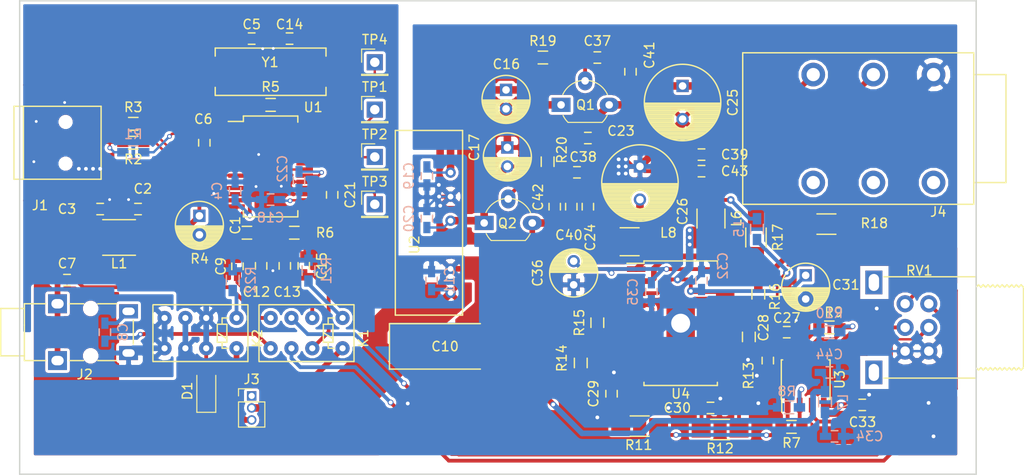
<source format=kicad_pcb>
(kicad_pcb (version 4) (host pcbnew 4.0.6)

  (general
    (links 185)
    (no_connects 0)
    (area 10.724999 13.424999 119.275001 63.575001)
    (thickness 1.6)
    (drawings 5)
    (tracks 794)
    (zones 0)
    (modules 91)
    (nets 68)
  )

  (page A4)
  (layers
    (0 F.Cu signal)
    (31 B.Cu signal)
    (32 B.Adhes user)
    (33 F.Adhes user)
    (34 B.Paste user)
    (35 F.Paste user)
    (36 B.SilkS user)
    (37 F.SilkS user)
    (38 B.Mask user)
    (39 F.Mask user)
    (40 Dwgs.User user)
    (41 Cmts.User user)
    (42 Eco1.User user)
    (43 Eco2.User user)
    (44 Edge.Cuts user)
    (45 Margin user)
    (46 B.CrtYd user)
    (47 F.CrtYd user)
    (48 B.Fab user hide)
    (49 F.Fab user hide)
  )

  (setup
    (last_trace_width 0.4)
    (user_trace_width 0.2)
    (user_trace_width 0.25)
    (user_trace_width 0.6)
    (user_trace_width 0.8)
    (user_trace_width 1.5)
    (trace_clearance 0.2)
    (zone_clearance 0.3)
    (zone_45_only yes)
    (trace_min 0.2)
    (segment_width 0.2)
    (edge_width 0.15)
    (via_size 0.6)
    (via_drill 0.4)
    (via_min_size 0.4)
    (via_min_drill 0.3)
    (user_via 0.5 0.3)
    (user_via 1.3 1)
    (uvia_size 0.3)
    (uvia_drill 0.1)
    (uvias_allowed no)
    (uvia_min_size 0.2)
    (uvia_min_drill 0.1)
    (pcb_text_width 0.3)
    (pcb_text_size 1.5 1.5)
    (mod_edge_width 0.15)
    (mod_text_size 1 1)
    (mod_text_width 0.15)
    (pad_size 1.524 1.524)
    (pad_drill 0.762)
    (pad_to_mask_clearance 0.2)
    (aux_axis_origin 0 0)
    (visible_elements FFFFFFFF)
    (pcbplotparams
      (layerselection 0x00030_80000001)
      (usegerberextensions false)
      (excludeedgelayer true)
      (linewidth 0.100000)
      (plotframeref false)
      (viasonmask false)
      (mode 1)
      (useauxorigin false)
      (hpglpennumber 1)
      (hpglpenspeed 20)
      (hpglpendiameter 15)
      (hpglpenoverlay 2)
      (psnegative false)
      (psa4output false)
      (plotreference true)
      (plotvalue true)
      (plotinvisibletext false)
      (padsonsilk false)
      (subtractmaskfromsilk false)
      (outputformat 1)
      (mirror false)
      (drillshape 1)
      (scaleselection 1)
      (outputdirectory ""))
  )

  (net 0 "")
  (net 1 Earth)
  (net 2 "Net-(C1-Pad1)")
  (net 3 +5V)
  (net 4 "Net-(C4-Pad2)")
  (net 5 "Net-(C5-Pad1)")
  (net 6 +3V3)
  (net 7 "Net-(C7-Pad2)")
  (net 8 "Net-(C7-Pad1)")
  (net 9 "Net-(C8-Pad2)")
  (net 10 "Net-(C8-Pad1)")
  (net 11 /LUSB)
  (net 12 "Net-(C9-Pad1)")
  (net 13 "Net-(C12-Pad1)")
  (net 14 "Net-(C13-Pad2)")
  (net 15 "Net-(C14-Pad1)")
  (net 16 /RUSB)
  (net 17 "Net-(C15-Pad1)")
  (net 18 GNDPWR)
  (net 19 "Net-(C16-Pad1)")
  (net 20 "Net-(C17-Pad2)")
  (net 21 "Net-(C18-Pad2)")
  (net 22 "Net-(C21-Pad1)")
  (net 23 "Net-(C22-Pad2)")
  (net 24 +12V)
  (net 25 -12V)
  (net 26 "Net-(C27-Pad1)")
  (net 27 "Net-(C29-Pad1)")
  (net 28 "Net-(C30-Pad1)")
  (net 29 "Net-(C31-Pad1)")
  (net 30 "Net-(C33-Pad2)")
  (net 31 "Net-(C35-Pad2)")
  (net 32 "Net-(D1-Pad1)")
  (net 33 "Net-(J1-Pad4)")
  (net 34 /D+)
  (net 35 /D-)
  (net 36 GNDA)
  (net 37 "Net-(J3-Pad1)")
  (net 38 "Net-(J4-Pad4)")
  (net 39 "Net-(J4-Pad6)")
  (net 40 "Net-(J4-Pad5)")
  (net 41 "Net-(J4-Pad2)")
  (net 42 "Net-(J4-Pad3)")
  (net 43 "Net-(K1-Pad6)")
  (net 44 "Net-(K1-Pad3)")
  (net 45 "Net-(R2-Pad2)")
  (net 46 "Net-(R3-Pad1)")
  (net 47 "Net-(R7-Pad2)")
  (net 48 "Net-(R11-Pad2)")
  (net 49 "Net-(R10-Pad2)")
  (net 50 "Net-(R12-Pad2)")
  (net 51 "Net-(R13-Pad2)")
  (net 52 "Net-(R14-Pad1)")
  (net 53 "Net-(R15-Pad2)")
  (net 54 "Net-(R16-Pad1)")
  (net 55 "Net-(RV1-Pad12)")
  (net 56 "Net-(RV1-Pad22)")
  (net 57 "Net-(TP1-Pad1)")
  (net 58 "Net-(TP2-Pad1)")
  (net 59 "Net-(TP3-Pad1)")
  (net 60 "Net-(U1-Pad5)")
  (net 61 "Net-(U1-Pad3)")
  (net 62 "Net-(U1-Pad2)")
  (net 63 "Net-(TP4-Pad1)")
  (net 64 "Net-(C37-Pad1)")
  (net 65 "Net-(C38-Pad1)")
  (net 66 "Net-(K1-Pad1)")
  (net 67 "Net-(K2-Pad1)")

  (net_class Default "This is the default net class."
    (clearance 0.2)
    (trace_width 0.4)
    (via_dia 0.6)
    (via_drill 0.4)
    (uvia_dia 0.3)
    (uvia_drill 0.1)
    (add_net +12V)
    (add_net +3V3)
    (add_net +5V)
    (add_net -12V)
    (add_net /D+)
    (add_net /D-)
    (add_net /LUSB)
    (add_net /RUSB)
    (add_net Earth)
    (add_net GNDA)
    (add_net GNDPWR)
    (add_net "Net-(C1-Pad1)")
    (add_net "Net-(C12-Pad1)")
    (add_net "Net-(C13-Pad2)")
    (add_net "Net-(C14-Pad1)")
    (add_net "Net-(C15-Pad1)")
    (add_net "Net-(C16-Pad1)")
    (add_net "Net-(C17-Pad2)")
    (add_net "Net-(C18-Pad2)")
    (add_net "Net-(C21-Pad1)")
    (add_net "Net-(C22-Pad2)")
    (add_net "Net-(C27-Pad1)")
    (add_net "Net-(C29-Pad1)")
    (add_net "Net-(C30-Pad1)")
    (add_net "Net-(C31-Pad1)")
    (add_net "Net-(C33-Pad2)")
    (add_net "Net-(C35-Pad2)")
    (add_net "Net-(C37-Pad1)")
    (add_net "Net-(C38-Pad1)")
    (add_net "Net-(C4-Pad2)")
    (add_net "Net-(C5-Pad1)")
    (add_net "Net-(C7-Pad1)")
    (add_net "Net-(C7-Pad2)")
    (add_net "Net-(C8-Pad1)")
    (add_net "Net-(C8-Pad2)")
    (add_net "Net-(C9-Pad1)")
    (add_net "Net-(D1-Pad1)")
    (add_net "Net-(J1-Pad4)")
    (add_net "Net-(J3-Pad1)")
    (add_net "Net-(J4-Pad2)")
    (add_net "Net-(J4-Pad3)")
    (add_net "Net-(J4-Pad4)")
    (add_net "Net-(J4-Pad5)")
    (add_net "Net-(J4-Pad6)")
    (add_net "Net-(K1-Pad1)")
    (add_net "Net-(K1-Pad3)")
    (add_net "Net-(K1-Pad6)")
    (add_net "Net-(K2-Pad1)")
    (add_net "Net-(R10-Pad2)")
    (add_net "Net-(R11-Pad2)")
    (add_net "Net-(R12-Pad2)")
    (add_net "Net-(R13-Pad2)")
    (add_net "Net-(R14-Pad1)")
    (add_net "Net-(R15-Pad2)")
    (add_net "Net-(R16-Pad1)")
    (add_net "Net-(R2-Pad2)")
    (add_net "Net-(R3-Pad1)")
    (add_net "Net-(R7-Pad2)")
    (add_net "Net-(RV1-Pad12)")
    (add_net "Net-(RV1-Pad22)")
    (add_net "Net-(TP1-Pad1)")
    (add_net "Net-(TP2-Pad1)")
    (add_net "Net-(TP3-Pad1)")
    (add_net "Net-(TP4-Pad1)")
    (add_net "Net-(U1-Pad2)")
    (add_net "Net-(U1-Pad3)")
    (add_net "Net-(U1-Pad5)")
  )

  (module Capacitors_THT:C_Radial_D8_L11.5_P3.5 (layer F.Cu) (tedit 0) (tstamp 5978A803)
    (at 83 22.5 270)
    (descr "Radial Electrolytic Capacitor Diameter 8mm x Length 11.5mm, Pitch 3.5mm")
    (tags "Electrolytic Capacitor")
    (path /593064DB)
    (fp_text reference C25 (at 1.75 -5.3 270) (layer F.SilkS)
      (effects (font (size 1 1) (thickness 0.15)))
    )
    (fp_text value 100u (at 1.75 5.3 270) (layer F.Fab)
      (effects (font (size 1 1) (thickness 0.15)))
    )
    (fp_circle (center 1.75 0) (end 1.75 -4.3) (layer F.CrtYd) (width 0.05))
    (fp_circle (center 1.75 0) (end 1.75 -4.0375) (layer F.SilkS) (width 0.15))
    (fp_circle (center 3.5 0) (end 3.5 -1) (layer F.SilkS) (width 0.15))
    (fp_line (start 5.745 -0.2) (end 5.745 0.2) (layer F.SilkS) (width 0.15))
    (fp_line (start 5.605 -1.067) (end 5.605 1.067) (layer F.SilkS) (width 0.15))
    (fp_line (start 5.465 -1.483) (end 5.465 1.483) (layer F.SilkS) (width 0.15))
    (fp_line (start 5.325 -1.794) (end 5.325 1.794) (layer F.SilkS) (width 0.15))
    (fp_line (start 5.185 -2.05) (end 5.185 2.05) (layer F.SilkS) (width 0.15))
    (fp_line (start 5.045 -2.268) (end 5.045 2.268) (layer F.SilkS) (width 0.15))
    (fp_line (start 4.905 -2.459) (end 4.905 2.459) (layer F.SilkS) (width 0.15))
    (fp_line (start 4.765 -2.629) (end 4.765 2.629) (layer F.SilkS) (width 0.15))
    (fp_line (start 4.625 -2.781) (end 4.625 2.781) (layer F.SilkS) (width 0.15))
    (fp_line (start 4.485 0.173) (end 4.485 2.919) (layer F.SilkS) (width 0.15))
    (fp_line (start 4.485 -2.919) (end 4.485 -0.173) (layer F.SilkS) (width 0.15))
    (fp_line (start 4.345 0.535) (end 4.345 3.044) (layer F.SilkS) (width 0.15))
    (fp_line (start 4.345 -3.044) (end 4.345 -0.535) (layer F.SilkS) (width 0.15))
    (fp_line (start 4.205 0.709) (end 4.205 3.158) (layer F.SilkS) (width 0.15))
    (fp_line (start 4.205 -3.158) (end 4.205 -0.709) (layer F.SilkS) (width 0.15))
    (fp_line (start 4.065 0.825) (end 4.065 3.262) (layer F.SilkS) (width 0.15))
    (fp_line (start 4.065 -3.262) (end 4.065 -0.825) (layer F.SilkS) (width 0.15))
    (fp_line (start 3.925 0.905) (end 3.925 3.357) (layer F.SilkS) (width 0.15))
    (fp_line (start 3.925 -3.357) (end 3.925 -0.905) (layer F.SilkS) (width 0.15))
    (fp_line (start 3.785 0.959) (end 3.785 3.444) (layer F.SilkS) (width 0.15))
    (fp_line (start 3.785 -3.444) (end 3.785 -0.959) (layer F.SilkS) (width 0.15))
    (fp_line (start 3.645 0.989) (end 3.645 3.523) (layer F.SilkS) (width 0.15))
    (fp_line (start 3.645 -3.523) (end 3.645 -0.989) (layer F.SilkS) (width 0.15))
    (fp_line (start 3.505 1) (end 3.505 3.594) (layer F.SilkS) (width 0.15))
    (fp_line (start 3.505 -3.594) (end 3.505 -1) (layer F.SilkS) (width 0.15))
    (fp_line (start 3.365 0.991) (end 3.365 3.659) (layer F.SilkS) (width 0.15))
    (fp_line (start 3.365 -3.659) (end 3.365 -0.991) (layer F.SilkS) (width 0.15))
    (fp_line (start 3.225 0.961) (end 3.225 3.718) (layer F.SilkS) (width 0.15))
    (fp_line (start 3.225 -3.718) (end 3.225 -0.961) (layer F.SilkS) (width 0.15))
    (fp_line (start 3.085 0.91) (end 3.085 3.771) (layer F.SilkS) (width 0.15))
    (fp_line (start 3.085 -3.771) (end 3.085 -0.91) (layer F.SilkS) (width 0.15))
    (fp_line (start 2.945 0.832) (end 2.945 3.817) (layer F.SilkS) (width 0.15))
    (fp_line (start 2.945 -3.817) (end 2.945 -0.832) (layer F.SilkS) (width 0.15))
    (fp_line (start 2.805 0.719) (end 2.805 3.858) (layer F.SilkS) (width 0.15))
    (fp_line (start 2.805 -3.858) (end 2.805 -0.719) (layer F.SilkS) (width 0.15))
    (fp_line (start 2.665 0.55) (end 2.665 3.894) (layer F.SilkS) (width 0.15))
    (fp_line (start 2.665 -3.894) (end 2.665 -0.55) (layer F.SilkS) (width 0.15))
    (fp_line (start 2.525 0.222) (end 2.525 3.924) (layer F.SilkS) (width 0.15))
    (fp_line (start 2.525 -3.924) (end 2.525 -0.222) (layer F.SilkS) (width 0.15))
    (fp_line (start 2.385 -3.949) (end 2.385 3.949) (layer F.SilkS) (width 0.15))
    (fp_line (start 2.245 -3.969) (end 2.245 3.969) (layer F.SilkS) (width 0.15))
    (fp_line (start 2.105 -3.984) (end 2.105 3.984) (layer F.SilkS) (width 0.15))
    (fp_line (start 1.965 -3.994) (end 1.965 3.994) (layer F.SilkS) (width 0.15))
    (fp_line (start 1.825 -3.999) (end 1.825 3.999) (layer F.SilkS) (width 0.15))
    (pad 1 thru_hole rect (at 0 0 270) (size 1.3 1.3) (drill 0.8) (layers *.Cu *.Mask)
      (net 24 +12V))
    (pad 2 thru_hole circle (at 3.5 0 270) (size 1.3 1.3) (drill 0.8) (layers *.Cu *.Mask)
      (net 18 GNDPWR))
    (model Capacitors_ThroughHole.3dshapes/C_Radial_D8_L11.5_P3.5.wrl
      (at (xyz 0 0 0))
      (scale (xyz 1 1 1))
      (rotate (xyz 0 0 0))
    )
  )

  (module Connectors:USB_Mini-B (layer F.Cu) (tedit 5543E571) (tstamp 5978A85A)
    (at 17 28.5)
    (descr "USB Mini-B 5-pin SMD connector")
    (tags "USB USB_B USB_Mini connector")
    (path /5976A1B4)
    (attr smd)
    (fp_text reference J1 (at -1.85 6.61) (layer F.SilkS)
      (effects (font (size 1 1) (thickness 0.15)))
    )
    (fp_text value USB_OTG (at 0 -7.0993) (layer F.Fab)
      (effects (font (size 1 1) (thickness 0.15)))
    )
    (fp_line (start 4.59994 -3.85064) (end -4.59994 -3.85064) (layer F.SilkS) (width 0.15))
    (fp_line (start 4.59994 3.85064) (end 4.59994 -3.85064) (layer F.SilkS) (width 0.15))
    (fp_line (start -4.59994 3.85064) (end 4.59994 3.85064) (layer F.SilkS) (width 0.15))
    (fp_line (start -4.59994 -3.85064) (end -4.59994 3.85064) (layer F.SilkS) (width 0.15))
    (fp_line (start -3.59918 -3.85064) (end -3.59918 3.85064) (layer F.SilkS) (width 0.15))
    (fp_line (start -4.85 5.7) (end -4.85 -5.7) (layer F.CrtYd) (width 0.05))
    (fp_line (start 4.85 5.7) (end -4.85 5.7) (layer F.CrtYd) (width 0.05))
    (fp_line (start 4.85 -5.7) (end 4.85 5.7) (layer F.CrtYd) (width 0.05))
    (fp_line (start -4.85 -5.7) (end 4.85 -5.7) (layer F.CrtYd) (width 0.05))
    (pad "" np_thru_hole circle (at 0.8509 2.19964) (size 0.89916 0.89916) (drill 0.89916) (layers *.Cu *.Mask))
    (pad "" np_thru_hole circle (at 0.8509 -2.19964) (size 0.89916 0.89916) (drill 0.89916) (layers *.Cu *.Mask))
    (pad 6 smd rect (at -2.14884 4.45008) (size 2.49936 1.99898) (layers F.Cu F.Paste F.Mask)
      (net 1 Earth))
    (pad 6 smd rect (at 3.35026 4.45008) (size 2.49936 1.99898) (layers F.Cu F.Paste F.Mask)
      (net 1 Earth))
    (pad 6 smd rect (at -2.14884 -4.45008) (size 2.49936 1.99898) (layers F.Cu F.Paste F.Mask)
      (net 1 Earth))
    (pad 6 smd rect (at 3.35026 -4.45008) (size 2.49936 1.99898) (layers F.Cu F.Paste F.Mask)
      (net 1 Earth))
    (pad 5 smd rect (at 3.44932 1.6002) (size 2.30124 0.50038) (layers F.Cu F.Paste F.Mask)
      (net 1 Earth))
    (pad 4 smd rect (at 3.44932 0.8001) (size 2.30124 0.50038) (layers F.Cu F.Paste F.Mask)
      (net 33 "Net-(J1-Pad4)"))
    (pad 3 smd rect (at 3.44932 0) (size 2.30124 0.50038) (layers F.Cu F.Paste F.Mask)
      (net 34 /D+))
    (pad 2 smd rect (at 3.44932 -0.8001) (size 2.30124 0.50038) (layers F.Cu F.Paste F.Mask)
      (net 35 /D-))
    (pad 1 smd rect (at 3.44932 -1.6002) (size 2.30124 0.50038) (layers F.Cu F.Paste F.Mask)
      (net 3 +5V))
  )

  (module Capacitors_THT:C_Radial_D5_L11_P2 (layer F.Cu) (tedit 0) (tstamp 5978A773)
    (at 31.98 36.22 270)
    (descr "Radial Electrolytic Capacitor 5mm x Length 11mm, Pitch 2mm")
    (tags "Electrolytic Capacitor")
    (path /5934B839)
    (fp_text reference C1 (at 1 -3.8 270) (layer F.SilkS)
      (effects (font (size 1 1) (thickness 0.15)))
    )
    (fp_text value 10u (at 1 3.8 270) (layer F.Fab)
      (effects (font (size 1 1) (thickness 0.15)))
    )
    (fp_circle (center 1 0) (end 1 -2.8) (layer F.CrtYd) (width 0.05))
    (fp_circle (center 1 0) (end 1 -2.5375) (layer F.SilkS) (width 0.15))
    (fp_circle (center 2 0) (end 2 -0.8) (layer F.SilkS) (width 0.15))
    (fp_line (start 3.455 -0.472) (end 3.455 0.472) (layer F.SilkS) (width 0.15))
    (fp_line (start 3.315 -0.944) (end 3.315 0.944) (layer F.SilkS) (width 0.15))
    (fp_line (start 3.175 -1.233) (end 3.175 1.233) (layer F.SilkS) (width 0.15))
    (fp_line (start 3.035 -1.452) (end 3.035 1.452) (layer F.SilkS) (width 0.15))
    (fp_line (start 2.895 -1.631) (end 2.895 1.631) (layer F.SilkS) (width 0.15))
    (fp_line (start 2.755 0.265) (end 2.755 1.78) (layer F.SilkS) (width 0.15))
    (fp_line (start 2.755 -1.78) (end 2.755 -0.265) (layer F.SilkS) (width 0.15))
    (fp_line (start 2.615 0.512) (end 2.615 1.908) (layer F.SilkS) (width 0.15))
    (fp_line (start 2.615 -1.908) (end 2.615 -0.512) (layer F.SilkS) (width 0.15))
    (fp_line (start 2.475 0.644) (end 2.475 2.019) (layer F.SilkS) (width 0.15))
    (fp_line (start 2.475 -2.019) (end 2.475 -0.644) (layer F.SilkS) (width 0.15))
    (fp_line (start 2.335 0.726) (end 2.335 2.114) (layer F.SilkS) (width 0.15))
    (fp_line (start 2.335 -2.114) (end 2.335 -0.726) (layer F.SilkS) (width 0.15))
    (fp_line (start 2.195 0.776) (end 2.195 2.196) (layer F.SilkS) (width 0.15))
    (fp_line (start 2.195 -2.196) (end 2.195 -0.776) (layer F.SilkS) (width 0.15))
    (fp_line (start 2.055 0.798) (end 2.055 2.266) (layer F.SilkS) (width 0.15))
    (fp_line (start 2.055 -2.266) (end 2.055 -0.798) (layer F.SilkS) (width 0.15))
    (fp_line (start 1.915 0.795) (end 1.915 2.327) (layer F.SilkS) (width 0.15))
    (fp_line (start 1.915 -2.327) (end 1.915 -0.795) (layer F.SilkS) (width 0.15))
    (fp_line (start 1.775 0.768) (end 1.775 2.377) (layer F.SilkS) (width 0.15))
    (fp_line (start 1.775 -2.377) (end 1.775 -0.768) (layer F.SilkS) (width 0.15))
    (fp_line (start 1.635 0.712) (end 1.635 2.418) (layer F.SilkS) (width 0.15))
    (fp_line (start 1.635 -2.418) (end 1.635 -0.712) (layer F.SilkS) (width 0.15))
    (fp_line (start 1.495 0.62) (end 1.495 2.451) (layer F.SilkS) (width 0.15))
    (fp_line (start 1.495 -2.451) (end 1.495 -0.62) (layer F.SilkS) (width 0.15))
    (fp_line (start 1.355 0.473) (end 1.355 2.475) (layer F.SilkS) (width 0.15))
    (fp_line (start 1.355 -2.475) (end 1.355 -0.473) (layer F.SilkS) (width 0.15))
    (fp_line (start 1.215 0.154) (end 1.215 2.491) (layer F.SilkS) (width 0.15))
    (fp_line (start 1.215 -2.491) (end 1.215 -0.154) (layer F.SilkS) (width 0.15))
    (fp_line (start 1.075 -2.499) (end 1.075 2.499) (layer F.SilkS) (width 0.15))
    (pad 2 thru_hole circle (at 2 0 270) (size 1.3 1.3) (drill 0.8) (layers *.Cu *.Mask)
      (net 1 Earth))
    (pad 1 thru_hole rect (at 0 0 270) (size 1.3 1.3) (drill 0.8) (layers *.Cu *.Mask)
      (net 2 "Net-(C1-Pad1)"))
    (model Capacitors_ThroughHole.3dshapes/C_Radial_D5_L11_P2.wrl
      (at (xyz 0 0 0))
      (scale (xyz 1 1 1))
      (rotate (xyz 0 0 0))
    )
  )

  (module Capacitors_SMD:C_0603_HandSoldering (layer F.Cu) (tedit 541A9B4D) (tstamp 5978A779)
    (at 25.5 35.5)
    (descr "Capacitor SMD 0603, hand soldering")
    (tags "capacitor 0603")
    (path /5934BF3E)
    (attr smd)
    (fp_text reference C2 (at 0.51 -2.14) (layer F.SilkS)
      (effects (font (size 1 1) (thickness 0.15)))
    )
    (fp_text value 100n (at 0 1.9) (layer F.Fab)
      (effects (font (size 1 1) (thickness 0.15)))
    )
    (fp_line (start 0.35 0.6) (end -0.35 0.6) (layer F.SilkS) (width 0.15))
    (fp_line (start -0.35 -0.6) (end 0.35 -0.6) (layer F.SilkS) (width 0.15))
    (fp_line (start 1.85 -0.75) (end 1.85 0.75) (layer F.CrtYd) (width 0.05))
    (fp_line (start -1.85 -0.75) (end -1.85 0.75) (layer F.CrtYd) (width 0.05))
    (fp_line (start -1.85 0.75) (end 1.85 0.75) (layer F.CrtYd) (width 0.05))
    (fp_line (start -1.85 -0.75) (end 1.85 -0.75) (layer F.CrtYd) (width 0.05))
    (fp_line (start -0.8 -0.4) (end 0.8 -0.4) (layer F.Fab) (width 0.15))
    (fp_line (start 0.8 -0.4) (end 0.8 0.4) (layer F.Fab) (width 0.15))
    (fp_line (start 0.8 0.4) (end -0.8 0.4) (layer F.Fab) (width 0.15))
    (fp_line (start -0.8 0.4) (end -0.8 -0.4) (layer F.Fab) (width 0.15))
    (pad 2 smd rect (at 0.95 0) (size 1.2 0.75) (layers F.Cu F.Paste F.Mask)
      (net 2 "Net-(C1-Pad1)"))
    (pad 1 smd rect (at -0.95 0) (size 1.2 0.75) (layers F.Cu F.Paste F.Mask)
      (net 1 Earth))
    (model Capacitors_SMD.3dshapes/C_0603_HandSoldering.wrl
      (at (xyz 0 0 0))
      (scale (xyz 1 1 1))
      (rotate (xyz 0 0 0))
    )
  )

  (module Capacitors_SMD:C_0603_HandSoldering (layer F.Cu) (tedit 541A9B4D) (tstamp 5978A77F)
    (at 21.5 35.5)
    (descr "Capacitor SMD 0603, hand soldering")
    (tags "capacitor 0603")
    (path /59305590)
    (attr smd)
    (fp_text reference C3 (at -3.5 0) (layer F.SilkS)
      (effects (font (size 1 1) (thickness 0.15)))
    )
    (fp_text value 200n (at 0 1.9) (layer F.Fab)
      (effects (font (size 1 1) (thickness 0.15)))
    )
    (fp_line (start 0.35 0.6) (end -0.35 0.6) (layer F.SilkS) (width 0.15))
    (fp_line (start -0.35 -0.6) (end 0.35 -0.6) (layer F.SilkS) (width 0.15))
    (fp_line (start 1.85 -0.75) (end 1.85 0.75) (layer F.CrtYd) (width 0.05))
    (fp_line (start -1.85 -0.75) (end -1.85 0.75) (layer F.CrtYd) (width 0.05))
    (fp_line (start -1.85 0.75) (end 1.85 0.75) (layer F.CrtYd) (width 0.05))
    (fp_line (start -1.85 -0.75) (end 1.85 -0.75) (layer F.CrtYd) (width 0.05))
    (fp_line (start -0.8 -0.4) (end 0.8 -0.4) (layer F.Fab) (width 0.15))
    (fp_line (start 0.8 -0.4) (end 0.8 0.4) (layer F.Fab) (width 0.15))
    (fp_line (start 0.8 0.4) (end -0.8 0.4) (layer F.Fab) (width 0.15))
    (fp_line (start -0.8 0.4) (end -0.8 -0.4) (layer F.Fab) (width 0.15))
    (pad 2 smd rect (at 0.95 0) (size 1.2 0.75) (layers F.Cu F.Paste F.Mask)
      (net 1 Earth))
    (pad 1 smd rect (at -0.95 0) (size 1.2 0.75) (layers F.Cu F.Paste F.Mask)
      (net 3 +5V))
    (model Capacitors_SMD.3dshapes/C_0603_HandSoldering.wrl
      (at (xyz 0 0 0))
      (scale (xyz 1 1 1))
      (rotate (xyz 0 0 0))
    )
  )

  (module Capacitors_SMD:C_0603_HandSoldering (layer B.Cu) (tedit 541A9B4D) (tstamp 5978A785)
    (at 35.75 33.59 270)
    (descr "Capacitor SMD 0603, hand soldering")
    (tags "capacitor 0603")
    (path /5934A4BD)
    (attr smd)
    (fp_text reference C4 (at 0 1.9 270) (layer B.SilkS)
      (effects (font (size 1 1) (thickness 0.15)) (justify mirror))
    )
    (fp_text value 1u (at 0 -1.9 270) (layer B.Fab)
      (effects (font (size 1 1) (thickness 0.15)) (justify mirror))
    )
    (fp_line (start 0.35 -0.6) (end -0.35 -0.6) (layer B.SilkS) (width 0.15))
    (fp_line (start -0.35 0.6) (end 0.35 0.6) (layer B.SilkS) (width 0.15))
    (fp_line (start 1.85 0.75) (end 1.85 -0.75) (layer B.CrtYd) (width 0.05))
    (fp_line (start -1.85 0.75) (end -1.85 -0.75) (layer B.CrtYd) (width 0.05))
    (fp_line (start -1.85 -0.75) (end 1.85 -0.75) (layer B.CrtYd) (width 0.05))
    (fp_line (start -1.85 0.75) (end 1.85 0.75) (layer B.CrtYd) (width 0.05))
    (fp_line (start -0.8 0.4) (end 0.8 0.4) (layer B.Fab) (width 0.15))
    (fp_line (start 0.8 0.4) (end 0.8 -0.4) (layer B.Fab) (width 0.15))
    (fp_line (start 0.8 -0.4) (end -0.8 -0.4) (layer B.Fab) (width 0.15))
    (fp_line (start -0.8 -0.4) (end -0.8 0.4) (layer B.Fab) (width 0.15))
    (pad 2 smd rect (at 0.95 0 270) (size 1.2 0.75) (layers B.Cu B.Paste B.Mask)
      (net 4 "Net-(C4-Pad2)"))
    (pad 1 smd rect (at -0.95 0 270) (size 1.2 0.75) (layers B.Cu B.Paste B.Mask)
      (net 1 Earth))
    (model Capacitors_SMD.3dshapes/C_0603_HandSoldering.wrl
      (at (xyz 0 0 0))
      (scale (xyz 1 1 1))
      (rotate (xyz 0 0 0))
    )
  )

  (module Capacitors_SMD:C_0603_HandSoldering (layer F.Cu) (tedit 541A9B4D) (tstamp 5978A78B)
    (at 37.5 17.5)
    (descr "Capacitor SMD 0603, hand soldering")
    (tags "capacitor 0603")
    (path /59348C90)
    (attr smd)
    (fp_text reference C5 (at 0 -1.5) (layer F.SilkS)
      (effects (font (size 1 1) (thickness 0.15)))
    )
    (fp_text value 27p (at 0 1.9) (layer F.Fab)
      (effects (font (size 1 1) (thickness 0.15)))
    )
    (fp_line (start 0.35 0.6) (end -0.35 0.6) (layer F.SilkS) (width 0.15))
    (fp_line (start -0.35 -0.6) (end 0.35 -0.6) (layer F.SilkS) (width 0.15))
    (fp_line (start 1.85 -0.75) (end 1.85 0.75) (layer F.CrtYd) (width 0.05))
    (fp_line (start -1.85 -0.75) (end -1.85 0.75) (layer F.CrtYd) (width 0.05))
    (fp_line (start -1.85 0.75) (end 1.85 0.75) (layer F.CrtYd) (width 0.05))
    (fp_line (start -1.85 -0.75) (end 1.85 -0.75) (layer F.CrtYd) (width 0.05))
    (fp_line (start -0.8 -0.4) (end 0.8 -0.4) (layer F.Fab) (width 0.15))
    (fp_line (start 0.8 -0.4) (end 0.8 0.4) (layer F.Fab) (width 0.15))
    (fp_line (start 0.8 0.4) (end -0.8 0.4) (layer F.Fab) (width 0.15))
    (fp_line (start -0.8 0.4) (end -0.8 -0.4) (layer F.Fab) (width 0.15))
    (pad 2 smd rect (at 0.95 0) (size 1.2 0.75) (layers F.Cu F.Paste F.Mask)
      (net 1 Earth))
    (pad 1 smd rect (at -0.95 0) (size 1.2 0.75) (layers F.Cu F.Paste F.Mask)
      (net 5 "Net-(C5-Pad1)"))
    (model Capacitors_SMD.3dshapes/C_0603_HandSoldering.wrl
      (at (xyz 0 0 0))
      (scale (xyz 1 1 1))
      (rotate (xyz 0 0 0))
    )
  )

  (module Capacitors_SMD:C_0603_HandSoldering (layer F.Cu) (tedit 541A9B4D) (tstamp 5978A791)
    (at 32.5 28.5 90)
    (descr "Capacitor SMD 0603, hand soldering")
    (tags "capacitor 0603")
    (path /5934D473)
    (attr smd)
    (fp_text reference C6 (at 2.5 -0.1 180) (layer F.SilkS)
      (effects (font (size 1 1) (thickness 0.15)))
    )
    (fp_text value 200n (at 0 1.9 90) (layer F.Fab)
      (effects (font (size 1 1) (thickness 0.15)))
    )
    (fp_line (start 0.35 0.6) (end -0.35 0.6) (layer F.SilkS) (width 0.15))
    (fp_line (start -0.35 -0.6) (end 0.35 -0.6) (layer F.SilkS) (width 0.15))
    (fp_line (start 1.85 -0.75) (end 1.85 0.75) (layer F.CrtYd) (width 0.05))
    (fp_line (start -1.85 -0.75) (end -1.85 0.75) (layer F.CrtYd) (width 0.05))
    (fp_line (start -1.85 0.75) (end 1.85 0.75) (layer F.CrtYd) (width 0.05))
    (fp_line (start -1.85 -0.75) (end 1.85 -0.75) (layer F.CrtYd) (width 0.05))
    (fp_line (start -0.8 -0.4) (end 0.8 -0.4) (layer F.Fab) (width 0.15))
    (fp_line (start 0.8 -0.4) (end 0.8 0.4) (layer F.Fab) (width 0.15))
    (fp_line (start 0.8 0.4) (end -0.8 0.4) (layer F.Fab) (width 0.15))
    (fp_line (start -0.8 0.4) (end -0.8 -0.4) (layer F.Fab) (width 0.15))
    (pad 2 smd rect (at 0.95 0 90) (size 1.2 0.75) (layers F.Cu F.Paste F.Mask)
      (net 6 +3V3))
    (pad 1 smd rect (at -0.95 0 90) (size 1.2 0.75) (layers F.Cu F.Paste F.Mask)
      (net 1 Earth))
    (model Capacitors_SMD.3dshapes/C_0603_HandSoldering.wrl
      (at (xyz 0 0 0))
      (scale (xyz 1 1 1))
      (rotate (xyz 0 0 0))
    )
  )

  (module Capacitors_SMD:C_0603_HandSoldering (layer F.Cu) (tedit 541A9B4D) (tstamp 5978A797)
    (at 18 43 180)
    (descr "Capacitor SMD 0603, hand soldering")
    (tags "capacitor 0603")
    (path /5935AC3B)
    (attr smd)
    (fp_text reference C7 (at 0 1.75 180) (layer F.SilkS)
      (effects (font (size 1 1) (thickness 0.15)))
    )
    (fp_text value 1u (at 0 1.9 180) (layer F.Fab)
      (effects (font (size 1 1) (thickness 0.15)))
    )
    (fp_line (start 0.35 0.6) (end -0.35 0.6) (layer F.SilkS) (width 0.15))
    (fp_line (start -0.35 -0.6) (end 0.35 -0.6) (layer F.SilkS) (width 0.15))
    (fp_line (start 1.85 -0.75) (end 1.85 0.75) (layer F.CrtYd) (width 0.05))
    (fp_line (start -1.85 -0.75) (end -1.85 0.75) (layer F.CrtYd) (width 0.05))
    (fp_line (start -1.85 0.75) (end 1.85 0.75) (layer F.CrtYd) (width 0.05))
    (fp_line (start -1.85 -0.75) (end 1.85 -0.75) (layer F.CrtYd) (width 0.05))
    (fp_line (start -0.8 -0.4) (end 0.8 -0.4) (layer F.Fab) (width 0.15))
    (fp_line (start 0.8 -0.4) (end 0.8 0.4) (layer F.Fab) (width 0.15))
    (fp_line (start 0.8 0.4) (end -0.8 0.4) (layer F.Fab) (width 0.15))
    (fp_line (start -0.8 0.4) (end -0.8 -0.4) (layer F.Fab) (width 0.15))
    (pad 2 smd rect (at 0.95 0 180) (size 1.2 0.75) (layers F.Cu F.Paste F.Mask)
      (net 7 "Net-(C7-Pad2)"))
    (pad 1 smd rect (at -0.95 0 180) (size 1.2 0.75) (layers F.Cu F.Paste F.Mask)
      (net 8 "Net-(C7-Pad1)"))
    (model Capacitors_SMD.3dshapes/C_0603_HandSoldering.wrl
      (at (xyz 0 0 0))
      (scale (xyz 1 1 1))
      (rotate (xyz 0 0 0))
    )
  )

  (module Capacitors_SMD:C_0603_HandSoldering (layer B.Cu) (tedit 541A9B4D) (tstamp 5978A79D)
    (at 22 48.5 90)
    (descr "Capacitor SMD 0603, hand soldering")
    (tags "capacitor 0603")
    (path /5935A9B7)
    (attr smd)
    (fp_text reference C8 (at 0 1.9 90) (layer B.SilkS)
      (effects (font (size 1 1) (thickness 0.15)) (justify mirror))
    )
    (fp_text value 1u (at 0 -1.9 90) (layer B.Fab)
      (effects (font (size 1 1) (thickness 0.15)) (justify mirror))
    )
    (fp_line (start 0.35 -0.6) (end -0.35 -0.6) (layer B.SilkS) (width 0.15))
    (fp_line (start -0.35 0.6) (end 0.35 0.6) (layer B.SilkS) (width 0.15))
    (fp_line (start 1.85 0.75) (end 1.85 -0.75) (layer B.CrtYd) (width 0.05))
    (fp_line (start -1.85 0.75) (end -1.85 -0.75) (layer B.CrtYd) (width 0.05))
    (fp_line (start -1.85 -0.75) (end 1.85 -0.75) (layer B.CrtYd) (width 0.05))
    (fp_line (start -1.85 0.75) (end 1.85 0.75) (layer B.CrtYd) (width 0.05))
    (fp_line (start -0.8 0.4) (end 0.8 0.4) (layer B.Fab) (width 0.15))
    (fp_line (start 0.8 0.4) (end 0.8 -0.4) (layer B.Fab) (width 0.15))
    (fp_line (start 0.8 -0.4) (end -0.8 -0.4) (layer B.Fab) (width 0.15))
    (fp_line (start -0.8 -0.4) (end -0.8 0.4) (layer B.Fab) (width 0.15))
    (pad 2 smd rect (at 0.95 0 90) (size 1.2 0.75) (layers B.Cu B.Paste B.Mask)
      (net 9 "Net-(C8-Pad2)"))
    (pad 1 smd rect (at -0.95 0 90) (size 1.2 0.75) (layers B.Cu B.Paste B.Mask)
      (net 10 "Net-(C8-Pad1)"))
    (model Capacitors_SMD.3dshapes/C_0603_HandSoldering.wrl
      (at (xyz 0 0 0))
      (scale (xyz 1 1 1))
      (rotate (xyz 0 0 0))
    )
  )

  (module Capacitors_SMD:C_0603_HandSoldering (layer F.Cu) (tedit 541A9B4D) (tstamp 5978A7A3)
    (at 36 41.55 270)
    (descr "Capacitor SMD 0603, hand soldering")
    (tags "capacitor 0603")
    (path /593501B5)
    (attr smd)
    (fp_text reference C9 (at 0 1.75 270) (layer F.SilkS)
      (effects (font (size 1 1) (thickness 0.15)))
    )
    (fp_text value 1u (at 0 1.9 270) (layer F.Fab)
      (effects (font (size 1 1) (thickness 0.15)))
    )
    (fp_line (start 0.35 0.6) (end -0.35 0.6) (layer F.SilkS) (width 0.15))
    (fp_line (start -0.35 -0.6) (end 0.35 -0.6) (layer F.SilkS) (width 0.15))
    (fp_line (start 1.85 -0.75) (end 1.85 0.75) (layer F.CrtYd) (width 0.05))
    (fp_line (start -1.85 -0.75) (end -1.85 0.75) (layer F.CrtYd) (width 0.05))
    (fp_line (start -1.85 0.75) (end 1.85 0.75) (layer F.CrtYd) (width 0.05))
    (fp_line (start -1.85 -0.75) (end 1.85 -0.75) (layer F.CrtYd) (width 0.05))
    (fp_line (start -0.8 -0.4) (end 0.8 -0.4) (layer F.Fab) (width 0.15))
    (fp_line (start 0.8 -0.4) (end 0.8 0.4) (layer F.Fab) (width 0.15))
    (fp_line (start 0.8 0.4) (end -0.8 0.4) (layer F.Fab) (width 0.15))
    (fp_line (start -0.8 0.4) (end -0.8 -0.4) (layer F.Fab) (width 0.15))
    (pad 2 smd rect (at 0.95 0 270) (size 1.2 0.75) (layers F.Cu F.Paste F.Mask)
      (net 11 /LUSB))
    (pad 1 smd rect (at -0.95 0 270) (size 1.2 0.75) (layers F.Cu F.Paste F.Mask)
      (net 12 "Net-(C9-Pad1)"))
    (model Capacitors_SMD.3dshapes/C_0603_HandSoldering.wrl
      (at (xyz 0 0 0))
      (scale (xyz 1 1 1))
      (rotate (xyz 0 0 0))
    )
  )

  (module Capacitors_Tantalum_SMD:Tantalum_Case-D_EIA-7343-31_Hand (layer F.Cu) (tedit 57B6E980) (tstamp 5978A7A9)
    (at 58 50)
    (descr "Tantalum capacitor, Case D, EIA 7343-31, 7.3x4.3x2.8mm, Hand soldering footprint")
    (tags "capacitor tantalum smd")
    (path /593055F7)
    (attr smd)
    (fp_text reference C10 (at -0.08 0.01) (layer F.SilkS)
      (effects (font (size 1 1) (thickness 0.15)))
    )
    (fp_text value 100u (at 0 3.9) (layer F.Fab)
      (effects (font (size 1 1) (thickness 0.15)))
    )
    (fp_line (start -5.95 -2.4) (end -5.95 2.4) (layer F.SilkS) (width 0.15))
    (fp_line (start -5.95 2.4) (end 3.65 2.4) (layer F.SilkS) (width 0.15))
    (fp_line (start -5.95 -2.4) (end 3.65 -2.4) (layer F.SilkS) (width 0.15))
    (fp_line (start -2.555 -2.15) (end -2.555 2.15) (layer F.Fab) (width 0.15))
    (fp_line (start -2.92 -2.15) (end -2.92 2.15) (layer F.Fab) (width 0.15))
    (fp_line (start 3.65 -2.15) (end -3.65 -2.15) (layer F.Fab) (width 0.15))
    (fp_line (start 3.65 2.15) (end 3.65 -2.15) (layer F.Fab) (width 0.15))
    (fp_line (start -3.65 2.15) (end 3.65 2.15) (layer F.Fab) (width 0.15))
    (fp_line (start -3.65 -2.15) (end -3.65 2.15) (layer F.Fab) (width 0.15))
    (fp_line (start 6.05 -2.5) (end -6.05 -2.5) (layer F.CrtYd) (width 0.05))
    (fp_line (start 6.05 2.5) (end 6.05 -2.5) (layer F.CrtYd) (width 0.05))
    (fp_line (start -6.05 2.5) (end 6.05 2.5) (layer F.CrtYd) (width 0.05))
    (fp_line (start -6.05 -2.5) (end -6.05 2.5) (layer F.CrtYd) (width 0.05))
    (pad 2 smd rect (at 3.775 0) (size 3.75 2.7) (layers F.Cu F.Paste F.Mask)
      (net 1 Earth))
    (pad 1 smd rect (at -3.775 0) (size 3.75 2.7) (layers F.Cu F.Paste F.Mask)
      (net 3 +5V))
    (model Capacitors_Tantalum_SMD.3dshapes/Tantalum_Case-D_EIA-7343-31.wrl
      (at (xyz 0 0 0))
      (scale (xyz 1 1 1))
      (rotate (xyz 0 0 0))
    )
  )

  (module Capacitors_SMD:C_0603_HandSoldering (layer B.Cu) (tedit 541A9B4D) (tstamp 5978A7AF)
    (at 56.5 43.05 90)
    (descr "Capacitor SMD 0603, hand soldering")
    (tags "capacitor 0603")
    (path /5930565F)
    (attr smd)
    (fp_text reference C11 (at 0 1.9 90) (layer B.SilkS)
      (effects (font (size 1 1) (thickness 0.15)) (justify mirror))
    )
    (fp_text value 100n (at 0 -1.9 90) (layer B.Fab)
      (effects (font (size 1 1) (thickness 0.15)) (justify mirror))
    )
    (fp_line (start 0.35 -0.6) (end -0.35 -0.6) (layer B.SilkS) (width 0.15))
    (fp_line (start -0.35 0.6) (end 0.35 0.6) (layer B.SilkS) (width 0.15))
    (fp_line (start 1.85 0.75) (end 1.85 -0.75) (layer B.CrtYd) (width 0.05))
    (fp_line (start -1.85 0.75) (end -1.85 -0.75) (layer B.CrtYd) (width 0.05))
    (fp_line (start -1.85 -0.75) (end 1.85 -0.75) (layer B.CrtYd) (width 0.05))
    (fp_line (start -1.85 0.75) (end 1.85 0.75) (layer B.CrtYd) (width 0.05))
    (fp_line (start -0.8 0.4) (end 0.8 0.4) (layer B.Fab) (width 0.15))
    (fp_line (start 0.8 0.4) (end 0.8 -0.4) (layer B.Fab) (width 0.15))
    (fp_line (start 0.8 -0.4) (end -0.8 -0.4) (layer B.Fab) (width 0.15))
    (fp_line (start -0.8 -0.4) (end -0.8 0.4) (layer B.Fab) (width 0.15))
    (pad 2 smd rect (at 0.95 0 90) (size 1.2 0.75) (layers B.Cu B.Paste B.Mask)
      (net 1 Earth))
    (pad 1 smd rect (at -0.95 0 90) (size 1.2 0.75) (layers B.Cu B.Paste B.Mask)
      (net 3 +5V))
    (model Capacitors_SMD.3dshapes/C_0603_HandSoldering.wrl
      (at (xyz 0 0 0))
      (scale (xyz 1 1 1))
      (rotate (xyz 0 0 0))
    )
  )

  (module Capacitors_SMD:C_0603_HandSoldering (layer F.Cu) (tedit 541A9B4D) (tstamp 5978A7B5)
    (at 38.5 41.5 270)
    (descr "Capacitor SMD 0603, hand soldering")
    (tags "capacitor 0603")
    (path /5934FA03)
    (attr smd)
    (fp_text reference C12 (at 2.75 0.5 540) (layer F.SilkS)
      (effects (font (size 1 1) (thickness 0.15)))
    )
    (fp_text value 22n (at 0 1.9 270) (layer F.Fab)
      (effects (font (size 1 1) (thickness 0.15)))
    )
    (fp_line (start 0.35 0.6) (end -0.35 0.6) (layer F.SilkS) (width 0.15))
    (fp_line (start -0.35 -0.6) (end 0.35 -0.6) (layer F.SilkS) (width 0.15))
    (fp_line (start 1.85 -0.75) (end 1.85 0.75) (layer F.CrtYd) (width 0.05))
    (fp_line (start -1.85 -0.75) (end -1.85 0.75) (layer F.CrtYd) (width 0.05))
    (fp_line (start -1.85 0.75) (end 1.85 0.75) (layer F.CrtYd) (width 0.05))
    (fp_line (start -1.85 -0.75) (end 1.85 -0.75) (layer F.CrtYd) (width 0.05))
    (fp_line (start -0.8 -0.4) (end 0.8 -0.4) (layer F.Fab) (width 0.15))
    (fp_line (start 0.8 -0.4) (end 0.8 0.4) (layer F.Fab) (width 0.15))
    (fp_line (start 0.8 0.4) (end -0.8 0.4) (layer F.Fab) (width 0.15))
    (fp_line (start -0.8 0.4) (end -0.8 -0.4) (layer F.Fab) (width 0.15))
    (pad 2 smd rect (at 0.95 0 270) (size 1.2 0.75) (layers F.Cu F.Paste F.Mask)
      (net 1 Earth))
    (pad 1 smd rect (at -0.95 0 270) (size 1.2 0.75) (layers F.Cu F.Paste F.Mask)
      (net 13 "Net-(C12-Pad1)"))
    (model Capacitors_SMD.3dshapes/C_0603_HandSoldering.wrl
      (at (xyz 0 0 0))
      (scale (xyz 1 1 1))
      (rotate (xyz 0 0 0))
    )
  )

  (module Capacitors_SMD:C_0603_HandSoldering (layer F.Cu) (tedit 541A9B4D) (tstamp 5978A7BB)
    (at 41 41.5 90)
    (descr "Capacitor SMD 0603, hand soldering")
    (tags "capacitor 0603")
    (path /5934F029)
    (attr smd)
    (fp_text reference C13 (at -2.75 0.25 360) (layer F.SilkS)
      (effects (font (size 1 1) (thickness 0.15)))
    )
    (fp_text value 22n (at 0 1.9 90) (layer F.Fab)
      (effects (font (size 1 1) (thickness 0.15)))
    )
    (fp_line (start 0.35 0.6) (end -0.35 0.6) (layer F.SilkS) (width 0.15))
    (fp_line (start -0.35 -0.6) (end 0.35 -0.6) (layer F.SilkS) (width 0.15))
    (fp_line (start 1.85 -0.75) (end 1.85 0.75) (layer F.CrtYd) (width 0.05))
    (fp_line (start -1.85 -0.75) (end -1.85 0.75) (layer F.CrtYd) (width 0.05))
    (fp_line (start -1.85 0.75) (end 1.85 0.75) (layer F.CrtYd) (width 0.05))
    (fp_line (start -1.85 -0.75) (end 1.85 -0.75) (layer F.CrtYd) (width 0.05))
    (fp_line (start -0.8 -0.4) (end 0.8 -0.4) (layer F.Fab) (width 0.15))
    (fp_line (start 0.8 -0.4) (end 0.8 0.4) (layer F.Fab) (width 0.15))
    (fp_line (start 0.8 0.4) (end -0.8 0.4) (layer F.Fab) (width 0.15))
    (fp_line (start -0.8 0.4) (end -0.8 -0.4) (layer F.Fab) (width 0.15))
    (pad 2 smd rect (at 0.95 0 90) (size 1.2 0.75) (layers F.Cu F.Paste F.Mask)
      (net 14 "Net-(C13-Pad2)"))
    (pad 1 smd rect (at -0.95 0 90) (size 1.2 0.75) (layers F.Cu F.Paste F.Mask)
      (net 1 Earth))
    (model Capacitors_SMD.3dshapes/C_0603_HandSoldering.wrl
      (at (xyz 0 0 0))
      (scale (xyz 1 1 1))
      (rotate (xyz 0 0 0))
    )
  )

  (module Capacitors_SMD:C_0603_HandSoldering (layer F.Cu) (tedit 541A9B4D) (tstamp 5978A7C1)
    (at 41.5 17.5 180)
    (descr "Capacitor SMD 0603, hand soldering")
    (tags "capacitor 0603")
    (path /59348F37)
    (attr smd)
    (fp_text reference C14 (at 0 1.5 180) (layer F.SilkS)
      (effects (font (size 1 1) (thickness 0.15)))
    )
    (fp_text value 27p (at 0 1.9 180) (layer F.Fab)
      (effects (font (size 1 1) (thickness 0.15)))
    )
    (fp_line (start 0.35 0.6) (end -0.35 0.6) (layer F.SilkS) (width 0.15))
    (fp_line (start -0.35 -0.6) (end 0.35 -0.6) (layer F.SilkS) (width 0.15))
    (fp_line (start 1.85 -0.75) (end 1.85 0.75) (layer F.CrtYd) (width 0.05))
    (fp_line (start -1.85 -0.75) (end -1.85 0.75) (layer F.CrtYd) (width 0.05))
    (fp_line (start -1.85 0.75) (end 1.85 0.75) (layer F.CrtYd) (width 0.05))
    (fp_line (start -1.85 -0.75) (end 1.85 -0.75) (layer F.CrtYd) (width 0.05))
    (fp_line (start -0.8 -0.4) (end 0.8 -0.4) (layer F.Fab) (width 0.15))
    (fp_line (start 0.8 -0.4) (end 0.8 0.4) (layer F.Fab) (width 0.15))
    (fp_line (start 0.8 0.4) (end -0.8 0.4) (layer F.Fab) (width 0.15))
    (fp_line (start -0.8 0.4) (end -0.8 -0.4) (layer F.Fab) (width 0.15))
    (pad 2 smd rect (at 0.95 0 180) (size 1.2 0.75) (layers F.Cu F.Paste F.Mask)
      (net 1 Earth))
    (pad 1 smd rect (at -0.95 0 180) (size 1.2 0.75) (layers F.Cu F.Paste F.Mask)
      (net 15 "Net-(C14-Pad1)"))
    (model Capacitors_SMD.3dshapes/C_0603_HandSoldering.wrl
      (at (xyz 0 0 0))
      (scale (xyz 1 1 1))
      (rotate (xyz 0 0 0))
    )
  )

  (module Capacitors_SMD:C_0603_HandSoldering (layer F.Cu) (tedit 541A9B4D) (tstamp 5978A7C7)
    (at 43 41.5 270)
    (descr "Capacitor SMD 0603, hand soldering")
    (tags "capacitor 0603")
    (path /5934F52B)
    (attr smd)
    (fp_text reference C15 (at 0 -1.9 270) (layer F.SilkS)
      (effects (font (size 1 1) (thickness 0.15)))
    )
    (fp_text value 1u (at 0 1.9 270) (layer F.Fab)
      (effects (font (size 1 1) (thickness 0.15)))
    )
    (fp_line (start 0.35 0.6) (end -0.35 0.6) (layer F.SilkS) (width 0.15))
    (fp_line (start -0.35 -0.6) (end 0.35 -0.6) (layer F.SilkS) (width 0.15))
    (fp_line (start 1.85 -0.75) (end 1.85 0.75) (layer F.CrtYd) (width 0.05))
    (fp_line (start -1.85 -0.75) (end -1.85 0.75) (layer F.CrtYd) (width 0.05))
    (fp_line (start -1.85 0.75) (end 1.85 0.75) (layer F.CrtYd) (width 0.05))
    (fp_line (start -1.85 -0.75) (end 1.85 -0.75) (layer F.CrtYd) (width 0.05))
    (fp_line (start -0.8 -0.4) (end 0.8 -0.4) (layer F.Fab) (width 0.15))
    (fp_line (start 0.8 -0.4) (end 0.8 0.4) (layer F.Fab) (width 0.15))
    (fp_line (start 0.8 0.4) (end -0.8 0.4) (layer F.Fab) (width 0.15))
    (fp_line (start -0.8 0.4) (end -0.8 -0.4) (layer F.Fab) (width 0.15))
    (pad 2 smd rect (at 0.95 0 270) (size 1.2 0.75) (layers F.Cu F.Paste F.Mask)
      (net 16 /RUSB))
    (pad 1 smd rect (at -0.95 0 270) (size 1.2 0.75) (layers F.Cu F.Paste F.Mask)
      (net 17 "Net-(C15-Pad1)"))
    (model Capacitors_SMD.3dshapes/C_0603_HandSoldering.wrl
      (at (xyz 0 0 0))
      (scale (xyz 1 1 1))
      (rotate (xyz 0 0 0))
    )
  )

  (module Capacitors_THT:C_Radial_D5_L11_P2 (layer F.Cu) (tedit 0) (tstamp 5978A7CD)
    (at 64.36 22.92 270)
    (descr "Radial Electrolytic Capacitor 5mm x Length 11mm, Pitch 2mm")
    (tags "Electrolytic Capacitor")
    (path /59305A96)
    (fp_text reference C16 (at -2.72 -0.04 360) (layer F.SilkS)
      (effects (font (size 1 1) (thickness 0.15)))
    )
    (fp_text value 10u (at 1 3.8 270) (layer F.Fab)
      (effects (font (size 1 1) (thickness 0.15)))
    )
    (fp_circle (center 1 0) (end 1 -2.8) (layer F.CrtYd) (width 0.05))
    (fp_circle (center 1 0) (end 1 -2.5375) (layer F.SilkS) (width 0.15))
    (fp_circle (center 2 0) (end 2 -0.8) (layer F.SilkS) (width 0.15))
    (fp_line (start 3.455 -0.472) (end 3.455 0.472) (layer F.SilkS) (width 0.15))
    (fp_line (start 3.315 -0.944) (end 3.315 0.944) (layer F.SilkS) (width 0.15))
    (fp_line (start 3.175 -1.233) (end 3.175 1.233) (layer F.SilkS) (width 0.15))
    (fp_line (start 3.035 -1.452) (end 3.035 1.452) (layer F.SilkS) (width 0.15))
    (fp_line (start 2.895 -1.631) (end 2.895 1.631) (layer F.SilkS) (width 0.15))
    (fp_line (start 2.755 0.265) (end 2.755 1.78) (layer F.SilkS) (width 0.15))
    (fp_line (start 2.755 -1.78) (end 2.755 -0.265) (layer F.SilkS) (width 0.15))
    (fp_line (start 2.615 0.512) (end 2.615 1.908) (layer F.SilkS) (width 0.15))
    (fp_line (start 2.615 -1.908) (end 2.615 -0.512) (layer F.SilkS) (width 0.15))
    (fp_line (start 2.475 0.644) (end 2.475 2.019) (layer F.SilkS) (width 0.15))
    (fp_line (start 2.475 -2.019) (end 2.475 -0.644) (layer F.SilkS) (width 0.15))
    (fp_line (start 2.335 0.726) (end 2.335 2.114) (layer F.SilkS) (width 0.15))
    (fp_line (start 2.335 -2.114) (end 2.335 -0.726) (layer F.SilkS) (width 0.15))
    (fp_line (start 2.195 0.776) (end 2.195 2.196) (layer F.SilkS) (width 0.15))
    (fp_line (start 2.195 -2.196) (end 2.195 -0.776) (layer F.SilkS) (width 0.15))
    (fp_line (start 2.055 0.798) (end 2.055 2.266) (layer F.SilkS) (width 0.15))
    (fp_line (start 2.055 -2.266) (end 2.055 -0.798) (layer F.SilkS) (width 0.15))
    (fp_line (start 1.915 0.795) (end 1.915 2.327) (layer F.SilkS) (width 0.15))
    (fp_line (start 1.915 -2.327) (end 1.915 -0.795) (layer F.SilkS) (width 0.15))
    (fp_line (start 1.775 0.768) (end 1.775 2.377) (layer F.SilkS) (width 0.15))
    (fp_line (start 1.775 -2.377) (end 1.775 -0.768) (layer F.SilkS) (width 0.15))
    (fp_line (start 1.635 0.712) (end 1.635 2.418) (layer F.SilkS) (width 0.15))
    (fp_line (start 1.635 -2.418) (end 1.635 -0.712) (layer F.SilkS) (width 0.15))
    (fp_line (start 1.495 0.62) (end 1.495 2.451) (layer F.SilkS) (width 0.15))
    (fp_line (start 1.495 -2.451) (end 1.495 -0.62) (layer F.SilkS) (width 0.15))
    (fp_line (start 1.355 0.473) (end 1.355 2.475) (layer F.SilkS) (width 0.15))
    (fp_line (start 1.355 -2.475) (end 1.355 -0.473) (layer F.SilkS) (width 0.15))
    (fp_line (start 1.215 0.154) (end 1.215 2.491) (layer F.SilkS) (width 0.15))
    (fp_line (start 1.215 -2.491) (end 1.215 -0.154) (layer F.SilkS) (width 0.15))
    (fp_line (start 1.075 -2.499) (end 1.075 2.499) (layer F.SilkS) (width 0.15))
    (pad 2 thru_hole circle (at 2 0 270) (size 1.3 1.3) (drill 0.8) (layers *.Cu *.Mask)
      (net 18 GNDPWR))
    (pad 1 thru_hole rect (at 0 0 270) (size 1.3 1.3) (drill 0.8) (layers *.Cu *.Mask)
      (net 19 "Net-(C16-Pad1)"))
    (model Capacitors_ThroughHole.3dshapes/C_Radial_D5_L11_P2.wrl
      (at (xyz 0 0 0))
      (scale (xyz 1 1 1))
      (rotate (xyz 0 0 0))
    )
  )

  (module Capacitors_THT:C_Radial_D5_L11_P2 (layer F.Cu) (tedit 0) (tstamp 5978A7D3)
    (at 64.5 29 270)
    (descr "Radial Electrolytic Capacitor 5mm x Length 11mm, Pitch 2mm")
    (tags "Electrolytic Capacitor")
    (path /59305B29)
    (fp_text reference C17 (at 0 3.5 270) (layer F.SilkS)
      (effects (font (size 1 1) (thickness 0.15)))
    )
    (fp_text value 10u (at 1 3.8 270) (layer F.Fab)
      (effects (font (size 1 1) (thickness 0.15)))
    )
    (fp_circle (center 1 0) (end 1 -2.8) (layer F.CrtYd) (width 0.05))
    (fp_circle (center 1 0) (end 1 -2.5375) (layer F.SilkS) (width 0.15))
    (fp_circle (center 2 0) (end 2 -0.8) (layer F.SilkS) (width 0.15))
    (fp_line (start 3.455 -0.472) (end 3.455 0.472) (layer F.SilkS) (width 0.15))
    (fp_line (start 3.315 -0.944) (end 3.315 0.944) (layer F.SilkS) (width 0.15))
    (fp_line (start 3.175 -1.233) (end 3.175 1.233) (layer F.SilkS) (width 0.15))
    (fp_line (start 3.035 -1.452) (end 3.035 1.452) (layer F.SilkS) (width 0.15))
    (fp_line (start 2.895 -1.631) (end 2.895 1.631) (layer F.SilkS) (width 0.15))
    (fp_line (start 2.755 0.265) (end 2.755 1.78) (layer F.SilkS) (width 0.15))
    (fp_line (start 2.755 -1.78) (end 2.755 -0.265) (layer F.SilkS) (width 0.15))
    (fp_line (start 2.615 0.512) (end 2.615 1.908) (layer F.SilkS) (width 0.15))
    (fp_line (start 2.615 -1.908) (end 2.615 -0.512) (layer F.SilkS) (width 0.15))
    (fp_line (start 2.475 0.644) (end 2.475 2.019) (layer F.SilkS) (width 0.15))
    (fp_line (start 2.475 -2.019) (end 2.475 -0.644) (layer F.SilkS) (width 0.15))
    (fp_line (start 2.335 0.726) (end 2.335 2.114) (layer F.SilkS) (width 0.15))
    (fp_line (start 2.335 -2.114) (end 2.335 -0.726) (layer F.SilkS) (width 0.15))
    (fp_line (start 2.195 0.776) (end 2.195 2.196) (layer F.SilkS) (width 0.15))
    (fp_line (start 2.195 -2.196) (end 2.195 -0.776) (layer F.SilkS) (width 0.15))
    (fp_line (start 2.055 0.798) (end 2.055 2.266) (layer F.SilkS) (width 0.15))
    (fp_line (start 2.055 -2.266) (end 2.055 -0.798) (layer F.SilkS) (width 0.15))
    (fp_line (start 1.915 0.795) (end 1.915 2.327) (layer F.SilkS) (width 0.15))
    (fp_line (start 1.915 -2.327) (end 1.915 -0.795) (layer F.SilkS) (width 0.15))
    (fp_line (start 1.775 0.768) (end 1.775 2.377) (layer F.SilkS) (width 0.15))
    (fp_line (start 1.775 -2.377) (end 1.775 -0.768) (layer F.SilkS) (width 0.15))
    (fp_line (start 1.635 0.712) (end 1.635 2.418) (layer F.SilkS) (width 0.15))
    (fp_line (start 1.635 -2.418) (end 1.635 -0.712) (layer F.SilkS) (width 0.15))
    (fp_line (start 1.495 0.62) (end 1.495 2.451) (layer F.SilkS) (width 0.15))
    (fp_line (start 1.495 -2.451) (end 1.495 -0.62) (layer F.SilkS) (width 0.15))
    (fp_line (start 1.355 0.473) (end 1.355 2.475) (layer F.SilkS) (width 0.15))
    (fp_line (start 1.355 -2.475) (end 1.355 -0.473) (layer F.SilkS) (width 0.15))
    (fp_line (start 1.215 0.154) (end 1.215 2.491) (layer F.SilkS) (width 0.15))
    (fp_line (start 1.215 -2.491) (end 1.215 -0.154) (layer F.SilkS) (width 0.15))
    (fp_line (start 1.075 -2.499) (end 1.075 2.499) (layer F.SilkS) (width 0.15))
    (pad 2 thru_hole circle (at 2 0 270) (size 1.3 1.3) (drill 0.8) (layers *.Cu *.Mask)
      (net 20 "Net-(C17-Pad2)"))
    (pad 1 thru_hole rect (at 0 0 270) (size 1.3 1.3) (drill 0.8) (layers *.Cu *.Mask)
      (net 18 GNDPWR))
    (model Capacitors_ThroughHole.3dshapes/C_Radial_D5_L11_P2.wrl
      (at (xyz 0 0 0))
      (scale (xyz 1 1 1))
      (rotate (xyz 0 0 0))
    )
  )

  (module Capacitors_SMD:C_0603_HandSoldering (layer B.Cu) (tedit 541A9B4D) (tstamp 5978A7D9)
    (at 39.5 34.5)
    (descr "Capacitor SMD 0603, hand soldering")
    (tags "capacitor 0603")
    (path /5934A59B)
    (attr smd)
    (fp_text reference C18 (at 0 1.9) (layer B.SilkS)
      (effects (font (size 1 1) (thickness 0.15)) (justify mirror))
    )
    (fp_text value 1u (at 0 -1.9) (layer B.Fab)
      (effects (font (size 1 1) (thickness 0.15)) (justify mirror))
    )
    (fp_line (start 0.35 -0.6) (end -0.35 -0.6) (layer B.SilkS) (width 0.15))
    (fp_line (start -0.35 0.6) (end 0.35 0.6) (layer B.SilkS) (width 0.15))
    (fp_line (start 1.85 0.75) (end 1.85 -0.75) (layer B.CrtYd) (width 0.05))
    (fp_line (start -1.85 0.75) (end -1.85 -0.75) (layer B.CrtYd) (width 0.05))
    (fp_line (start -1.85 -0.75) (end 1.85 -0.75) (layer B.CrtYd) (width 0.05))
    (fp_line (start -1.85 0.75) (end 1.85 0.75) (layer B.CrtYd) (width 0.05))
    (fp_line (start -0.8 0.4) (end 0.8 0.4) (layer B.Fab) (width 0.15))
    (fp_line (start 0.8 0.4) (end 0.8 -0.4) (layer B.Fab) (width 0.15))
    (fp_line (start 0.8 -0.4) (end -0.8 -0.4) (layer B.Fab) (width 0.15))
    (fp_line (start -0.8 -0.4) (end -0.8 0.4) (layer B.Fab) (width 0.15))
    (pad 2 smd rect (at 0.95 0) (size 1.2 0.75) (layers B.Cu B.Paste B.Mask)
      (net 21 "Net-(C18-Pad2)"))
    (pad 1 smd rect (at -0.95 0) (size 1.2 0.75) (layers B.Cu B.Paste B.Mask)
      (net 1 Earth))
    (model Capacitors_SMD.3dshapes/C_0603_HandSoldering.wrl
      (at (xyz 0 0 0))
      (scale (xyz 1 1 1))
      (rotate (xyz 0 0 0))
    )
  )

  (module Capacitors_SMD:C_0603_HandSoldering (layer B.Cu) (tedit 541A9B4D) (tstamp 5978A7DF)
    (at 56 32 270)
    (descr "Capacitor SMD 0603, hand soldering")
    (tags "capacitor 0603")
    (path /59305CF8)
    (attr smd)
    (fp_text reference C19 (at 0 1.9 270) (layer B.SilkS)
      (effects (font (size 1 1) (thickness 0.15)) (justify mirror))
    )
    (fp_text value 100n (at 0 -1.9 270) (layer B.Fab)
      (effects (font (size 1 1) (thickness 0.15)) (justify mirror))
    )
    (fp_line (start 0.35 -0.6) (end -0.35 -0.6) (layer B.SilkS) (width 0.15))
    (fp_line (start -0.35 0.6) (end 0.35 0.6) (layer B.SilkS) (width 0.15))
    (fp_line (start 1.85 0.75) (end 1.85 -0.75) (layer B.CrtYd) (width 0.05))
    (fp_line (start -1.85 0.75) (end -1.85 -0.75) (layer B.CrtYd) (width 0.05))
    (fp_line (start -1.85 -0.75) (end 1.85 -0.75) (layer B.CrtYd) (width 0.05))
    (fp_line (start -1.85 0.75) (end 1.85 0.75) (layer B.CrtYd) (width 0.05))
    (fp_line (start -0.8 0.4) (end 0.8 0.4) (layer B.Fab) (width 0.15))
    (fp_line (start 0.8 0.4) (end 0.8 -0.4) (layer B.Fab) (width 0.15))
    (fp_line (start 0.8 -0.4) (end -0.8 -0.4) (layer B.Fab) (width 0.15))
    (fp_line (start -0.8 -0.4) (end -0.8 0.4) (layer B.Fab) (width 0.15))
    (pad 2 smd rect (at 0.95 0 270) (size 1.2 0.75) (layers B.Cu B.Paste B.Mask)
      (net 18 GNDPWR))
    (pad 1 smd rect (at -0.95 0 270) (size 1.2 0.75) (layers B.Cu B.Paste B.Mask)
      (net 19 "Net-(C16-Pad1)"))
    (model Capacitors_SMD.3dshapes/C_0603_HandSoldering.wrl
      (at (xyz 0 0 0))
      (scale (xyz 1 1 1))
      (rotate (xyz 0 0 0))
    )
  )

  (module Capacitors_SMD:C_0603_HandSoldering (layer B.Cu) (tedit 541A9B4D) (tstamp 5978A7E5)
    (at 56 36.5 270)
    (descr "Capacitor SMD 0603, hand soldering")
    (tags "capacitor 0603")
    (path /59305D6F)
    (attr smd)
    (fp_text reference C20 (at 0 1.9 270) (layer B.SilkS)
      (effects (font (size 1 1) (thickness 0.15)) (justify mirror))
    )
    (fp_text value 100n (at 0 -1.9 270) (layer B.Fab)
      (effects (font (size 1 1) (thickness 0.15)) (justify mirror))
    )
    (fp_line (start 0.35 -0.6) (end -0.35 -0.6) (layer B.SilkS) (width 0.15))
    (fp_line (start -0.35 0.6) (end 0.35 0.6) (layer B.SilkS) (width 0.15))
    (fp_line (start 1.85 0.75) (end 1.85 -0.75) (layer B.CrtYd) (width 0.05))
    (fp_line (start -1.85 0.75) (end -1.85 -0.75) (layer B.CrtYd) (width 0.05))
    (fp_line (start -1.85 -0.75) (end 1.85 -0.75) (layer B.CrtYd) (width 0.05))
    (fp_line (start -1.85 0.75) (end 1.85 0.75) (layer B.CrtYd) (width 0.05))
    (fp_line (start -0.8 0.4) (end 0.8 0.4) (layer B.Fab) (width 0.15))
    (fp_line (start 0.8 0.4) (end 0.8 -0.4) (layer B.Fab) (width 0.15))
    (fp_line (start 0.8 -0.4) (end -0.8 -0.4) (layer B.Fab) (width 0.15))
    (fp_line (start -0.8 -0.4) (end -0.8 0.4) (layer B.Fab) (width 0.15))
    (pad 2 smd rect (at 0.95 0 270) (size 1.2 0.75) (layers B.Cu B.Paste B.Mask)
      (net 20 "Net-(C17-Pad2)"))
    (pad 1 smd rect (at -0.95 0 270) (size 1.2 0.75) (layers B.Cu B.Paste B.Mask)
      (net 18 GNDPWR))
    (model Capacitors_SMD.3dshapes/C_0603_HandSoldering.wrl
      (at (xyz 0 0 0))
      (scale (xyz 1 1 1))
      (rotate (xyz 0 0 0))
    )
  )

  (module Capacitors_SMD:C_0603_HandSoldering (layer F.Cu) (tedit 541A9B4D) (tstamp 5978A7EB)
    (at 46 34 270)
    (descr "Capacitor SMD 0603, hand soldering")
    (tags "capacitor 0603")
    (path /5934A14D)
    (attr smd)
    (fp_text reference C21 (at 0 -1.9 270) (layer F.SilkS)
      (effects (font (size 1 1) (thickness 0.15)))
    )
    (fp_text value 1u (at 0 1.9 270) (layer F.Fab)
      (effects (font (size 1 1) (thickness 0.15)))
    )
    (fp_line (start 0.35 0.6) (end -0.35 0.6) (layer F.SilkS) (width 0.15))
    (fp_line (start -0.35 -0.6) (end 0.35 -0.6) (layer F.SilkS) (width 0.15))
    (fp_line (start 1.85 -0.75) (end 1.85 0.75) (layer F.CrtYd) (width 0.05))
    (fp_line (start -1.85 -0.75) (end -1.85 0.75) (layer F.CrtYd) (width 0.05))
    (fp_line (start -1.85 0.75) (end 1.85 0.75) (layer F.CrtYd) (width 0.05))
    (fp_line (start -1.85 -0.75) (end 1.85 -0.75) (layer F.CrtYd) (width 0.05))
    (fp_line (start -0.8 -0.4) (end 0.8 -0.4) (layer F.Fab) (width 0.15))
    (fp_line (start 0.8 -0.4) (end 0.8 0.4) (layer F.Fab) (width 0.15))
    (fp_line (start 0.8 0.4) (end -0.8 0.4) (layer F.Fab) (width 0.15))
    (fp_line (start -0.8 0.4) (end -0.8 -0.4) (layer F.Fab) (width 0.15))
    (pad 2 smd rect (at 0.95 0 270) (size 1.2 0.75) (layers F.Cu F.Paste F.Mask)
      (net 1 Earth))
    (pad 1 smd rect (at -0.95 0 270) (size 1.2 0.75) (layers F.Cu F.Paste F.Mask)
      (net 22 "Net-(C21-Pad1)"))
    (model Capacitors_SMD.3dshapes/C_0603_HandSoldering.wrl
      (at (xyz 0 0 0))
      (scale (xyz 1 1 1))
      (rotate (xyz 0 0 0))
    )
  )

  (module Capacitors_SMD:C_0603_HandSoldering (layer B.Cu) (tedit 541A9B4D) (tstamp 5978A7F1)
    (at 42.5 32.5 90)
    (descr "Capacitor SMD 0603, hand soldering")
    (tags "capacitor 0603")
    (path /59349E35)
    (attr smd)
    (fp_text reference C22 (at 1.25 -1.75 90) (layer B.SilkS)
      (effects (font (size 1 1) (thickness 0.15)) (justify mirror))
    )
    (fp_text value 1u (at 0 -1.9 90) (layer B.Fab)
      (effects (font (size 1 1) (thickness 0.15)) (justify mirror))
    )
    (fp_line (start 0.35 -0.6) (end -0.35 -0.6) (layer B.SilkS) (width 0.15))
    (fp_line (start -0.35 0.6) (end 0.35 0.6) (layer B.SilkS) (width 0.15))
    (fp_line (start 1.85 0.75) (end 1.85 -0.75) (layer B.CrtYd) (width 0.05))
    (fp_line (start -1.85 0.75) (end -1.85 -0.75) (layer B.CrtYd) (width 0.05))
    (fp_line (start -1.85 -0.75) (end 1.85 -0.75) (layer B.CrtYd) (width 0.05))
    (fp_line (start -1.85 0.75) (end 1.85 0.75) (layer B.CrtYd) (width 0.05))
    (fp_line (start -0.8 0.4) (end 0.8 0.4) (layer B.Fab) (width 0.15))
    (fp_line (start 0.8 0.4) (end 0.8 -0.4) (layer B.Fab) (width 0.15))
    (fp_line (start 0.8 -0.4) (end -0.8 -0.4) (layer B.Fab) (width 0.15))
    (fp_line (start -0.8 -0.4) (end -0.8 0.4) (layer B.Fab) (width 0.15))
    (pad 2 smd rect (at 0.95 0 90) (size 1.2 0.75) (layers B.Cu B.Paste B.Mask)
      (net 23 "Net-(C22-Pad2)"))
    (pad 1 smd rect (at -0.95 0 90) (size 1.2 0.75) (layers B.Cu B.Paste B.Mask)
      (net 1 Earth))
    (model Capacitors_SMD.3dshapes/C_0603_HandSoldering.wrl
      (at (xyz 0 0 0))
      (scale (xyz 1 1 1))
      (rotate (xyz 0 0 0))
    )
  )

  (module Capacitors_SMD:C_0603_HandSoldering (layer F.Cu) (tedit 541A9B4D) (tstamp 5978A7F7)
    (at 73 28 180)
    (descr "Capacitor SMD 0603, hand soldering")
    (tags "capacitor 0603")
    (path /59306354)
    (attr smd)
    (fp_text reference C23 (at -3.5 0.75 180) (layer F.SilkS)
      (effects (font (size 1 1) (thickness 0.15)))
    )
    (fp_text value 100n (at 0 1.9 180) (layer F.Fab)
      (effects (font (size 1 1) (thickness 0.15)))
    )
    (fp_line (start 0.35 0.6) (end -0.35 0.6) (layer F.SilkS) (width 0.15))
    (fp_line (start -0.35 -0.6) (end 0.35 -0.6) (layer F.SilkS) (width 0.15))
    (fp_line (start 1.85 -0.75) (end 1.85 0.75) (layer F.CrtYd) (width 0.05))
    (fp_line (start -1.85 -0.75) (end -1.85 0.75) (layer F.CrtYd) (width 0.05))
    (fp_line (start -1.85 0.75) (end 1.85 0.75) (layer F.CrtYd) (width 0.05))
    (fp_line (start -1.85 -0.75) (end 1.85 -0.75) (layer F.CrtYd) (width 0.05))
    (fp_line (start -0.8 -0.4) (end 0.8 -0.4) (layer F.Fab) (width 0.15))
    (fp_line (start 0.8 -0.4) (end 0.8 0.4) (layer F.Fab) (width 0.15))
    (fp_line (start 0.8 0.4) (end -0.8 0.4) (layer F.Fab) (width 0.15))
    (fp_line (start -0.8 0.4) (end -0.8 -0.4) (layer F.Fab) (width 0.15))
    (pad 2 smd rect (at 0.95 0 180) (size 1.2 0.75) (layers F.Cu F.Paste F.Mask)
      (net 18 GNDPWR))
    (pad 1 smd rect (at -0.95 0 180) (size 1.2 0.75) (layers F.Cu F.Paste F.Mask)
      (net 24 +12V))
    (model Capacitors_SMD.3dshapes/C_0603_HandSoldering.wrl
      (at (xyz 0 0 0))
      (scale (xyz 1 1 1))
      (rotate (xyz 0 0 0))
    )
  )

  (module Capacitors_SMD:C_0603_HandSoldering (layer F.Cu) (tedit 541A9B4D) (tstamp 5978A7FD)
    (at 73 35.25 270)
    (descr "Capacitor SMD 0603, hand soldering")
    (tags "capacitor 0603")
    (path /59306303)
    (attr smd)
    (fp_text reference C24 (at 3.25 -0.25 270) (layer F.SilkS)
      (effects (font (size 1 1) (thickness 0.15)))
    )
    (fp_text value 100n (at 0 1.9 270) (layer F.Fab)
      (effects (font (size 1 1) (thickness 0.15)))
    )
    (fp_line (start 0.35 0.6) (end -0.35 0.6) (layer F.SilkS) (width 0.15))
    (fp_line (start -0.35 -0.6) (end 0.35 -0.6) (layer F.SilkS) (width 0.15))
    (fp_line (start 1.85 -0.75) (end 1.85 0.75) (layer F.CrtYd) (width 0.05))
    (fp_line (start -1.85 -0.75) (end -1.85 0.75) (layer F.CrtYd) (width 0.05))
    (fp_line (start -1.85 0.75) (end 1.85 0.75) (layer F.CrtYd) (width 0.05))
    (fp_line (start -1.85 -0.75) (end 1.85 -0.75) (layer F.CrtYd) (width 0.05))
    (fp_line (start -0.8 -0.4) (end 0.8 -0.4) (layer F.Fab) (width 0.15))
    (fp_line (start 0.8 -0.4) (end 0.8 0.4) (layer F.Fab) (width 0.15))
    (fp_line (start 0.8 0.4) (end -0.8 0.4) (layer F.Fab) (width 0.15))
    (fp_line (start -0.8 0.4) (end -0.8 -0.4) (layer F.Fab) (width 0.15))
    (pad 2 smd rect (at 0.95 0 270) (size 1.2 0.75) (layers F.Cu F.Paste F.Mask)
      (net 25 -12V))
    (pad 1 smd rect (at -0.95 0 270) (size 1.2 0.75) (layers F.Cu F.Paste F.Mask)
      (net 18 GNDPWR))
    (model Capacitors_SMD.3dshapes/C_0603_HandSoldering.wrl
      (at (xyz 0 0 0))
      (scale (xyz 1 1 1))
      (rotate (xyz 0 0 0))
    )
  )

  (module Capacitors_THT:C_Radial_D8_L11.5_P3.5 (layer F.Cu) (tedit 0) (tstamp 5978A809)
    (at 78.5 31 270)
    (descr "Radial Electrolytic Capacitor Diameter 8mm x Length 11.5mm, Pitch 3.5mm")
    (tags "Electrolytic Capacitor")
    (path /59306550)
    (fp_text reference C26 (at 4.75 -4.5 270) (layer F.SilkS)
      (effects (font (size 1 1) (thickness 0.15)))
    )
    (fp_text value 100u (at 1.75 5.3 270) (layer F.Fab)
      (effects (font (size 1 1) (thickness 0.15)))
    )
    (fp_circle (center 1.75 0) (end 1.75 -4.3) (layer F.CrtYd) (width 0.05))
    (fp_circle (center 1.75 0) (end 1.75 -4.0375) (layer F.SilkS) (width 0.15))
    (fp_circle (center 3.5 0) (end 3.5 -1) (layer F.SilkS) (width 0.15))
    (fp_line (start 5.745 -0.2) (end 5.745 0.2) (layer F.SilkS) (width 0.15))
    (fp_line (start 5.605 -1.067) (end 5.605 1.067) (layer F.SilkS) (width 0.15))
    (fp_line (start 5.465 -1.483) (end 5.465 1.483) (layer F.SilkS) (width 0.15))
    (fp_line (start 5.325 -1.794) (end 5.325 1.794) (layer F.SilkS) (width 0.15))
    (fp_line (start 5.185 -2.05) (end 5.185 2.05) (layer F.SilkS) (width 0.15))
    (fp_line (start 5.045 -2.268) (end 5.045 2.268) (layer F.SilkS) (width 0.15))
    (fp_line (start 4.905 -2.459) (end 4.905 2.459) (layer F.SilkS) (width 0.15))
    (fp_line (start 4.765 -2.629) (end 4.765 2.629) (layer F.SilkS) (width 0.15))
    (fp_line (start 4.625 -2.781) (end 4.625 2.781) (layer F.SilkS) (width 0.15))
    (fp_line (start 4.485 0.173) (end 4.485 2.919) (layer F.SilkS) (width 0.15))
    (fp_line (start 4.485 -2.919) (end 4.485 -0.173) (layer F.SilkS) (width 0.15))
    (fp_line (start 4.345 0.535) (end 4.345 3.044) (layer F.SilkS) (width 0.15))
    (fp_line (start 4.345 -3.044) (end 4.345 -0.535) (layer F.SilkS) (width 0.15))
    (fp_line (start 4.205 0.709) (end 4.205 3.158) (layer F.SilkS) (width 0.15))
    (fp_line (start 4.205 -3.158) (end 4.205 -0.709) (layer F.SilkS) (width 0.15))
    (fp_line (start 4.065 0.825) (end 4.065 3.262) (layer F.SilkS) (width 0.15))
    (fp_line (start 4.065 -3.262) (end 4.065 -0.825) (layer F.SilkS) (width 0.15))
    (fp_line (start 3.925 0.905) (end 3.925 3.357) (layer F.SilkS) (width 0.15))
    (fp_line (start 3.925 -3.357) (end 3.925 -0.905) (layer F.SilkS) (width 0.15))
    (fp_line (start 3.785 0.959) (end 3.785 3.444) (layer F.SilkS) (width 0.15))
    (fp_line (start 3.785 -3.444) (end 3.785 -0.959) (layer F.SilkS) (width 0.15))
    (fp_line (start 3.645 0.989) (end 3.645 3.523) (layer F.SilkS) (width 0.15))
    (fp_line (start 3.645 -3.523) (end 3.645 -0.989) (layer F.SilkS) (width 0.15))
    (fp_line (start 3.505 1) (end 3.505 3.594) (layer F.SilkS) (width 0.15))
    (fp_line (start 3.505 -3.594) (end 3.505 -1) (layer F.SilkS) (width 0.15))
    (fp_line (start 3.365 0.991) (end 3.365 3.659) (layer F.SilkS) (width 0.15))
    (fp_line (start 3.365 -3.659) (end 3.365 -0.991) (layer F.SilkS) (width 0.15))
    (fp_line (start 3.225 0.961) (end 3.225 3.718) (layer F.SilkS) (width 0.15))
    (fp_line (start 3.225 -3.718) (end 3.225 -0.961) (layer F.SilkS) (width 0.15))
    (fp_line (start 3.085 0.91) (end 3.085 3.771) (layer F.SilkS) (width 0.15))
    (fp_line (start 3.085 -3.771) (end 3.085 -0.91) (layer F.SilkS) (width 0.15))
    (fp_line (start 2.945 0.832) (end 2.945 3.817) (layer F.SilkS) (width 0.15))
    (fp_line (start 2.945 -3.817) (end 2.945 -0.832) (layer F.SilkS) (width 0.15))
    (fp_line (start 2.805 0.719) (end 2.805 3.858) (layer F.SilkS) (width 0.15))
    (fp_line (start 2.805 -3.858) (end 2.805 -0.719) (layer F.SilkS) (width 0.15))
    (fp_line (start 2.665 0.55) (end 2.665 3.894) (layer F.SilkS) (width 0.15))
    (fp_line (start 2.665 -3.894) (end 2.665 -0.55) (layer F.SilkS) (width 0.15))
    (fp_line (start 2.525 0.222) (end 2.525 3.924) (layer F.SilkS) (width 0.15))
    (fp_line (start 2.525 -3.924) (end 2.525 -0.222) (layer F.SilkS) (width 0.15))
    (fp_line (start 2.385 -3.949) (end 2.385 3.949) (layer F.SilkS) (width 0.15))
    (fp_line (start 2.245 -3.969) (end 2.245 3.969) (layer F.SilkS) (width 0.15))
    (fp_line (start 2.105 -3.984) (end 2.105 3.984) (layer F.SilkS) (width 0.15))
    (fp_line (start 1.965 -3.994) (end 1.965 3.994) (layer F.SilkS) (width 0.15))
    (fp_line (start 1.825 -3.999) (end 1.825 3.999) (layer F.SilkS) (width 0.15))
    (pad 1 thru_hole rect (at 0 0 270) (size 1.3 1.3) (drill 0.8) (layers *.Cu *.Mask)
      (net 18 GNDPWR))
    (pad 2 thru_hole circle (at 3.5 0 270) (size 1.3 1.3) (drill 0.8) (layers *.Cu *.Mask)
      (net 25 -12V))
    (model Capacitors_ThroughHole.3dshapes/C_Radial_D8_L11.5_P3.5.wrl
      (at (xyz 0 0 0))
      (scale (xyz 1 1 1))
      (rotate (xyz 0 0 0))
    )
  )

  (module Capacitors_SMD:C_0603_HandSoldering (layer F.Cu) (tedit 541A9B4D) (tstamp 5978A80F)
    (at 94 48.5)
    (descr "Capacitor SMD 0603, hand soldering")
    (tags "capacitor 0603")
    (path /59361C5D)
    (attr smd)
    (fp_text reference C27 (at 0 -1.5) (layer F.SilkS)
      (effects (font (size 1 1) (thickness 0.15)))
    )
    (fp_text value 100n (at 0 1.9) (layer F.Fab)
      (effects (font (size 1 1) (thickness 0.15)))
    )
    (fp_line (start 0.35 0.6) (end -0.35 0.6) (layer F.SilkS) (width 0.15))
    (fp_line (start -0.35 -0.6) (end 0.35 -0.6) (layer F.SilkS) (width 0.15))
    (fp_line (start 1.85 -0.75) (end 1.85 0.75) (layer F.CrtYd) (width 0.05))
    (fp_line (start -1.85 -0.75) (end -1.85 0.75) (layer F.CrtYd) (width 0.05))
    (fp_line (start -1.85 0.75) (end 1.85 0.75) (layer F.CrtYd) (width 0.05))
    (fp_line (start -1.85 -0.75) (end 1.85 -0.75) (layer F.CrtYd) (width 0.05))
    (fp_line (start -0.8 -0.4) (end 0.8 -0.4) (layer F.Fab) (width 0.15))
    (fp_line (start 0.8 -0.4) (end 0.8 0.4) (layer F.Fab) (width 0.15))
    (fp_line (start 0.8 0.4) (end -0.8 0.4) (layer F.Fab) (width 0.15))
    (fp_line (start -0.8 0.4) (end -0.8 -0.4) (layer F.Fab) (width 0.15))
    (pad 2 smd rect (at 0.95 0) (size 1.2 0.75) (layers F.Cu F.Paste F.Mask)
      (net 18 GNDPWR))
    (pad 1 smd rect (at -0.95 0) (size 1.2 0.75) (layers F.Cu F.Paste F.Mask)
      (net 26 "Net-(C27-Pad1)"))
    (model Capacitors_SMD.3dshapes/C_0603_HandSoldering.wrl
      (at (xyz 0 0 0))
      (scale (xyz 1 1 1))
      (rotate (xyz 0 0 0))
    )
  )

  (module Capacitors_SMD:C_0603_HandSoldering (layer F.Cu) (tedit 541A9B4D) (tstamp 5978A815)
    (at 92 51.5 270)
    (descr "Capacitor SMD 0603, hand soldering")
    (tags "capacitor 0603")
    (path /59361F8D)
    (attr smd)
    (fp_text reference C28 (at -3.47 0.45 450) (layer F.SilkS)
      (effects (font (size 1 1) (thickness 0.15)))
    )
    (fp_text value 1u (at 0 1.9 270) (layer F.Fab)
      (effects (font (size 1 1) (thickness 0.15)))
    )
    (fp_line (start 0.35 0.6) (end -0.35 0.6) (layer F.SilkS) (width 0.15))
    (fp_line (start -0.35 -0.6) (end 0.35 -0.6) (layer F.SilkS) (width 0.15))
    (fp_line (start 1.85 -0.75) (end 1.85 0.75) (layer F.CrtYd) (width 0.05))
    (fp_line (start -1.85 -0.75) (end -1.85 0.75) (layer F.CrtYd) (width 0.05))
    (fp_line (start -1.85 0.75) (end 1.85 0.75) (layer F.CrtYd) (width 0.05))
    (fp_line (start -1.85 -0.75) (end 1.85 -0.75) (layer F.CrtYd) (width 0.05))
    (fp_line (start -0.8 -0.4) (end 0.8 -0.4) (layer F.Fab) (width 0.15))
    (fp_line (start 0.8 -0.4) (end 0.8 0.4) (layer F.Fab) (width 0.15))
    (fp_line (start 0.8 0.4) (end -0.8 0.4) (layer F.Fab) (width 0.15))
    (fp_line (start -0.8 0.4) (end -0.8 -0.4) (layer F.Fab) (width 0.15))
    (pad 2 smd rect (at 0.95 0 270) (size 1.2 0.75) (layers F.Cu F.Paste F.Mask)
      (net 18 GNDPWR))
    (pad 1 smd rect (at -0.95 0 270) (size 1.2 0.75) (layers F.Cu F.Paste F.Mask)
      (net 26 "Net-(C27-Pad1)"))
    (model Capacitors_SMD.3dshapes/C_0603_HandSoldering.wrl
      (at (xyz 0 0 0))
      (scale (xyz 1 1 1))
      (rotate (xyz 0 0 0))
    )
  )

  (module Capacitors_SMD:C_0603_HandSoldering (layer F.Cu) (tedit 541A9B4D) (tstamp 5978A81B)
    (at 75.5 55 90)
    (descr "Capacitor SMD 0603, hand soldering")
    (tags "capacitor 0603")
    (path /593775B9)
    (attr smd)
    (fp_text reference C29 (at 0 -1.9 90) (layer F.SilkS)
      (effects (font (size 1 1) (thickness 0.15)))
    )
    (fp_text value 10n (at 0 1.9 90) (layer F.Fab)
      (effects (font (size 1 1) (thickness 0.15)))
    )
    (fp_line (start 0.35 0.6) (end -0.35 0.6) (layer F.SilkS) (width 0.15))
    (fp_line (start -0.35 -0.6) (end 0.35 -0.6) (layer F.SilkS) (width 0.15))
    (fp_line (start 1.85 -0.75) (end 1.85 0.75) (layer F.CrtYd) (width 0.05))
    (fp_line (start -1.85 -0.75) (end -1.85 0.75) (layer F.CrtYd) (width 0.05))
    (fp_line (start -1.85 0.75) (end 1.85 0.75) (layer F.CrtYd) (width 0.05))
    (fp_line (start -1.85 -0.75) (end 1.85 -0.75) (layer F.CrtYd) (width 0.05))
    (fp_line (start -0.8 -0.4) (end 0.8 -0.4) (layer F.Fab) (width 0.15))
    (fp_line (start 0.8 -0.4) (end 0.8 0.4) (layer F.Fab) (width 0.15))
    (fp_line (start 0.8 0.4) (end -0.8 0.4) (layer F.Fab) (width 0.15))
    (fp_line (start -0.8 0.4) (end -0.8 -0.4) (layer F.Fab) (width 0.15))
    (pad 2 smd rect (at 0.95 0 90) (size 1.2 0.75) (layers F.Cu F.Paste F.Mask)
      (net 18 GNDPWR))
    (pad 1 smd rect (at -0.95 0 90) (size 1.2 0.75) (layers F.Cu F.Paste F.Mask)
      (net 27 "Net-(C29-Pad1)"))
    (model Capacitors_SMD.3dshapes/C_0603_HandSoldering.wrl
      (at (xyz 0 0 0))
      (scale (xyz 1 1 1))
      (rotate (xyz 0 0 0))
    )
  )

  (module Capacitors_SMD:C_0603_HandSoldering (layer F.Cu) (tedit 541A9B4D) (tstamp 5978A821)
    (at 85.95 56.5)
    (descr "Capacitor SMD 0603, hand soldering")
    (tags "capacitor 0603")
    (path /593773D6)
    (attr smd)
    (fp_text reference C30 (at -3.5 0) (layer F.SilkS)
      (effects (font (size 1 1) (thickness 0.15)))
    )
    (fp_text value 10n (at 0 1.9) (layer F.Fab)
      (effects (font (size 1 1) (thickness 0.15)))
    )
    (fp_line (start 0.35 0.6) (end -0.35 0.6) (layer F.SilkS) (width 0.15))
    (fp_line (start -0.35 -0.6) (end 0.35 -0.6) (layer F.SilkS) (width 0.15))
    (fp_line (start 1.85 -0.75) (end 1.85 0.75) (layer F.CrtYd) (width 0.05))
    (fp_line (start -1.85 -0.75) (end -1.85 0.75) (layer F.CrtYd) (width 0.05))
    (fp_line (start -1.85 0.75) (end 1.85 0.75) (layer F.CrtYd) (width 0.05))
    (fp_line (start -1.85 -0.75) (end 1.85 -0.75) (layer F.CrtYd) (width 0.05))
    (fp_line (start -0.8 -0.4) (end 0.8 -0.4) (layer F.Fab) (width 0.15))
    (fp_line (start 0.8 -0.4) (end 0.8 0.4) (layer F.Fab) (width 0.15))
    (fp_line (start 0.8 0.4) (end -0.8 0.4) (layer F.Fab) (width 0.15))
    (fp_line (start -0.8 0.4) (end -0.8 -0.4) (layer F.Fab) (width 0.15))
    (pad 2 smd rect (at 0.95 0) (size 1.2 0.75) (layers F.Cu F.Paste F.Mask)
      (net 18 GNDPWR))
    (pad 1 smd rect (at -0.95 0) (size 1.2 0.75) (layers F.Cu F.Paste F.Mask)
      (net 28 "Net-(C30-Pad1)"))
    (model Capacitors_SMD.3dshapes/C_0603_HandSoldering.wrl
      (at (xyz 0 0 0))
      (scale (xyz 1 1 1))
      (rotate (xyz 0 0 0))
    )
  )

  (module Capacitors_THT:C_Radial_D5_L11_P2.5 (layer F.Cu) (tedit 0) (tstamp 5978A827)
    (at 96 42.5 270)
    (descr "Radial Electrolytic Capacitor Diameter 5mm x Length 11mm, Pitch 2.5mm")
    (tags "Electrolytic Capacitor")
    (path /5936D506)
    (fp_text reference C31 (at 1 -4.25 540) (layer F.SilkS)
      (effects (font (size 1 1) (thickness 0.15)))
    )
    (fp_text value 22u (at 1.25 3.8 270) (layer F.Fab)
      (effects (font (size 1 1) (thickness 0.15)))
    )
    (fp_circle (center 1.25 0) (end 1.25 -2.8) (layer F.CrtYd) (width 0.05))
    (fp_circle (center 1.25 0) (end 1.25 -2.5375) (layer F.SilkS) (width 0.15))
    (fp_circle (center 2.5 0) (end 2.5 -0.9) (layer F.SilkS) (width 0.15))
    (fp_line (start 3.705 -0.472) (end 3.705 0.472) (layer F.SilkS) (width 0.15))
    (fp_line (start 3.565 -0.944) (end 3.565 0.944) (layer F.SilkS) (width 0.15))
    (fp_line (start 3.425 -1.233) (end 3.425 1.233) (layer F.SilkS) (width 0.15))
    (fp_line (start 3.285 0.44) (end 3.285 1.452) (layer F.SilkS) (width 0.15))
    (fp_line (start 3.285 -1.452) (end 3.285 -0.44) (layer F.SilkS) (width 0.15))
    (fp_line (start 3.145 0.628) (end 3.145 1.631) (layer F.SilkS) (width 0.15))
    (fp_line (start 3.145 -1.631) (end 3.145 -0.628) (layer F.SilkS) (width 0.15))
    (fp_line (start 3.005 0.745) (end 3.005 1.78) (layer F.SilkS) (width 0.15))
    (fp_line (start 3.005 -1.78) (end 3.005 -0.745) (layer F.SilkS) (width 0.15))
    (fp_line (start 2.865 0.823) (end 2.865 1.908) (layer F.SilkS) (width 0.15))
    (fp_line (start 2.865 -1.908) (end 2.865 -0.823) (layer F.SilkS) (width 0.15))
    (fp_line (start 2.725 0.871) (end 2.725 2.019) (layer F.SilkS) (width 0.15))
    (fp_line (start 2.725 -2.019) (end 2.725 -0.871) (layer F.SilkS) (width 0.15))
    (fp_line (start 2.585 0.896) (end 2.585 2.114) (layer F.SilkS) (width 0.15))
    (fp_line (start 2.585 -2.114) (end 2.585 -0.896) (layer F.SilkS) (width 0.15))
    (fp_line (start 2.445 0.898) (end 2.445 2.196) (layer F.SilkS) (width 0.15))
    (fp_line (start 2.445 -2.196) (end 2.445 -0.898) (layer F.SilkS) (width 0.15))
    (fp_line (start 2.305 0.879) (end 2.305 2.266) (layer F.SilkS) (width 0.15))
    (fp_line (start 2.305 -2.266) (end 2.305 -0.879) (layer F.SilkS) (width 0.15))
    (fp_line (start 2.165 0.835) (end 2.165 2.327) (layer F.SilkS) (width 0.15))
    (fp_line (start 2.165 -2.327) (end 2.165 -0.835) (layer F.SilkS) (width 0.15))
    (fp_line (start 2.025 0.764) (end 2.025 2.377) (layer F.SilkS) (width 0.15))
    (fp_line (start 2.025 -2.377) (end 2.025 -0.764) (layer F.SilkS) (width 0.15))
    (fp_line (start 1.885 0.657) (end 1.885 2.418) (layer F.SilkS) (width 0.15))
    (fp_line (start 1.885 -2.418) (end 1.885 -0.657) (layer F.SilkS) (width 0.15))
    (fp_line (start 1.745 0.49) (end 1.745 2.451) (layer F.SilkS) (width 0.15))
    (fp_line (start 1.745 -2.451) (end 1.745 -0.49) (layer F.SilkS) (width 0.15))
    (fp_line (start 1.605 0.095) (end 1.605 2.475) (layer F.SilkS) (width 0.15))
    (fp_line (start 1.605 -2.475) (end 1.605 -0.095) (layer F.SilkS) (width 0.15))
    (fp_line (start 1.465 -2.491) (end 1.465 2.491) (layer F.SilkS) (width 0.15))
    (fp_line (start 1.325 -2.499) (end 1.325 2.499) (layer F.SilkS) (width 0.15))
    (pad 2 thru_hole circle (at 2.5 0 270) (size 1.3 1.3) (drill 0.8) (layers *.Cu *.Mask)
      (net 18 GNDPWR))
    (pad 1 thru_hole rect (at 0 0 270) (size 1.3 1.3) (drill 0.8) (layers *.Cu *.Mask)
      (net 29 "Net-(C31-Pad1)"))
    (model Capacitors_ThroughHole.3dshapes/C_Radial_D5_L11_P2.5.wrl
      (at (xyz 0.049213 0 0))
      (scale (xyz 1 1 1))
      (rotate (xyz 0 0 90))
    )
  )

  (module Capacitors_SMD:C_0603_HandSoldering (layer B.Cu) (tedit 541A9B4D) (tstamp 5978A82D)
    (at 85 43.05 270)
    (descr "Capacitor SMD 0603, hand soldering")
    (tags "capacitor 0603")
    (path /5936ED37)
    (attr smd)
    (fp_text reference C32 (at -1.55 -2.25 270) (layer B.SilkS)
      (effects (font (size 1 1) (thickness 0.15)) (justify mirror))
    )
    (fp_text value 100n (at 0 -1.9 270) (layer B.Fab)
      (effects (font (size 1 1) (thickness 0.15)) (justify mirror))
    )
    (fp_line (start 0.35 -0.6) (end -0.35 -0.6) (layer B.SilkS) (width 0.15))
    (fp_line (start -0.35 0.6) (end 0.35 0.6) (layer B.SilkS) (width 0.15))
    (fp_line (start 1.85 0.75) (end 1.85 -0.75) (layer B.CrtYd) (width 0.05))
    (fp_line (start -1.85 0.75) (end -1.85 -0.75) (layer B.CrtYd) (width 0.05))
    (fp_line (start -1.85 -0.75) (end 1.85 -0.75) (layer B.CrtYd) (width 0.05))
    (fp_line (start -1.85 0.75) (end 1.85 0.75) (layer B.CrtYd) (width 0.05))
    (fp_line (start -0.8 0.4) (end 0.8 0.4) (layer B.Fab) (width 0.15))
    (fp_line (start 0.8 0.4) (end 0.8 -0.4) (layer B.Fab) (width 0.15))
    (fp_line (start 0.8 -0.4) (end -0.8 -0.4) (layer B.Fab) (width 0.15))
    (fp_line (start -0.8 -0.4) (end -0.8 0.4) (layer B.Fab) (width 0.15))
    (pad 2 smd rect (at 0.95 0 270) (size 1.2 0.75) (layers B.Cu B.Paste B.Mask)
      (net 29 "Net-(C31-Pad1)"))
    (pad 1 smd rect (at -0.95 0 270) (size 1.2 0.75) (layers B.Cu B.Paste B.Mask)
      (net 18 GNDPWR))
    (model Capacitors_SMD.3dshapes/C_0603_HandSoldering.wrl
      (at (xyz 0 0 0))
      (scale (xyz 1 1 1))
      (rotate (xyz 0 0 0))
    )
  )

  (module Capacitors_SMD:C_0603_HandSoldering (layer F.Cu) (tedit 541A9B4D) (tstamp 5978A833)
    (at 101.97 56.18 180)
    (descr "Capacitor SMD 0603, hand soldering")
    (tags "capacitor 0603")
    (path /593620C9)
    (attr smd)
    (fp_text reference C33 (at -0.03 -1.82 180) (layer F.SilkS)
      (effects (font (size 1 1) (thickness 0.15)))
    )
    (fp_text value 1u (at 0 1.9 180) (layer F.Fab)
      (effects (font (size 1 1) (thickness 0.15)))
    )
    (fp_line (start 0.35 0.6) (end -0.35 0.6) (layer F.SilkS) (width 0.15))
    (fp_line (start -0.35 -0.6) (end 0.35 -0.6) (layer F.SilkS) (width 0.15))
    (fp_line (start 1.85 -0.75) (end 1.85 0.75) (layer F.CrtYd) (width 0.05))
    (fp_line (start -1.85 -0.75) (end -1.85 0.75) (layer F.CrtYd) (width 0.05))
    (fp_line (start -1.85 0.75) (end 1.85 0.75) (layer F.CrtYd) (width 0.05))
    (fp_line (start -1.85 -0.75) (end 1.85 -0.75) (layer F.CrtYd) (width 0.05))
    (fp_line (start -0.8 -0.4) (end 0.8 -0.4) (layer F.Fab) (width 0.15))
    (fp_line (start 0.8 -0.4) (end 0.8 0.4) (layer F.Fab) (width 0.15))
    (fp_line (start 0.8 0.4) (end -0.8 0.4) (layer F.Fab) (width 0.15))
    (fp_line (start -0.8 0.4) (end -0.8 -0.4) (layer F.Fab) (width 0.15))
    (pad 2 smd rect (at 0.95 0 180) (size 1.2 0.75) (layers F.Cu F.Paste F.Mask)
      (net 30 "Net-(C33-Pad2)"))
    (pad 1 smd rect (at -0.95 0 180) (size 1.2 0.75) (layers F.Cu F.Paste F.Mask)
      (net 18 GNDPWR))
    (model Capacitors_SMD.3dshapes/C_0603_HandSoldering.wrl
      (at (xyz 0 0 0))
      (scale (xyz 1 1 1))
      (rotate (xyz 0 0 0))
    )
  )

  (module Capacitors_SMD:C_0603_HandSoldering (layer B.Cu) (tedit 541A9B4D) (tstamp 5978A839)
    (at 99.05 59.5)
    (descr "Capacitor SMD 0603, hand soldering")
    (tags "capacitor 0603")
    (path /59361D2F)
    (attr smd)
    (fp_text reference C34 (at 3.7 0) (layer B.SilkS)
      (effects (font (size 1 1) (thickness 0.15)) (justify mirror))
    )
    (fp_text value 100n (at 0 -1.9) (layer B.Fab)
      (effects (font (size 1 1) (thickness 0.15)) (justify mirror))
    )
    (fp_line (start 0.35 -0.6) (end -0.35 -0.6) (layer B.SilkS) (width 0.15))
    (fp_line (start -0.35 0.6) (end 0.35 0.6) (layer B.SilkS) (width 0.15))
    (fp_line (start 1.85 0.75) (end 1.85 -0.75) (layer B.CrtYd) (width 0.05))
    (fp_line (start -1.85 0.75) (end -1.85 -0.75) (layer B.CrtYd) (width 0.05))
    (fp_line (start -1.85 -0.75) (end 1.85 -0.75) (layer B.CrtYd) (width 0.05))
    (fp_line (start -1.85 0.75) (end 1.85 0.75) (layer B.CrtYd) (width 0.05))
    (fp_line (start -0.8 0.4) (end 0.8 0.4) (layer B.Fab) (width 0.15))
    (fp_line (start 0.8 0.4) (end 0.8 -0.4) (layer B.Fab) (width 0.15))
    (fp_line (start 0.8 -0.4) (end -0.8 -0.4) (layer B.Fab) (width 0.15))
    (fp_line (start -0.8 -0.4) (end -0.8 0.4) (layer B.Fab) (width 0.15))
    (pad 2 smd rect (at 0.95 0) (size 1.2 0.75) (layers B.Cu B.Paste B.Mask)
      (net 18 GNDPWR))
    (pad 1 smd rect (at -0.95 0) (size 1.2 0.75) (layers B.Cu B.Paste B.Mask)
      (net 30 "Net-(C33-Pad2)"))
    (model Capacitors_SMD.3dshapes/C_0603_HandSoldering.wrl
      (at (xyz 0 0 0))
      (scale (xyz 1 1 1))
      (rotate (xyz 0 0 0))
    )
  )

  (module Capacitors_SMD:C_0603_HandSoldering (layer B.Cu) (tedit 541A9B4D) (tstamp 5978A83F)
    (at 79.71 44.23 90)
    (descr "Capacitor SMD 0603, hand soldering")
    (tags "capacitor 0603")
    (path /5936EFE5)
    (attr smd)
    (fp_text reference C35 (at -0.02 -1.96 90) (layer B.SilkS)
      (effects (font (size 1 1) (thickness 0.15)) (justify mirror))
    )
    (fp_text value 100n (at 0 -1.9 90) (layer B.Fab)
      (effects (font (size 1 1) (thickness 0.15)) (justify mirror))
    )
    (fp_line (start 0.35 -0.6) (end -0.35 -0.6) (layer B.SilkS) (width 0.15))
    (fp_line (start -0.35 0.6) (end 0.35 0.6) (layer B.SilkS) (width 0.15))
    (fp_line (start 1.85 0.75) (end 1.85 -0.75) (layer B.CrtYd) (width 0.05))
    (fp_line (start -1.85 0.75) (end -1.85 -0.75) (layer B.CrtYd) (width 0.05))
    (fp_line (start -1.85 -0.75) (end 1.85 -0.75) (layer B.CrtYd) (width 0.05))
    (fp_line (start -1.85 0.75) (end 1.85 0.75) (layer B.CrtYd) (width 0.05))
    (fp_line (start -0.8 0.4) (end 0.8 0.4) (layer B.Fab) (width 0.15))
    (fp_line (start 0.8 0.4) (end 0.8 -0.4) (layer B.Fab) (width 0.15))
    (fp_line (start 0.8 -0.4) (end -0.8 -0.4) (layer B.Fab) (width 0.15))
    (fp_line (start -0.8 -0.4) (end -0.8 0.4) (layer B.Fab) (width 0.15))
    (pad 2 smd rect (at 0.95 0 90) (size 1.2 0.75) (layers B.Cu B.Paste B.Mask)
      (net 31 "Net-(C35-Pad2)"))
    (pad 1 smd rect (at -0.95 0 90) (size 1.2 0.75) (layers B.Cu B.Paste B.Mask)
      (net 18 GNDPWR))
    (model Capacitors_SMD.3dshapes/C_0603_HandSoldering.wrl
      (at (xyz 0 0 0))
      (scale (xyz 1 1 1))
      (rotate (xyz 0 0 0))
    )
  )

  (module Capacitors_THT:C_Radial_D5_L11_P2.5 (layer F.Cu) (tedit 0) (tstamp 5978A845)
    (at 71.5 43.5 90)
    (descr "Radial Electrolytic Capacitor Diameter 5mm x Length 11mm, Pitch 2.5mm")
    (tags "Electrolytic Capacitor")
    (path /5936E4FB)
    (fp_text reference C36 (at 1.25 -3.8 90) (layer F.SilkS)
      (effects (font (size 1 1) (thickness 0.15)))
    )
    (fp_text value 22u (at 1.25 3.8 90) (layer F.Fab)
      (effects (font (size 1 1) (thickness 0.15)))
    )
    (fp_circle (center 1.25 0) (end 1.25 -2.8) (layer F.CrtYd) (width 0.05))
    (fp_circle (center 1.25 0) (end 1.25 -2.5375) (layer F.SilkS) (width 0.15))
    (fp_circle (center 2.5 0) (end 2.5 -0.9) (layer F.SilkS) (width 0.15))
    (fp_line (start 3.705 -0.472) (end 3.705 0.472) (layer F.SilkS) (width 0.15))
    (fp_line (start 3.565 -0.944) (end 3.565 0.944) (layer F.SilkS) (width 0.15))
    (fp_line (start 3.425 -1.233) (end 3.425 1.233) (layer F.SilkS) (width 0.15))
    (fp_line (start 3.285 0.44) (end 3.285 1.452) (layer F.SilkS) (width 0.15))
    (fp_line (start 3.285 -1.452) (end 3.285 -0.44) (layer F.SilkS) (width 0.15))
    (fp_line (start 3.145 0.628) (end 3.145 1.631) (layer F.SilkS) (width 0.15))
    (fp_line (start 3.145 -1.631) (end 3.145 -0.628) (layer F.SilkS) (width 0.15))
    (fp_line (start 3.005 0.745) (end 3.005 1.78) (layer F.SilkS) (width 0.15))
    (fp_line (start 3.005 -1.78) (end 3.005 -0.745) (layer F.SilkS) (width 0.15))
    (fp_line (start 2.865 0.823) (end 2.865 1.908) (layer F.SilkS) (width 0.15))
    (fp_line (start 2.865 -1.908) (end 2.865 -0.823) (layer F.SilkS) (width 0.15))
    (fp_line (start 2.725 0.871) (end 2.725 2.019) (layer F.SilkS) (width 0.15))
    (fp_line (start 2.725 -2.019) (end 2.725 -0.871) (layer F.SilkS) (width 0.15))
    (fp_line (start 2.585 0.896) (end 2.585 2.114) (layer F.SilkS) (width 0.15))
    (fp_line (start 2.585 -2.114) (end 2.585 -0.896) (layer F.SilkS) (width 0.15))
    (fp_line (start 2.445 0.898) (end 2.445 2.196) (layer F.SilkS) (width 0.15))
    (fp_line (start 2.445 -2.196) (end 2.445 -0.898) (layer F.SilkS) (width 0.15))
    (fp_line (start 2.305 0.879) (end 2.305 2.266) (layer F.SilkS) (width 0.15))
    (fp_line (start 2.305 -2.266) (end 2.305 -0.879) (layer F.SilkS) (width 0.15))
    (fp_line (start 2.165 0.835) (end 2.165 2.327) (layer F.SilkS) (width 0.15))
    (fp_line (start 2.165 -2.327) (end 2.165 -0.835) (layer F.SilkS) (width 0.15))
    (fp_line (start 2.025 0.764) (end 2.025 2.377) (layer F.SilkS) (width 0.15))
    (fp_line (start 2.025 -2.377) (end 2.025 -0.764) (layer F.SilkS) (width 0.15))
    (fp_line (start 1.885 0.657) (end 1.885 2.418) (layer F.SilkS) (width 0.15))
    (fp_line (start 1.885 -2.418) (end 1.885 -0.657) (layer F.SilkS) (width 0.15))
    (fp_line (start 1.745 0.49) (end 1.745 2.451) (layer F.SilkS) (width 0.15))
    (fp_line (start 1.745 -2.451) (end 1.745 -0.49) (layer F.SilkS) (width 0.15))
    (fp_line (start 1.605 0.095) (end 1.605 2.475) (layer F.SilkS) (width 0.15))
    (fp_line (start 1.605 -2.475) (end 1.605 -0.095) (layer F.SilkS) (width 0.15))
    (fp_line (start 1.465 -2.491) (end 1.465 2.491) (layer F.SilkS) (width 0.15))
    (fp_line (start 1.325 -2.499) (end 1.325 2.499) (layer F.SilkS) (width 0.15))
    (pad 2 thru_hole circle (at 2.5 0 90) (size 1.3 1.3) (drill 0.8) (layers *.Cu *.Mask)
      (net 31 "Net-(C35-Pad2)"))
    (pad 1 thru_hole rect (at 0 0 90) (size 1.3 1.3) (drill 0.8) (layers *.Cu *.Mask)
      (net 18 GNDPWR))
    (model Capacitors_ThroughHole.3dshapes/C_Radial_D5_L11_P2.5.wrl
      (at (xyz 0.049213 0 0))
      (scale (xyz 1 1 1))
      (rotate (xyz 0 0 90))
    )
  )

  (module Diodes_SMD:SOD-123 (layer F.Cu) (tedit 58645DC7) (tstamp 5978A84B)
    (at 32.71 54.71 90)
    (descr SOD-123)
    (tags SOD-123)
    (path /5935E5FB)
    (attr smd)
    (fp_text reference D1 (at 0 -2 90) (layer F.SilkS)
      (effects (font (size 1 1) (thickness 0.15)))
    )
    (fp_text value SK15-DIO (at 0 2.1 90) (layer F.Fab)
      (effects (font (size 1 1) (thickness 0.15)))
    )
    (fp_line (start -2.25 -1) (end 1.65 -1) (layer F.SilkS) (width 0.12))
    (fp_line (start -2.25 1) (end 1.65 1) (layer F.SilkS) (width 0.12))
    (fp_line (start -2.35 -1.15) (end -2.35 1.15) (layer F.CrtYd) (width 0.05))
    (fp_line (start 2.35 1.15) (end -2.35 1.15) (layer F.CrtYd) (width 0.05))
    (fp_line (start 2.35 -1.15) (end 2.35 1.15) (layer F.CrtYd) (width 0.05))
    (fp_line (start -2.35 -1.15) (end 2.35 -1.15) (layer F.CrtYd) (width 0.05))
    (fp_line (start -1.4 -0.9) (end 1.4 -0.9) (layer F.Fab) (width 0.1))
    (fp_line (start 1.4 -0.9) (end 1.4 0.9) (layer F.Fab) (width 0.1))
    (fp_line (start 1.4 0.9) (end -1.4 0.9) (layer F.Fab) (width 0.1))
    (fp_line (start -1.4 0.9) (end -1.4 -0.9) (layer F.Fab) (width 0.1))
    (fp_line (start -0.75 0) (end -0.35 0) (layer F.Fab) (width 0.1))
    (fp_line (start -0.35 0) (end -0.35 -0.55) (layer F.Fab) (width 0.1))
    (fp_line (start -0.35 0) (end -0.35 0.55) (layer F.Fab) (width 0.1))
    (fp_line (start -0.35 0) (end 0.25 -0.4) (layer F.Fab) (width 0.1))
    (fp_line (start 0.25 -0.4) (end 0.25 0.4) (layer F.Fab) (width 0.1))
    (fp_line (start 0.25 0.4) (end -0.35 0) (layer F.Fab) (width 0.1))
    (fp_line (start 0.25 0) (end 0.75 0) (layer F.Fab) (width 0.1))
    (fp_line (start -2.25 -1) (end -2.25 1) (layer F.SilkS) (width 0.12))
    (pad 2 smd rect (at 1.65 0 90) (size 0.9 1.2) (layers F.Cu F.Paste F.Mask)
      (net 1 Earth))
    (pad 1 smd rect (at -1.65 0 90) (size 0.9 1.2) (layers F.Cu F.Paste F.Mask)
      (net 32 "Net-(D1-Pad1)"))
    (model ${KISYS3DMOD}/Diodes_SMD.3dshapes/SOD-123.wrl
      (at (xyz 0 0 0))
      (scale (xyz 1 1 1))
      (rotate (xyz 0 0 0))
    )
  )

  (module tht:AMPHENOL-ACJS-HHDR (layer F.Cu) (tedit 59397A20) (tstamp 5978A88B)
    (at 103.15 27)
    (path /593770B0)
    (fp_text reference J4 (at 6.85 8.8) (layer F.SilkS)
      (effects (font (size 1 1) (thickness 0.15)))
    )
    (fp_text value JACK_TRS_6PINS (at -0.5 1.5) (layer F.Fab)
      (effects (font (size 1 1) (thickness 0.15)))
    )
    (fp_line (start -13.8 -8) (end 10.6 -8) (layer F.SilkS) (width 0.15))
    (fp_line (start -13.8 8) (end -13.8 -8) (layer F.SilkS) (width 0.15))
    (fp_line (start 10.6 8) (end -13.8 8) (layer F.SilkS) (width 0.15))
    (fp_line (start 14 -5.7) (end 14 5.7) (layer F.SilkS) (width 0.15))
    (fp_line (start 10.6 5.7) (end 14 5.7) (layer F.SilkS) (width 0.15))
    (fp_line (start 10.6 -8) (end 10.6 8) (layer F.SilkS) (width 0.15))
    (fp_line (start 10.6 -5.7) (end 14 -5.7) (layer F.SilkS) (width 0.15))
    (pad 4 thru_hole circle (at 6.35 5.7) (size 2.5 2.5) (drill 1.4) (layers *.Cu *.Mask)
      (net 38 "Net-(J4-Pad4)"))
    (pad 6 thru_hole circle (at 0 5.7) (size 2.5 2.5) (drill 1.4) (layers *.Cu *.Mask)
      (net 39 "Net-(J4-Pad6)"))
    (pad 5 thru_hole circle (at -6.35 5.7) (size 2.5 2.5) (drill 1.4) (layers *.Cu *.Mask)
      (net 40 "Net-(J4-Pad5)"))
    (pad 2 thru_hole circle (at -6.35 -5.7) (size 2.5 2.5) (drill 1.4) (layers *.Cu *.Mask)
      (net 41 "Net-(J4-Pad2)"))
    (pad 3 thru_hole circle (at 0 -5.7) (size 2.5 2.5) (drill 1.4) (layers *.Cu *.Mask)
      (net 42 "Net-(J4-Pad3)"))
    (pad 1 thru_hole circle (at 6.35 -5.7) (size 2.5 2.5) (drill 1.4) (layers *.Cu *.Mask)
      (net 18 GNDPWR))
  )

  (module "Relays_THT:Relay_DPDT_IM0(3,6,7)NS" (layer F.Cu) (tedit 55FAC2CB) (tstamp 5978A897)
    (at 47.1 47 270)
    (descr "IM Signal Relay, DPDT, IM0(3,6,7)NS, narrow footprint")
    (tags "Relay DPDT IM-relay")
    (path /59346B99)
    (fp_text reference K1 (at 2.15 -2.2 270) (layer F.SilkS)
      (effects (font (size 1 1) (thickness 0.15)))
    )
    (fp_text value Relais-2 (at 1.95 10.25 270) (layer F.Fab)
      (effects (font (size 1 1) (thickness 0.15)))
    )
    (fp_line (start 4.597 -1.2065) (end -1.372 -1.2065) (layer F.SilkS) (width 0.15))
    (fp_line (start -1.4 -1.2) (end -1.4 8.8) (layer F.SilkS) (width 0.15))
    (fp_line (start 4.597 8.8265) (end -1.372 8.8265) (layer F.SilkS) (width 0.15))
    (fp_line (start 4.6 -1.2) (end 4.6 8.8) (layer F.SilkS) (width 0.15))
    (fp_line (start -1.65 -1.45) (end 4.85 -1.45) (layer F.CrtYd) (width 0.05))
    (fp_line (start -1.65 9.05) (end -1.65 -1.45) (layer F.CrtYd) (width 0.05))
    (fp_line (start 4.85 9.05) (end -1.65 9.05) (layer F.CrtYd) (width 0.05))
    (fp_line (start 4.85 -1.45) (end 4.85 9.05) (layer F.CrtYd) (width 0.05))
    (fp_line (start 2.565 1.016) (end 2.565 2.032) (layer F.SilkS) (width 0.15))
    (fp_line (start 0.66 2.032) (end 2.565 2.032) (layer F.SilkS) (width 0.15))
    (fp_line (start 0.66 1.016) (end 0.66 2.032) (layer F.SilkS) (width 0.15))
    (fp_line (start 2.565 1.016) (end 0.66 1.016) (layer F.SilkS) (width 0.15))
    (fp_line (start 3.2 1.524) (end 2.565 1.524) (layer F.SilkS) (width 0.15))
    (fp_line (start 3.2 0.889) (end 3.2 1.524) (layer F.SilkS) (width 0.15))
    (fp_line (start 0 1.524) (end 0.66 1.524) (layer F.SilkS) (width 0.15))
    (fp_line (start 0 0.889) (end 0 1.524) (layer F.SilkS) (width 0.15))
    (fp_line (start 2.184 1.016) (end 1.549 2.032) (layer F.SilkS) (width 0.15))
    (pad 5 thru_hole circle (at 3.2 7.6 180) (size 1.5 1.5) (drill 0.65) (layers *.Cu *.Mask)
      (net 10 "Net-(C8-Pad1)"))
    (pad 6 thru_hole circle (at 3.2 5.4 180) (size 1.5 1.5) (drill 0.65) (layers *.Cu *.Mask)
      (net 43 "Net-(K1-Pad6)"))
    (pad 7 thru_hole circle (at 3.2 3.2 180) (size 1.5 1.5) (drill 0.65) (layers *.Cu *.Mask)
      (net 16 /RUSB))
    (pad 4 thru_hole circle (at 0 7.6 180) (size 1.5 1.5) (drill 0.65) (layers *.Cu *.Mask)
      (net 8 "Net-(C7-Pad1)"))
    (pad 3 thru_hole circle (at 0 5.4 180) (size 1.5 1.5) (drill 0.65) (layers *.Cu *.Mask)
      (net 44 "Net-(K1-Pad3)"))
    (pad 2 thru_hole circle (at 0 3.2 180) (size 1.5 1.5) (drill 0.65) (layers *.Cu *.Mask)
      (net 11 /LUSB))
    (pad 1 thru_hole circle (at 0 0 180) (size 1.5 1.5) (drill 0.65) (layers *.Cu *.Mask)
      (net 66 "Net-(K1-Pad1)"))
    (pad 8 thru_hole circle (at 3.2 0 180) (size 1.5 1.5) (drill 0.65) (layers *.Cu *.Mask)
      (net 32 "Net-(D1-Pad1)"))
    (model "Relays_ThroughHole.3dshapes/Relay_DPDT_IM0(3,6,7)NS.wrl"
      (at (xyz 0.0625 -0.15 -0.128))
      (scale (xyz 0.39 0.39 0.39))
      (rotate (xyz 180 0 90))
    )
  )

  (module "Relays_THT:Relay_DPDT_IM0(3,6,7)NS" (layer F.Cu) (tedit 55FAC2CB) (tstamp 5978A8A3)
    (at 35.9 47 270)
    (descr "IM Signal Relay, DPDT, IM0(3,6,7)NS, narrow footprint")
    (tags "Relay DPDT IM-relay")
    (path /5934743F)
    (fp_text reference K2 (at 2.15 -2.2 270) (layer F.SilkS)
      (effects (font (size 1 1) (thickness 0.15)))
    )
    (fp_text value Relais-2 (at 1.95 10.25 270) (layer F.Fab)
      (effects (font (size 1 1) (thickness 0.15)))
    )
    (fp_line (start 4.597 -1.2065) (end -1.372 -1.2065) (layer F.SilkS) (width 0.15))
    (fp_line (start -1.4 -1.2) (end -1.4 8.8) (layer F.SilkS) (width 0.15))
    (fp_line (start 4.597 8.8265) (end -1.372 8.8265) (layer F.SilkS) (width 0.15))
    (fp_line (start 4.6 -1.2) (end 4.6 8.8) (layer F.SilkS) (width 0.15))
    (fp_line (start -1.65 -1.45) (end 4.85 -1.45) (layer F.CrtYd) (width 0.05))
    (fp_line (start -1.65 9.05) (end -1.65 -1.45) (layer F.CrtYd) (width 0.05))
    (fp_line (start 4.85 9.05) (end -1.65 9.05) (layer F.CrtYd) (width 0.05))
    (fp_line (start 4.85 -1.45) (end 4.85 9.05) (layer F.CrtYd) (width 0.05))
    (fp_line (start 2.565 1.016) (end 2.565 2.032) (layer F.SilkS) (width 0.15))
    (fp_line (start 0.66 2.032) (end 2.565 2.032) (layer F.SilkS) (width 0.15))
    (fp_line (start 0.66 1.016) (end 0.66 2.032) (layer F.SilkS) (width 0.15))
    (fp_line (start 2.565 1.016) (end 0.66 1.016) (layer F.SilkS) (width 0.15))
    (fp_line (start 3.2 1.524) (end 2.565 1.524) (layer F.SilkS) (width 0.15))
    (fp_line (start 3.2 0.889) (end 3.2 1.524) (layer F.SilkS) (width 0.15))
    (fp_line (start 0 1.524) (end 0.66 1.524) (layer F.SilkS) (width 0.15))
    (fp_line (start 0 0.889) (end 0 1.524) (layer F.SilkS) (width 0.15))
    (fp_line (start 2.184 1.016) (end 1.549 2.032) (layer F.SilkS) (width 0.15))
    (pad 5 thru_hole circle (at 3.2 7.6 180) (size 1.5 1.5) (drill 0.65) (layers *.Cu *.Mask)
      (net 36 GNDA))
    (pad 6 thru_hole circle (at 3.2 5.4 180) (size 1.5 1.5) (drill 0.65) (layers *.Cu *.Mask)
      (net 18 GNDPWR))
    (pad 7 thru_hole circle (at 3.2 3.2 180) (size 1.5 1.5) (drill 0.65) (layers *.Cu *.Mask)
      (net 1 Earth))
    (pad 4 thru_hole circle (at 0 7.6 180) (size 1.5 1.5) (drill 0.65) (layers *.Cu *.Mask)
      (net 36 GNDA))
    (pad 3 thru_hole circle (at 0 5.4 180) (size 1.5 1.5) (drill 0.65) (layers *.Cu *.Mask)
      (net 18 GNDPWR))
    (pad 2 thru_hole circle (at 0 3.2 180) (size 1.5 1.5) (drill 0.65) (layers *.Cu *.Mask)
      (net 1 Earth))
    (pad 1 thru_hole circle (at 0 0 180) (size 1.5 1.5) (drill 0.65) (layers *.Cu *.Mask)
      (net 67 "Net-(K2-Pad1)"))
    (pad 8 thru_hole circle (at 3.2 0 180) (size 1.5 1.5) (drill 0.65) (layers *.Cu *.Mask)
      (net 32 "Net-(D1-Pad1)"))
    (model "Relays_ThroughHole.3dshapes/Relay_DPDT_IM0(3,6,7)NS.wrl"
      (at (xyz 0.0625 -0.15 -0.128))
      (scale (xyz 0.39 0.39 0.39))
      (rotate (xyz 180 0 90))
    )
  )

  (module Resistors_SMD:R_1812_HandSoldering (layer F.Cu) (tedit 58307D36) (tstamp 5978A8A9)
    (at 23.5 38.5)
    (descr "Resistor SMD 1812, hand soldering, Panasonic (see ERJ12)")
    (tags "resistor 1812")
    (path /5934B57E)
    (attr smd)
    (fp_text reference L1 (at 0 2.75) (layer F.SilkS)
      (effects (font (size 1 1) (thickness 0.15)))
    )
    (fp_text value 47u (at 0 3.175) (layer F.Fab)
      (effects (font (size 1 1) (thickness 0.15)))
    )
    (fp_line (start -1.7272 -1.8796) (end 1.7272 -1.8796) (layer F.SilkS) (width 0.15))
    (fp_line (start -1.7272 1.8796) (end 1.7272 1.8796) (layer F.SilkS) (width 0.15))
    (fp_line (start -5.4356 2.2352) (end -5.4356 -2.2352) (layer F.CrtYd) (width 0.05))
    (fp_line (start 5.4356 2.2352) (end -5.4356 2.2352) (layer F.CrtYd) (width 0.05))
    (fp_line (start 5.4356 -2.2352) (end 5.4356 2.2352) (layer F.CrtYd) (width 0.05))
    (fp_line (start -5.4356 -2.2352) (end 5.4356 -2.2352) (layer F.CrtYd) (width 0.05))
    (fp_line (start -2.25 -1.6) (end 2.25 -1.6) (layer F.Fab) (width 0.1))
    (fp_line (start 2.25 -1.6) (end 2.25 1.6) (layer F.Fab) (width 0.1))
    (fp_line (start 2.25 1.6) (end -2.25 1.6) (layer F.Fab) (width 0.1))
    (fp_line (start -2.25 1.6) (end -2.25 -1.6) (layer F.Fab) (width 0.1))
    (pad 2 smd rect (at 3.4036 0) (size 3.5 3.5) (layers F.Cu F.Paste F.Mask)
      (net 2 "Net-(C1-Pad1)"))
    (pad 1 smd rect (at -3.4036 0) (size 3.5 3.5) (layers F.Cu F.Paste F.Mask)
      (net 3 +5V))
  )

  (module Resistors_SMD:R_0603_HandSoldering (layer B.Cu) (tedit 58307AEF) (tstamp 5978A8C1)
    (at 90.86 37.62 270)
    (descr "Resistor SMD 0603, hand soldering")
    (tags "resistor 0603")
    (path /59360759)
    (attr smd)
    (fp_text reference L5 (at 0 1.9 270) (layer B.SilkS)
      (effects (font (size 1 1) (thickness 0.15)) (justify mirror))
    )
    (fp_text value 10u (at 0 -1.9 270) (layer B.Fab)
      (effects (font (size 1 1) (thickness 0.15)) (justify mirror))
    )
    (fp_line (start -0.5 0.675) (end 0.5 0.675) (layer B.SilkS) (width 0.15))
    (fp_line (start 0.5 -0.675) (end -0.5 -0.675) (layer B.SilkS) (width 0.15))
    (fp_line (start 2 0.8) (end 2 -0.8) (layer B.CrtYd) (width 0.05))
    (fp_line (start -2 0.8) (end -2 -0.8) (layer B.CrtYd) (width 0.05))
    (fp_line (start -2 -0.8) (end 2 -0.8) (layer B.CrtYd) (width 0.05))
    (fp_line (start -2 0.8) (end 2 0.8) (layer B.CrtYd) (width 0.05))
    (fp_line (start -0.8 0.4) (end 0.8 0.4) (layer B.Fab) (width 0.1))
    (fp_line (start 0.8 0.4) (end 0.8 -0.4) (layer B.Fab) (width 0.1))
    (fp_line (start 0.8 -0.4) (end -0.8 -0.4) (layer B.Fab) (width 0.1))
    (fp_line (start -0.8 -0.4) (end -0.8 0.4) (layer B.Fab) (width 0.1))
    (pad 2 smd rect (at 1.1 0 270) (size 1.2 0.9) (layers B.Cu B.Paste B.Mask)
      (net 26 "Net-(C27-Pad1)"))
    (pad 1 smd rect (at -1.1 0 270) (size 1.2 0.9) (layers B.Cu B.Paste B.Mask)
      (net 24 +12V))
    (model Resistors_SMD.3dshapes/R_0603_HandSoldering.wrl
      (at (xyz 0 0 0))
      (scale (xyz 1 1 1))
      (rotate (xyz 0 0 0))
    )
  )

  (module Resistors_SMD:R_1210_HandSoldering (layer F.Cu) (tedit 58307C8D) (tstamp 5978A8C7)
    (at 86 36.5 270)
    (descr "Resistor SMD 1210, hand soldering")
    (tags "resistor 1210")
    (path /5936CC12)
    (attr smd)
    (fp_text reference L6 (at 0 -2.7 270) (layer F.SilkS)
      (effects (font (size 1 1) (thickness 0.15)))
    )
    (fp_text value 1u (at 0 2.7 270) (layer F.Fab)
      (effects (font (size 1 1) (thickness 0.15)))
    )
    (fp_line (start -1 -1.475) (end 1 -1.475) (layer F.SilkS) (width 0.15))
    (fp_line (start 1 1.475) (end -1 1.475) (layer F.SilkS) (width 0.15))
    (fp_line (start 3.3 -1.6) (end 3.3 1.6) (layer F.CrtYd) (width 0.05))
    (fp_line (start -3.3 -1.6) (end -3.3 1.6) (layer F.CrtYd) (width 0.05))
    (fp_line (start -3.3 1.6) (end 3.3 1.6) (layer F.CrtYd) (width 0.05))
    (fp_line (start -3.3 -1.6) (end 3.3 -1.6) (layer F.CrtYd) (width 0.05))
    (fp_line (start -1.6 -1.25) (end 1.6 -1.25) (layer F.Fab) (width 0.1))
    (fp_line (start 1.6 -1.25) (end 1.6 1.25) (layer F.Fab) (width 0.1))
    (fp_line (start 1.6 1.25) (end -1.6 1.25) (layer F.Fab) (width 0.1))
    (fp_line (start -1.6 1.25) (end -1.6 -1.25) (layer F.Fab) (width 0.1))
    (pad 2 smd rect (at 2 0 270) (size 2 2.5) (layers F.Cu F.Paste F.Mask)
      (net 29 "Net-(C31-Pad1)"))
    (pad 1 smd rect (at -2 0 270) (size 2 2.5) (layers F.Cu F.Paste F.Mask)
      (net 24 +12V))
    (model Resistors_SMD.3dshapes/R_1210_HandSoldering.wrl
      (at (xyz 0 0 0))
      (scale (xyz 1 1 1))
      (rotate (xyz 0 0 0))
    )
  )

  (module Resistors_SMD:R_0603_HandSoldering (layer B.Cu) (tedit 58307AEF) (tstamp 5978A8CD)
    (at 98.044 55.88 90)
    (descr "Resistor SMD 0603, hand soldering")
    (tags "resistor 0603")
    (path /59360894)
    (attr smd)
    (fp_text reference L7 (at 0 1.9 90) (layer B.SilkS)
      (effects (font (size 1 1) (thickness 0.15)) (justify mirror))
    )
    (fp_text value 10u (at 0 -1.9 90) (layer B.Fab)
      (effects (font (size 1 1) (thickness 0.15)) (justify mirror))
    )
    (fp_line (start -0.5 0.675) (end 0.5 0.675) (layer B.SilkS) (width 0.15))
    (fp_line (start 0.5 -0.675) (end -0.5 -0.675) (layer B.SilkS) (width 0.15))
    (fp_line (start 2 0.8) (end 2 -0.8) (layer B.CrtYd) (width 0.05))
    (fp_line (start -2 0.8) (end -2 -0.8) (layer B.CrtYd) (width 0.05))
    (fp_line (start -2 -0.8) (end 2 -0.8) (layer B.CrtYd) (width 0.05))
    (fp_line (start -2 0.8) (end 2 0.8) (layer B.CrtYd) (width 0.05))
    (fp_line (start -0.8 0.4) (end 0.8 0.4) (layer B.Fab) (width 0.1))
    (fp_line (start 0.8 0.4) (end 0.8 -0.4) (layer B.Fab) (width 0.1))
    (fp_line (start 0.8 -0.4) (end -0.8 -0.4) (layer B.Fab) (width 0.1))
    (fp_line (start -0.8 -0.4) (end -0.8 0.4) (layer B.Fab) (width 0.1))
    (pad 2 smd rect (at 1.1 0 90) (size 1.2 0.9) (layers B.Cu B.Paste B.Mask)
      (net 25 -12V))
    (pad 1 smd rect (at -1.1 0 90) (size 1.2 0.9) (layers B.Cu B.Paste B.Mask)
      (net 30 "Net-(C33-Pad2)"))
    (model Resistors_SMD.3dshapes/R_0603_HandSoldering.wrl
      (at (xyz 0 0 0))
      (scale (xyz 1 1 1))
      (rotate (xyz 0 0 0))
    )
  )

  (module Resistors_SMD:R_1210_HandSoldering (layer F.Cu) (tedit 58307C8D) (tstamp 5978A8D3)
    (at 77.41 38.95 180)
    (descr "Resistor SMD 1210, hand soldering")
    (tags "resistor 1210")
    (path /5936CF7D)
    (attr smd)
    (fp_text reference L8 (at -4.09 0.95 180) (layer F.SilkS)
      (effects (font (size 1 1) (thickness 0.15)))
    )
    (fp_text value 1u (at 0 2.7 180) (layer F.Fab)
      (effects (font (size 1 1) (thickness 0.15)))
    )
    (fp_line (start -1 -1.475) (end 1 -1.475) (layer F.SilkS) (width 0.15))
    (fp_line (start 1 1.475) (end -1 1.475) (layer F.SilkS) (width 0.15))
    (fp_line (start 3.3 -1.6) (end 3.3 1.6) (layer F.CrtYd) (width 0.05))
    (fp_line (start -3.3 -1.6) (end -3.3 1.6) (layer F.CrtYd) (width 0.05))
    (fp_line (start -3.3 1.6) (end 3.3 1.6) (layer F.CrtYd) (width 0.05))
    (fp_line (start -3.3 -1.6) (end 3.3 -1.6) (layer F.CrtYd) (width 0.05))
    (fp_line (start -1.6 -1.25) (end 1.6 -1.25) (layer F.Fab) (width 0.1))
    (fp_line (start 1.6 -1.25) (end 1.6 1.25) (layer F.Fab) (width 0.1))
    (fp_line (start 1.6 1.25) (end -1.6 1.25) (layer F.Fab) (width 0.1))
    (fp_line (start -1.6 1.25) (end -1.6 -1.25) (layer F.Fab) (width 0.1))
    (pad 2 smd rect (at 2 0 180) (size 2 2.5) (layers F.Cu F.Paste F.Mask)
      (net 25 -12V))
    (pad 1 smd rect (at -2 0 180) (size 2 2.5) (layers F.Cu F.Paste F.Mask)
      (net 31 "Net-(C35-Pad2)"))
    (model Resistors_SMD.3dshapes/R_1210_HandSoldering.wrl
      (at (xyz 0 0 0))
      (scale (xyz 1 1 1))
      (rotate (xyz 0 0 0))
    )
  )

  (module Resistors_SMD:R_0603_HandSoldering (layer B.Cu) (tedit 58307AEF) (tstamp 5978A8D9)
    (at 25 29.5 180)
    (descr "Resistor SMD 0603, hand soldering")
    (tags "resistor 0603")
    (path /5934E5F3)
    (attr smd)
    (fp_text reference R1 (at 0 1.9 180) (layer B.SilkS)
      (effects (font (size 1 1) (thickness 0.15)) (justify mirror))
    )
    (fp_text value 1k5 (at 0 -1.9 180) (layer B.Fab)
      (effects (font (size 1 1) (thickness 0.15)) (justify mirror))
    )
    (fp_line (start -0.5 0.675) (end 0.5 0.675) (layer B.SilkS) (width 0.15))
    (fp_line (start 0.5 -0.675) (end -0.5 -0.675) (layer B.SilkS) (width 0.15))
    (fp_line (start 2 0.8) (end 2 -0.8) (layer B.CrtYd) (width 0.05))
    (fp_line (start -2 0.8) (end -2 -0.8) (layer B.CrtYd) (width 0.05))
    (fp_line (start -2 -0.8) (end 2 -0.8) (layer B.CrtYd) (width 0.05))
    (fp_line (start -2 0.8) (end 2 0.8) (layer B.CrtYd) (width 0.05))
    (fp_line (start -0.8 0.4) (end 0.8 0.4) (layer B.Fab) (width 0.1))
    (fp_line (start 0.8 0.4) (end 0.8 -0.4) (layer B.Fab) (width 0.1))
    (fp_line (start 0.8 -0.4) (end -0.8 -0.4) (layer B.Fab) (width 0.1))
    (fp_line (start -0.8 -0.4) (end -0.8 0.4) (layer B.Fab) (width 0.1))
    (pad 2 smd rect (at 1.1 0 180) (size 1.2 0.9) (layers B.Cu B.Paste B.Mask)
      (net 34 /D+))
    (pad 1 smd rect (at -1.1 0 180) (size 1.2 0.9) (layers B.Cu B.Paste B.Mask)
      (net 6 +3V3))
    (model Resistors_SMD.3dshapes/R_0603_HandSoldering.wrl
      (at (xyz 0 0 0))
      (scale (xyz 1 1 1))
      (rotate (xyz 0 0 0))
    )
  )

  (module Resistors_SMD:R_0603_HandSoldering (layer F.Cu) (tedit 58307AEF) (tstamp 5978A8DF)
    (at 25 28.5)
    (descr "Resistor SMD 0603, hand soldering")
    (tags "resistor 0603")
    (path /5934E1D2)
    (attr smd)
    (fp_text reference R2 (at 0 1.75) (layer F.SilkS)
      (effects (font (size 1 1) (thickness 0.15)))
    )
    (fp_text value 22 (at 0 1.9) (layer F.Fab)
      (effects (font (size 1 1) (thickness 0.15)))
    )
    (fp_line (start -0.5 -0.675) (end 0.5 -0.675) (layer F.SilkS) (width 0.15))
    (fp_line (start 0.5 0.675) (end -0.5 0.675) (layer F.SilkS) (width 0.15))
    (fp_line (start 2 -0.8) (end 2 0.8) (layer F.CrtYd) (width 0.05))
    (fp_line (start -2 -0.8) (end -2 0.8) (layer F.CrtYd) (width 0.05))
    (fp_line (start -2 0.8) (end 2 0.8) (layer F.CrtYd) (width 0.05))
    (fp_line (start -2 -0.8) (end 2 -0.8) (layer F.CrtYd) (width 0.05))
    (fp_line (start -0.8 -0.4) (end 0.8 -0.4) (layer F.Fab) (width 0.1))
    (fp_line (start 0.8 -0.4) (end 0.8 0.4) (layer F.Fab) (width 0.1))
    (fp_line (start 0.8 0.4) (end -0.8 0.4) (layer F.Fab) (width 0.1))
    (fp_line (start -0.8 0.4) (end -0.8 -0.4) (layer F.Fab) (width 0.1))
    (pad 2 smd rect (at 1.1 0) (size 1.2 0.9) (layers F.Cu F.Paste F.Mask)
      (net 45 "Net-(R2-Pad2)"))
    (pad 1 smd rect (at -1.1 0) (size 1.2 0.9) (layers F.Cu F.Paste F.Mask)
      (net 34 /D+))
    (model Resistors_SMD.3dshapes/R_0603_HandSoldering.wrl
      (at (xyz 0 0 0))
      (scale (xyz 1 1 1))
      (rotate (xyz 0 0 0))
    )
  )

  (module Resistors_SMD:R_0603_HandSoldering (layer F.Cu) (tedit 58307AEF) (tstamp 5978A8E5)
    (at 25 26.5 180)
    (descr "Resistor SMD 0603, hand soldering")
    (tags "resistor 0603")
    (path /5934E099)
    (attr smd)
    (fp_text reference R3 (at 0 1.75 180) (layer F.SilkS)
      (effects (font (size 1 1) (thickness 0.15)))
    )
    (fp_text value 22 (at 0 1.9 180) (layer F.Fab)
      (effects (font (size 1 1) (thickness 0.15)))
    )
    (fp_line (start -0.5 -0.675) (end 0.5 -0.675) (layer F.SilkS) (width 0.15))
    (fp_line (start 0.5 0.675) (end -0.5 0.675) (layer F.SilkS) (width 0.15))
    (fp_line (start 2 -0.8) (end 2 0.8) (layer F.CrtYd) (width 0.05))
    (fp_line (start -2 -0.8) (end -2 0.8) (layer F.CrtYd) (width 0.05))
    (fp_line (start -2 0.8) (end 2 0.8) (layer F.CrtYd) (width 0.05))
    (fp_line (start -2 -0.8) (end 2 -0.8) (layer F.CrtYd) (width 0.05))
    (fp_line (start -0.8 -0.4) (end 0.8 -0.4) (layer F.Fab) (width 0.1))
    (fp_line (start 0.8 -0.4) (end 0.8 0.4) (layer F.Fab) (width 0.1))
    (fp_line (start 0.8 0.4) (end -0.8 0.4) (layer F.Fab) (width 0.1))
    (fp_line (start -0.8 0.4) (end -0.8 -0.4) (layer F.Fab) (width 0.1))
    (pad 2 smd rect (at 1.1 0 180) (size 1.2 0.9) (layers F.Cu F.Paste F.Mask)
      (net 35 /D-))
    (pad 1 smd rect (at -1.1 0 180) (size 1.2 0.9) (layers F.Cu F.Paste F.Mask)
      (net 46 "Net-(R3-Pad1)"))
    (model Resistors_SMD.3dshapes/R_0603_HandSoldering.wrl
      (at (xyz 0 0 0))
      (scale (xyz 1 1 1))
      (rotate (xyz 0 0 0))
    )
  )

  (module Resistors_SMD:R_0603_HandSoldering (layer F.Cu) (tedit 58307AEF) (tstamp 5978A8EB)
    (at 37 38 180)
    (descr "Resistor SMD 0603, hand soldering")
    (tags "resistor 0603")
    (path /5934FAAF)
    (attr smd)
    (fp_text reference R4 (at 5 -2.75 180) (layer F.SilkS)
      (effects (font (size 1 1) (thickness 0.15)))
    )
    (fp_text value 16 (at 0 1.9 180) (layer F.Fab)
      (effects (font (size 1 1) (thickness 0.15)))
    )
    (fp_line (start -0.5 -0.675) (end 0.5 -0.675) (layer F.SilkS) (width 0.15))
    (fp_line (start 0.5 0.675) (end -0.5 0.675) (layer F.SilkS) (width 0.15))
    (fp_line (start 2 -0.8) (end 2 0.8) (layer F.CrtYd) (width 0.05))
    (fp_line (start -2 -0.8) (end -2 0.8) (layer F.CrtYd) (width 0.05))
    (fp_line (start -2 0.8) (end 2 0.8) (layer F.CrtYd) (width 0.05))
    (fp_line (start -2 -0.8) (end 2 -0.8) (layer F.CrtYd) (width 0.05))
    (fp_line (start -0.8 -0.4) (end 0.8 -0.4) (layer F.Fab) (width 0.1))
    (fp_line (start 0.8 -0.4) (end 0.8 0.4) (layer F.Fab) (width 0.1))
    (fp_line (start 0.8 0.4) (end -0.8 0.4) (layer F.Fab) (width 0.1))
    (fp_line (start -0.8 0.4) (end -0.8 -0.4) (layer F.Fab) (width 0.1))
    (pad 2 smd rect (at 1.1 0 180) (size 1.2 0.9) (layers F.Cu F.Paste F.Mask)
      (net 12 "Net-(C9-Pad1)"))
    (pad 1 smd rect (at -1.1 0 180) (size 1.2 0.9) (layers F.Cu F.Paste F.Mask)
      (net 13 "Net-(C12-Pad1)"))
    (model Resistors_SMD.3dshapes/R_0603_HandSoldering.wrl
      (at (xyz 0 0 0))
      (scale (xyz 1 1 1))
      (rotate (xyz 0 0 0))
    )
  )

  (module Resistors_SMD:R_0603_HandSoldering (layer F.Cu) (tedit 58307AEF) (tstamp 5978A8F1)
    (at 39.5 24.5)
    (descr "Resistor SMD 0603, hand soldering")
    (tags "resistor 0603")
    (path /593487DE)
    (attr smd)
    (fp_text reference R5 (at 0 -1.9) (layer F.SilkS)
      (effects (font (size 1 1) (thickness 0.15)))
    )
    (fp_text value 1M (at 0 1.9) (layer F.Fab)
      (effects (font (size 1 1) (thickness 0.15)))
    )
    (fp_line (start -0.5 -0.675) (end 0.5 -0.675) (layer F.SilkS) (width 0.15))
    (fp_line (start 0.5 0.675) (end -0.5 0.675) (layer F.SilkS) (width 0.15))
    (fp_line (start 2 -0.8) (end 2 0.8) (layer F.CrtYd) (width 0.05))
    (fp_line (start -2 -0.8) (end -2 0.8) (layer F.CrtYd) (width 0.05))
    (fp_line (start -2 0.8) (end 2 0.8) (layer F.CrtYd) (width 0.05))
    (fp_line (start -2 -0.8) (end 2 -0.8) (layer F.CrtYd) (width 0.05))
    (fp_line (start -0.8 -0.4) (end 0.8 -0.4) (layer F.Fab) (width 0.1))
    (fp_line (start 0.8 -0.4) (end 0.8 0.4) (layer F.Fab) (width 0.1))
    (fp_line (start 0.8 0.4) (end -0.8 0.4) (layer F.Fab) (width 0.1))
    (fp_line (start -0.8 0.4) (end -0.8 -0.4) (layer F.Fab) (width 0.1))
    (pad 2 smd rect (at 1.1 0) (size 1.2 0.9) (layers F.Cu F.Paste F.Mask)
      (net 15 "Net-(C14-Pad1)"))
    (pad 1 smd rect (at -1.1 0) (size 1.2 0.9) (layers F.Cu F.Paste F.Mask)
      (net 5 "Net-(C5-Pad1)"))
    (model Resistors_SMD.3dshapes/R_0603_HandSoldering.wrl
      (at (xyz 0 0 0))
      (scale (xyz 1 1 1))
      (rotate (xyz 0 0 0))
    )
  )

  (module Resistors_SMD:R_0603_HandSoldering (layer F.Cu) (tedit 58307AEF) (tstamp 5978A8F7)
    (at 42 38 180)
    (descr "Resistor SMD 0603, hand soldering")
    (tags "resistor 0603")
    (path /5934ED7E)
    (attr smd)
    (fp_text reference R6 (at -3.25 0 180) (layer F.SilkS)
      (effects (font (size 1 1) (thickness 0.15)))
    )
    (fp_text value 16 (at 0 1.9 180) (layer F.Fab)
      (effects (font (size 1 1) (thickness 0.15)))
    )
    (fp_line (start -0.5 -0.675) (end 0.5 -0.675) (layer F.SilkS) (width 0.15))
    (fp_line (start 0.5 0.675) (end -0.5 0.675) (layer F.SilkS) (width 0.15))
    (fp_line (start 2 -0.8) (end 2 0.8) (layer F.CrtYd) (width 0.05))
    (fp_line (start -2 -0.8) (end -2 0.8) (layer F.CrtYd) (width 0.05))
    (fp_line (start -2 0.8) (end 2 0.8) (layer F.CrtYd) (width 0.05))
    (fp_line (start -2 -0.8) (end 2 -0.8) (layer F.CrtYd) (width 0.05))
    (fp_line (start -0.8 -0.4) (end 0.8 -0.4) (layer F.Fab) (width 0.1))
    (fp_line (start 0.8 -0.4) (end 0.8 0.4) (layer F.Fab) (width 0.1))
    (fp_line (start 0.8 0.4) (end -0.8 0.4) (layer F.Fab) (width 0.1))
    (fp_line (start -0.8 0.4) (end -0.8 -0.4) (layer F.Fab) (width 0.1))
    (pad 2 smd rect (at 1.1 0 180) (size 1.2 0.9) (layers F.Cu F.Paste F.Mask)
      (net 14 "Net-(C13-Pad2)"))
    (pad 1 smd rect (at -1.1 0 180) (size 1.2 0.9) (layers F.Cu F.Paste F.Mask)
      (net 17 "Net-(C15-Pad1)"))
    (model Resistors_SMD.3dshapes/R_0603_HandSoldering.wrl
      (at (xyz 0 0 0))
      (scale (xyz 1 1 1))
      (rotate (xyz 0 0 0))
    )
  )

  (module Resistors_SMD:R_0603_HandSoldering (layer F.Cu) (tedit 58307AEF) (tstamp 5978A8FD)
    (at 94.5 58.5)
    (descr "Resistor SMD 0603, hand soldering")
    (tags "resistor 0603")
    (path /5938A1C1)
    (attr smd)
    (fp_text reference R7 (at 0 1.7) (layer F.SilkS)
      (effects (font (size 1 1) (thickness 0.15)))
    )
    (fp_text value 2k (at 0 1.9) (layer F.Fab)
      (effects (font (size 1 1) (thickness 0.15)))
    )
    (fp_line (start -0.5 -0.675) (end 0.5 -0.675) (layer F.SilkS) (width 0.15))
    (fp_line (start 0.5 0.675) (end -0.5 0.675) (layer F.SilkS) (width 0.15))
    (fp_line (start 2 -0.8) (end 2 0.8) (layer F.CrtYd) (width 0.05))
    (fp_line (start -2 -0.8) (end -2 0.8) (layer F.CrtYd) (width 0.05))
    (fp_line (start -2 0.8) (end 2 0.8) (layer F.CrtYd) (width 0.05))
    (fp_line (start -2 -0.8) (end 2 -0.8) (layer F.CrtYd) (width 0.05))
    (fp_line (start -0.8 -0.4) (end 0.8 -0.4) (layer F.Fab) (width 0.1))
    (fp_line (start 0.8 -0.4) (end 0.8 0.4) (layer F.Fab) (width 0.1))
    (fp_line (start 0.8 0.4) (end -0.8 0.4) (layer F.Fab) (width 0.1))
    (fp_line (start -0.8 0.4) (end -0.8 -0.4) (layer F.Fab) (width 0.1))
    (pad 2 smd rect (at 1.1 0) (size 1.2 0.9) (layers F.Cu F.Paste F.Mask)
      (net 47 "Net-(R7-Pad2)"))
    (pad 1 smd rect (at -1.1 0) (size 1.2 0.9) (layers F.Cu F.Paste F.Mask)
      (net 48 "Net-(R11-Pad2)"))
    (model Resistors_SMD.3dshapes/R_0603_HandSoldering.wrl
      (at (xyz 0 0 0))
      (scale (xyz 1 1 1))
      (rotate (xyz 0 0 0))
    )
  )

  (module Resistors_SMD:R_0603_HandSoldering (layer B.Cu) (tedit 58307AEF) (tstamp 5978A903)
    (at 94.24 56.44 180)
    (descr "Resistor SMD 0603, hand soldering")
    (tags "resistor 0603")
    (path /5938AA58)
    (attr smd)
    (fp_text reference R8 (at 0.24 1.69 180) (layer B.SilkS)
      (effects (font (size 1 1) (thickness 0.15)) (justify mirror))
    )
    (fp_text value 1k (at 0 -1.9 180) (layer B.Fab)
      (effects (font (size 1 1) (thickness 0.15)) (justify mirror))
    )
    (fp_line (start -0.5 0.675) (end 0.5 0.675) (layer B.SilkS) (width 0.15))
    (fp_line (start 0.5 -0.675) (end -0.5 -0.675) (layer B.SilkS) (width 0.15))
    (fp_line (start 2 0.8) (end 2 -0.8) (layer B.CrtYd) (width 0.05))
    (fp_line (start -2 0.8) (end -2 -0.8) (layer B.CrtYd) (width 0.05))
    (fp_line (start -2 -0.8) (end 2 -0.8) (layer B.CrtYd) (width 0.05))
    (fp_line (start -2 0.8) (end 2 0.8) (layer B.CrtYd) (width 0.05))
    (fp_line (start -0.8 0.4) (end 0.8 0.4) (layer B.Fab) (width 0.1))
    (fp_line (start 0.8 0.4) (end 0.8 -0.4) (layer B.Fab) (width 0.1))
    (fp_line (start 0.8 -0.4) (end -0.8 -0.4) (layer B.Fab) (width 0.1))
    (fp_line (start -0.8 -0.4) (end -0.8 0.4) (layer B.Fab) (width 0.1))
    (pad 2 smd rect (at 1.1 0 180) (size 1.2 0.9) (layers B.Cu B.Paste B.Mask)
      (net 18 GNDPWR))
    (pad 1 smd rect (at -1.1 0 180) (size 1.2 0.9) (layers B.Cu B.Paste B.Mask)
      (net 47 "Net-(R7-Pad2)"))
    (model Resistors_SMD.3dshapes/R_0603_HandSoldering.wrl
      (at (xyz 0 0 0))
      (scale (xyz 1 1 1))
      (rotate (xyz 0 0 0))
    )
  )

  (module Resistors_SMD:R_0603_HandSoldering (layer F.Cu) (tedit 58307AEF) (tstamp 5978A909)
    (at 98.5 48)
    (descr "Resistor SMD 0603, hand soldering")
    (tags "resistor 0603")
    (path /59389142)
    (attr smd)
    (fp_text reference R9 (at 0.46 -1.6) (layer F.SilkS)
      (effects (font (size 1 1) (thickness 0.15)))
    )
    (fp_text value 2k (at 0 1.9) (layer F.Fab)
      (effects (font (size 1 1) (thickness 0.15)))
    )
    (fp_line (start -0.5 -0.675) (end 0.5 -0.675) (layer F.SilkS) (width 0.15))
    (fp_line (start 0.5 0.675) (end -0.5 0.675) (layer F.SilkS) (width 0.15))
    (fp_line (start 2 -0.8) (end 2 0.8) (layer F.CrtYd) (width 0.05))
    (fp_line (start -2 -0.8) (end -2 0.8) (layer F.CrtYd) (width 0.05))
    (fp_line (start -2 0.8) (end 2 0.8) (layer F.CrtYd) (width 0.05))
    (fp_line (start -2 -0.8) (end 2 -0.8) (layer F.CrtYd) (width 0.05))
    (fp_line (start -0.8 -0.4) (end 0.8 -0.4) (layer F.Fab) (width 0.1))
    (fp_line (start 0.8 -0.4) (end 0.8 0.4) (layer F.Fab) (width 0.1))
    (fp_line (start 0.8 0.4) (end -0.8 0.4) (layer F.Fab) (width 0.1))
    (fp_line (start -0.8 0.4) (end -0.8 -0.4) (layer F.Fab) (width 0.1))
    (pad 2 smd rect (at 1.1 0) (size 1.2 0.9) (layers F.Cu F.Paste F.Mask)
      (net 49 "Net-(R10-Pad2)"))
    (pad 1 smd rect (at -1.1 0) (size 1.2 0.9) (layers F.Cu F.Paste F.Mask)
      (net 50 "Net-(R12-Pad2)"))
    (model Resistors_SMD.3dshapes/R_0603_HandSoldering.wrl
      (at (xyz 0 0 0))
      (scale (xyz 1 1 1))
      (rotate (xyz 0 0 0))
    )
  )

  (module Resistors_SMD:R_0603_HandSoldering (layer B.Cu) (tedit 58307AEF) (tstamp 5978A90F)
    (at 98.5 48.5)
    (descr "Resistor SMD 0603, hand soldering")
    (tags "resistor 0603")
    (path /593893F1)
    (attr smd)
    (fp_text reference R10 (at 0 -2) (layer B.SilkS)
      (effects (font (size 1 1) (thickness 0.15)) (justify mirror))
    )
    (fp_text value 1k (at 0 -1.9) (layer B.Fab)
      (effects (font (size 1 1) (thickness 0.15)) (justify mirror))
    )
    (fp_line (start -0.5 0.675) (end 0.5 0.675) (layer B.SilkS) (width 0.15))
    (fp_line (start 0.5 -0.675) (end -0.5 -0.675) (layer B.SilkS) (width 0.15))
    (fp_line (start 2 0.8) (end 2 -0.8) (layer B.CrtYd) (width 0.05))
    (fp_line (start -2 0.8) (end -2 -0.8) (layer B.CrtYd) (width 0.05))
    (fp_line (start -2 -0.8) (end 2 -0.8) (layer B.CrtYd) (width 0.05))
    (fp_line (start -2 0.8) (end 2 0.8) (layer B.CrtYd) (width 0.05))
    (fp_line (start -0.8 0.4) (end 0.8 0.4) (layer B.Fab) (width 0.1))
    (fp_line (start 0.8 0.4) (end 0.8 -0.4) (layer B.Fab) (width 0.1))
    (fp_line (start 0.8 -0.4) (end -0.8 -0.4) (layer B.Fab) (width 0.1))
    (fp_line (start -0.8 -0.4) (end -0.8 0.4) (layer B.Fab) (width 0.1))
    (pad 2 smd rect (at 1.1 0) (size 1.2 0.9) (layers B.Cu B.Paste B.Mask)
      (net 49 "Net-(R10-Pad2)"))
    (pad 1 smd rect (at -1.1 0) (size 1.2 0.9) (layers B.Cu B.Paste B.Mask)
      (net 18 GNDPWR))
    (model Resistors_SMD.3dshapes/R_0603_HandSoldering.wrl
      (at (xyz 0 0 0))
      (scale (xyz 1 1 1))
      (rotate (xyz 0 0 0))
    )
  )

  (module Resistors_SMD:R_1206_HandSoldering (layer F.Cu) (tedit 58307C0D) (tstamp 5978A915)
    (at 78.47 58.42)
    (descr "Resistor SMD 1206, hand soldering")
    (tags "resistor 1206")
    (path /5937135E)
    (attr smd)
    (fp_text reference R11 (at -0.1 2) (layer F.SilkS)
      (effects (font (size 1 1) (thickness 0.15)))
    )
    (fp_text value 50 (at 0 2.3) (layer F.Fab)
      (effects (font (size 1 1) (thickness 0.15)))
    )
    (fp_line (start -1 -1.075) (end 1 -1.075) (layer F.SilkS) (width 0.15))
    (fp_line (start 1 1.075) (end -1 1.075) (layer F.SilkS) (width 0.15))
    (fp_line (start 3.3 -1.2) (end 3.3 1.2) (layer F.CrtYd) (width 0.05))
    (fp_line (start -3.3 -1.2) (end -3.3 1.2) (layer F.CrtYd) (width 0.05))
    (fp_line (start -3.3 1.2) (end 3.3 1.2) (layer F.CrtYd) (width 0.05))
    (fp_line (start -3.3 -1.2) (end 3.3 -1.2) (layer F.CrtYd) (width 0.05))
    (fp_line (start -1.6 -0.8) (end 1.6 -0.8) (layer F.Fab) (width 0.1))
    (fp_line (start 1.6 -0.8) (end 1.6 0.8) (layer F.Fab) (width 0.1))
    (fp_line (start 1.6 0.8) (end -1.6 0.8) (layer F.Fab) (width 0.1))
    (fp_line (start -1.6 0.8) (end -1.6 -0.8) (layer F.Fab) (width 0.1))
    (pad 2 smd rect (at 2 0) (size 2 1.7) (layers F.Cu F.Paste F.Mask)
      (net 48 "Net-(R11-Pad2)"))
    (pad 1 smd rect (at -2 0) (size 2 1.7) (layers F.Cu F.Paste F.Mask)
      (net 27 "Net-(C29-Pad1)"))
    (model Resistors_SMD.3dshapes/R_1206_HandSoldering.wrl
      (at (xyz 0 0 0))
      (scale (xyz 1 1 1))
      (rotate (xyz 0 0 0))
    )
  )

  (module Resistors_SMD:R_1206_HandSoldering (layer F.Cu) (tedit 58307C0D) (tstamp 5978A91B)
    (at 86.96 58.78)
    (descr "Resistor SMD 1206, hand soldering")
    (tags "resistor 1206")
    (path /593721CE)
    (attr smd)
    (fp_text reference R12 (at 0 2) (layer F.SilkS)
      (effects (font (size 1 1) (thickness 0.15)))
    )
    (fp_text value 50 (at 0 2.3) (layer F.Fab)
      (effects (font (size 1 1) (thickness 0.15)))
    )
    (fp_line (start -1 -1.075) (end 1 -1.075) (layer F.SilkS) (width 0.15))
    (fp_line (start 1 1.075) (end -1 1.075) (layer F.SilkS) (width 0.15))
    (fp_line (start 3.3 -1.2) (end 3.3 1.2) (layer F.CrtYd) (width 0.05))
    (fp_line (start -3.3 -1.2) (end -3.3 1.2) (layer F.CrtYd) (width 0.05))
    (fp_line (start -3.3 1.2) (end 3.3 1.2) (layer F.CrtYd) (width 0.05))
    (fp_line (start -3.3 -1.2) (end 3.3 -1.2) (layer F.CrtYd) (width 0.05))
    (fp_line (start -1.6 -0.8) (end 1.6 -0.8) (layer F.Fab) (width 0.1))
    (fp_line (start 1.6 -0.8) (end 1.6 0.8) (layer F.Fab) (width 0.1))
    (fp_line (start 1.6 0.8) (end -1.6 0.8) (layer F.Fab) (width 0.1))
    (fp_line (start -1.6 0.8) (end -1.6 -0.8) (layer F.Fab) (width 0.1))
    (pad 2 smd rect (at 2 0) (size 2 1.7) (layers F.Cu F.Paste F.Mask)
      (net 50 "Net-(R12-Pad2)"))
    (pad 1 smd rect (at -2 0) (size 2 1.7) (layers F.Cu F.Paste F.Mask)
      (net 28 "Net-(C30-Pad1)"))
    (model Resistors_SMD.3dshapes/R_1206_HandSoldering.wrl
      (at (xyz 0 0 0))
      (scale (xyz 1 1 1))
      (rotate (xyz 0 0 0))
    )
  )

  (module Resistors_SMD:R_0603_HandSoldering (layer F.Cu) (tedit 58307AEF) (tstamp 5978A921)
    (at 90 49 90)
    (descr "Resistor SMD 0603, hand soldering")
    (tags "resistor 0603")
    (path /5938E18E)
    (attr smd)
    (fp_text reference R13 (at -4.09 -0.03 90) (layer F.SilkS)
      (effects (font (size 1 1) (thickness 0.15)))
    )
    (fp_text value 1k (at 0 1.9 90) (layer F.Fab)
      (effects (font (size 1 1) (thickness 0.15)))
    )
    (fp_line (start -0.5 -0.675) (end 0.5 -0.675) (layer F.SilkS) (width 0.15))
    (fp_line (start 0.5 0.675) (end -0.5 0.675) (layer F.SilkS) (width 0.15))
    (fp_line (start 2 -0.8) (end 2 0.8) (layer F.CrtYd) (width 0.05))
    (fp_line (start -2 -0.8) (end -2 0.8) (layer F.CrtYd) (width 0.05))
    (fp_line (start -2 0.8) (end 2 0.8) (layer F.CrtYd) (width 0.05))
    (fp_line (start -2 -0.8) (end 2 -0.8) (layer F.CrtYd) (width 0.05))
    (fp_line (start -0.8 -0.4) (end 0.8 -0.4) (layer F.Fab) (width 0.1))
    (fp_line (start 0.8 -0.4) (end 0.8 0.4) (layer F.Fab) (width 0.1))
    (fp_line (start 0.8 0.4) (end -0.8 0.4) (layer F.Fab) (width 0.1))
    (fp_line (start -0.8 0.4) (end -0.8 -0.4) (layer F.Fab) (width 0.1))
    (pad 2 smd rect (at 1.1 0 90) (size 1.2 0.9) (layers F.Cu F.Paste F.Mask)
      (net 51 "Net-(R13-Pad2)"))
    (pad 1 smd rect (at -1.1 0 90) (size 1.2 0.9) (layers F.Cu F.Paste F.Mask)
      (net 18 GNDPWR))
    (model Resistors_SMD.3dshapes/R_0603_HandSoldering.wrl
      (at (xyz 0 0 0))
      (scale (xyz 1 1 1))
      (rotate (xyz 0 0 0))
    )
  )

  (module Resistors_SMD:R_0603_HandSoldering (layer F.Cu) (tedit 58307AEF) (tstamp 5978A927)
    (at 72.25 51.75 270)
    (descr "Resistor SMD 0603, hand soldering")
    (tags "resistor 0603")
    (path /5938D7A2)
    (attr smd)
    (fp_text reference R14 (at -0.5 2 270) (layer F.SilkS)
      (effects (font (size 1 1) (thickness 0.15)))
    )
    (fp_text value 1k (at 0 1.9 270) (layer F.Fab)
      (effects (font (size 1 1) (thickness 0.15)))
    )
    (fp_line (start -0.5 -0.675) (end 0.5 -0.675) (layer F.SilkS) (width 0.15))
    (fp_line (start 0.5 0.675) (end -0.5 0.675) (layer F.SilkS) (width 0.15))
    (fp_line (start 2 -0.8) (end 2 0.8) (layer F.CrtYd) (width 0.05))
    (fp_line (start -2 -0.8) (end -2 0.8) (layer F.CrtYd) (width 0.05))
    (fp_line (start -2 0.8) (end 2 0.8) (layer F.CrtYd) (width 0.05))
    (fp_line (start -2 -0.8) (end 2 -0.8) (layer F.CrtYd) (width 0.05))
    (fp_line (start -0.8 -0.4) (end 0.8 -0.4) (layer F.Fab) (width 0.1))
    (fp_line (start 0.8 -0.4) (end 0.8 0.4) (layer F.Fab) (width 0.1))
    (fp_line (start 0.8 0.4) (end -0.8 0.4) (layer F.Fab) (width 0.1))
    (fp_line (start -0.8 0.4) (end -0.8 -0.4) (layer F.Fab) (width 0.1))
    (pad 2 smd rect (at 1.1 0 270) (size 1.2 0.9) (layers F.Cu F.Paste F.Mask)
      (net 18 GNDPWR))
    (pad 1 smd rect (at -1.1 0 270) (size 1.2 0.9) (layers F.Cu F.Paste F.Mask)
      (net 52 "Net-(R14-Pad1)"))
    (model Resistors_SMD.3dshapes/R_0603_HandSoldering.wrl
      (at (xyz 0 0 0))
      (scale (xyz 1 1 1))
      (rotate (xyz 0 0 0))
    )
  )

  (module Resistors_SMD:R_0603_HandSoldering (layer F.Cu) (tedit 58307AEF) (tstamp 5978A92D)
    (at 74 47.5 90)
    (descr "Resistor SMD 0603, hand soldering")
    (tags "resistor 0603")
    (path /5938C14D)
    (attr smd)
    (fp_text reference R15 (at 0 -1.9 90) (layer F.SilkS)
      (effects (font (size 1 1) (thickness 0.15)))
    )
    (fp_text value 1k (at 0 1.9 90) (layer F.Fab)
      (effects (font (size 1 1) (thickness 0.15)))
    )
    (fp_line (start -0.5 -0.675) (end 0.5 -0.675) (layer F.SilkS) (width 0.15))
    (fp_line (start 0.5 0.675) (end -0.5 0.675) (layer F.SilkS) (width 0.15))
    (fp_line (start 2 -0.8) (end 2 0.8) (layer F.CrtYd) (width 0.05))
    (fp_line (start -2 -0.8) (end -2 0.8) (layer F.CrtYd) (width 0.05))
    (fp_line (start -2 0.8) (end 2 0.8) (layer F.CrtYd) (width 0.05))
    (fp_line (start -2 -0.8) (end 2 -0.8) (layer F.CrtYd) (width 0.05))
    (fp_line (start -0.8 -0.4) (end 0.8 -0.4) (layer F.Fab) (width 0.1))
    (fp_line (start 0.8 -0.4) (end 0.8 0.4) (layer F.Fab) (width 0.1))
    (fp_line (start 0.8 0.4) (end -0.8 0.4) (layer F.Fab) (width 0.1))
    (fp_line (start -0.8 0.4) (end -0.8 -0.4) (layer F.Fab) (width 0.1))
    (pad 2 smd rect (at 1.1 0 90) (size 1.2 0.9) (layers F.Cu F.Paste F.Mask)
      (net 53 "Net-(R15-Pad2)"))
    (pad 1 smd rect (at -1.1 0 90) (size 1.2 0.9) (layers F.Cu F.Paste F.Mask)
      (net 52 "Net-(R14-Pad1)"))
    (model Resistors_SMD.3dshapes/R_0603_HandSoldering.wrl
      (at (xyz 0 0 0))
      (scale (xyz 1 1 1))
      (rotate (xyz 0 0 0))
    )
  )

  (module Resistors_SMD:R_0603_HandSoldering (layer F.Cu) (tedit 58307AEF) (tstamp 5978A933)
    (at 91 44.5 270)
    (descr "Resistor SMD 0603, hand soldering")
    (tags "resistor 0603")
    (path /5938BE81)
    (attr smd)
    (fp_text reference R16 (at 0.25 -1.75 270) (layer F.SilkS)
      (effects (font (size 1 1) (thickness 0.15)))
    )
    (fp_text value 1k (at 0 1.9 270) (layer F.Fab)
      (effects (font (size 1 1) (thickness 0.15)))
    )
    (fp_line (start -0.5 -0.675) (end 0.5 -0.675) (layer F.SilkS) (width 0.15))
    (fp_line (start 0.5 0.675) (end -0.5 0.675) (layer F.SilkS) (width 0.15))
    (fp_line (start 2 -0.8) (end 2 0.8) (layer F.CrtYd) (width 0.05))
    (fp_line (start -2 -0.8) (end -2 0.8) (layer F.CrtYd) (width 0.05))
    (fp_line (start -2 0.8) (end 2 0.8) (layer F.CrtYd) (width 0.05))
    (fp_line (start -2 -0.8) (end 2 -0.8) (layer F.CrtYd) (width 0.05))
    (fp_line (start -0.8 -0.4) (end 0.8 -0.4) (layer F.Fab) (width 0.1))
    (fp_line (start 0.8 -0.4) (end 0.8 0.4) (layer F.Fab) (width 0.1))
    (fp_line (start 0.8 0.4) (end -0.8 0.4) (layer F.Fab) (width 0.1))
    (fp_line (start -0.8 0.4) (end -0.8 -0.4) (layer F.Fab) (width 0.1))
    (pad 2 smd rect (at 1.1 0 270) (size 1.2 0.9) (layers F.Cu F.Paste F.Mask)
      (net 51 "Net-(R13-Pad2)"))
    (pad 1 smd rect (at -1.1 0 270) (size 1.2 0.9) (layers F.Cu F.Paste F.Mask)
      (net 54 "Net-(R16-Pad1)"))
    (model Resistors_SMD.3dshapes/R_0603_HandSoldering.wrl
      (at (xyz 0 0 0))
      (scale (xyz 1 1 1))
      (rotate (xyz 0 0 0))
    )
  )

  (module Resistors_SMD:R_1206_HandSoldering (layer F.Cu) (tedit 58307C0D) (tstamp 5978A939)
    (at 90.75 38.5 270)
    (descr "Resistor SMD 1206, hand soldering")
    (tags "resistor 1206")
    (path /59377722)
    (attr smd)
    (fp_text reference R17 (at 0 -2.3 270) (layer F.SilkS)
      (effects (font (size 1 1) (thickness 0.15)))
    )
    (fp_text value 5 (at 0 2.3 270) (layer F.Fab)
      (effects (font (size 1 1) (thickness 0.15)))
    )
    (fp_line (start -1 -1.075) (end 1 -1.075) (layer F.SilkS) (width 0.15))
    (fp_line (start 1 1.075) (end -1 1.075) (layer F.SilkS) (width 0.15))
    (fp_line (start 3.3 -1.2) (end 3.3 1.2) (layer F.CrtYd) (width 0.05))
    (fp_line (start -3.3 -1.2) (end -3.3 1.2) (layer F.CrtYd) (width 0.05))
    (fp_line (start -3.3 1.2) (end 3.3 1.2) (layer F.CrtYd) (width 0.05))
    (fp_line (start -3.3 -1.2) (end 3.3 -1.2) (layer F.CrtYd) (width 0.05))
    (fp_line (start -1.6 -0.8) (end 1.6 -0.8) (layer F.Fab) (width 0.1))
    (fp_line (start 1.6 -0.8) (end 1.6 0.8) (layer F.Fab) (width 0.1))
    (fp_line (start 1.6 0.8) (end -1.6 0.8) (layer F.Fab) (width 0.1))
    (fp_line (start -1.6 0.8) (end -1.6 -0.8) (layer F.Fab) (width 0.1))
    (pad 2 smd rect (at 2 0 270) (size 2 1.7) (layers F.Cu F.Paste F.Mask)
      (net 53 "Net-(R15-Pad2)"))
    (pad 1 smd rect (at -2 0 270) (size 2 1.7) (layers F.Cu F.Paste F.Mask)
      (net 41 "Net-(J4-Pad2)"))
    (model Resistors_SMD.3dshapes/R_1206_HandSoldering.wrl
      (at (xyz 0 0 0))
      (scale (xyz 1 1 1))
      (rotate (xyz 0 0 0))
    )
  )

  (module Resistors_SMD:R_1206_HandSoldering (layer F.Cu) (tedit 58307C0D) (tstamp 5978A93F)
    (at 98.19 37.09 180)
    (descr "Resistor SMD 1206, hand soldering")
    (tags "resistor 1206")
    (path /59377880)
    (attr smd)
    (fp_text reference R18 (at -5.06 0.09 180) (layer F.SilkS)
      (effects (font (size 1 1) (thickness 0.15)))
    )
    (fp_text value 5 (at 0 2.3 180) (layer F.Fab)
      (effects (font (size 1 1) (thickness 0.15)))
    )
    (fp_line (start -1 -1.075) (end 1 -1.075) (layer F.SilkS) (width 0.15))
    (fp_line (start 1 1.075) (end -1 1.075) (layer F.SilkS) (width 0.15))
    (fp_line (start 3.3 -1.2) (end 3.3 1.2) (layer F.CrtYd) (width 0.05))
    (fp_line (start -3.3 -1.2) (end -3.3 1.2) (layer F.CrtYd) (width 0.05))
    (fp_line (start -3.3 1.2) (end 3.3 1.2) (layer F.CrtYd) (width 0.05))
    (fp_line (start -3.3 -1.2) (end 3.3 -1.2) (layer F.CrtYd) (width 0.05))
    (fp_line (start -1.6 -0.8) (end 1.6 -0.8) (layer F.Fab) (width 0.1))
    (fp_line (start 1.6 -0.8) (end 1.6 0.8) (layer F.Fab) (width 0.1))
    (fp_line (start 1.6 0.8) (end -1.6 0.8) (layer F.Fab) (width 0.1))
    (fp_line (start -1.6 0.8) (end -1.6 -0.8) (layer F.Fab) (width 0.1))
    (pad 2 smd rect (at 2 0 180) (size 2 1.7) (layers F.Cu F.Paste F.Mask)
      (net 54 "Net-(R16-Pad1)"))
    (pad 1 smd rect (at -2 0 180) (size 2 1.7) (layers F.Cu F.Paste F.Mask)
      (net 42 "Net-(J4-Pad3)"))
    (model Resistors_SMD.3dshapes/R_1206_HandSoldering.wrl
      (at (xyz 0 0 0))
      (scale (xyz 1 1 1))
      (rotate (xyz 0 0 0))
    )
  )

  (module tht:ALPS-RK09L12B0 (layer F.Cu) (tedit 5978937F) (tstamp 5978A978)
    (at 106.5 48)
    (path /5935E896)
    (fp_text reference RV1 (at 1.5 -6 180) (layer F.SilkS)
      (effects (font (size 1 1) (thickness 0.15)))
    )
    (fp_text value "ALPS 50k" (at 4.75 -6) (layer F.Fab)
      (effects (font (size 1 1) (thickness 0.15)))
    )
    (fp_line (start 7.5 -5.35) (end -2.25 -5.35) (layer F.SilkS) (width 0.15))
    (fp_line (start 12.25 4.5) (end 12.5 4.25) (layer F.SilkS) (width 0.15))
    (fp_line (start 12 4.25) (end 12.25 4.5) (layer F.SilkS) (width 0.15))
    (fp_line (start 11.75 4.5) (end 12 4.25) (layer F.SilkS) (width 0.15))
    (fp_line (start 11.5 4.25) (end 11.75 4.5) (layer F.SilkS) (width 0.15))
    (fp_line (start 11.25 4.5) (end 11.5 4.25) (layer F.SilkS) (width 0.15))
    (fp_line (start 11 4.25) (end 11.25 4.5) (layer F.SilkS) (width 0.15))
    (fp_line (start 10.75 4.5) (end 11 4.25) (layer F.SilkS) (width 0.15))
    (fp_line (start 10.5 4.25) (end 10.75 4.5) (layer F.SilkS) (width 0.15))
    (fp_line (start 10.25 4.5) (end 10.5 4.25) (layer F.SilkS) (width 0.15))
    (fp_line (start 10 4.25) (end 10.25 4.5) (layer F.SilkS) (width 0.15))
    (fp_line (start 9.75 4.5) (end 10 4.25) (layer F.SilkS) (width 0.15))
    (fp_line (start 9.5 4.25) (end 9.75 4.5) (layer F.SilkS) (width 0.15))
    (fp_line (start 9.25 4.5) (end 9.5 4.25) (layer F.SilkS) (width 0.15))
    (fp_line (start 9 4.25) (end 9.25 4.5) (layer F.SilkS) (width 0.15))
    (fp_line (start 8.75 4.5) (end 9 4.25) (layer F.SilkS) (width 0.15))
    (fp_line (start 8.5 4.25) (end 8.75 4.5) (layer F.SilkS) (width 0.15))
    (fp_line (start 8.25 4.5) (end 8.5 4.25) (layer F.SilkS) (width 0.15))
    (fp_line (start 8 4.25) (end 8.25 4.5) (layer F.SilkS) (width 0.15))
    (fp_line (start 7.75 4.5) (end 8 4.25) (layer F.SilkS) (width 0.15))
    (fp_line (start 7.5 4.25) (end 7.75 4.5) (layer F.SilkS) (width 0.15))
    (fp_line (start 7.75 -4.5) (end 7.5 -4.25) (layer F.SilkS) (width 0.15))
    (fp_line (start 12.25 -4.5) (end 12.5 -4.25) (layer F.SilkS) (width 0.15))
    (fp_line (start 12 -4.25) (end 12.25 -4.5) (layer F.SilkS) (width 0.15))
    (fp_line (start 11.75 -4.5) (end 12 -4.25) (layer F.SilkS) (width 0.15))
    (fp_line (start 11.5 -4.25) (end 11.75 -4.5) (layer F.SilkS) (width 0.15))
    (fp_line (start 11.25 -4.5) (end 11.5 -4.25) (layer F.SilkS) (width 0.15))
    (fp_line (start 11 -4.25) (end 11.25 -4.5) (layer F.SilkS) (width 0.15))
    (fp_line (start 10.75 -4.5) (end 11 -4.25) (layer F.SilkS) (width 0.15))
    (fp_line (start 10.5 -4.25) (end 10.75 -4.5) (layer F.SilkS) (width 0.15))
    (fp_line (start 10.25 -4.5) (end 10.5 -4.25) (layer F.SilkS) (width 0.15))
    (fp_line (start 10 -4.25) (end 10.25 -4.5) (layer F.SilkS) (width 0.15))
    (fp_line (start 9.75 -4.5) (end 10 -4.25) (layer F.SilkS) (width 0.15))
    (fp_line (start 9.5 -4.25) (end 9.75 -4.5) (layer F.SilkS) (width 0.15))
    (fp_line (start 9.25 -4.5) (end 9.5 -4.25) (layer F.SilkS) (width 0.15))
    (fp_line (start 9 -4.25) (end 9.25 -4.5) (layer F.SilkS) (width 0.15))
    (fp_line (start 8.75 -4.5) (end 9 -4.25) (layer F.SilkS) (width 0.15))
    (fp_line (start 8.5 -4.25) (end 8.75 -4.5) (layer F.SilkS) (width 0.15))
    (fp_line (start 8.25 -4.5) (end 8.5 -4.25) (layer F.SilkS) (width 0.15))
    (fp_line (start 8 -4.25) (end 8.25 -4.5) (layer F.SilkS) (width 0.15))
    (fp_line (start 8.25 -4.5) (end 8 -4.25) (layer F.SilkS) (width 0.15))
    (fp_line (start 7.75 -4.5) (end 8 -4.25) (layer F.SilkS) (width 0.15))
    (fp_line (start 12.5 -4.25) (end 12.5 4.25) (layer F.SilkS) (width 0.15))
    (fp_line (start 7.5 -5.35) (end 7.5 5.35) (layer F.SilkS) (width 0.15))
    (fp_line (start 7.5 5.35) (end -2.25 5.35) (layer F.SilkS) (width 0.15))
    (pad 12 thru_hole circle (at 0 0) (size 1.8 1.8) (drill 1) (layers *.Cu *.Mask)
      (net 55 "Net-(RV1-Pad12)"))
    (pad 11 thru_hole circle (at 0 2.5) (size 1.8 1.8) (drill 1) (layers *.Cu *.Mask)
      (net 18 GNDPWR))
    (pad 13 thru_hole circle (at 0 -2.5) (size 1.8 1.8) (drill 1) (layers *.Cu *.Mask)
      (net 43 "Net-(K1-Pad6)"))
    (pad 21 thru_hole circle (at 2.5 2.5) (size 1.8 1.8) (drill 1) (layers *.Cu *.Mask)
      (net 18 GNDPWR))
    (pad 22 thru_hole circle (at 2.5 0) (size 1.8 1.8) (drill 1) (layers *.Cu *.Mask)
      (net 56 "Net-(RV1-Pad22)"))
    (pad 23 thru_hole circle (at 2.5 -2.5) (size 1.8 1.8) (drill 1) (layers *.Cu *.Mask)
      (net 44 "Net-(K1-Pad3)"))
    (pad 30 thru_hole rect (at -3.3 -4.75) (size 1.8 2.5) (drill oval 1.1 1.8) (layers *.Cu *.Mask))
    (pad 30 thru_hole rect (at -3.3 4.75) (size 1.8 2.5) (drill oval 1.1 1.8) (layers *.Cu *.Mask))
  )

  (module Housings_SSOP:SSOP-28_5.3x10.2mm_Pitch0.65mm (layer F.Cu) (tedit 54130A77) (tstamp 5978A9A7)
    (at 39.5 31)
    (descr "28-Lead Plastic Shrink Small Outline (SS)-5.30 mm Body [SSOP] (see Microchip Packaging Specification 00000049BS.pdf)")
    (tags "SSOP 0.65")
    (path /59348397)
    (attr smd)
    (fp_text reference U1 (at 4.5 -6.25) (layer F.SilkS)
      (effects (font (size 1 1) (thickness 0.15)))
    )
    (fp_text value PCM2704 (at 0 6.25) (layer F.Fab)
      (effects (font (size 1 1) (thickness 0.15)))
    )
    (fp_line (start -2.875 -4.75) (end -4.475 -4.75) (layer F.SilkS) (width 0.15))
    (fp_line (start -2.875 5.325) (end 2.875 5.325) (layer F.SilkS) (width 0.15))
    (fp_line (start -2.875 -5.325) (end 2.875 -5.325) (layer F.SilkS) (width 0.15))
    (fp_line (start -2.875 5.325) (end -2.875 4.675) (layer F.SilkS) (width 0.15))
    (fp_line (start 2.875 5.325) (end 2.875 4.675) (layer F.SilkS) (width 0.15))
    (fp_line (start 2.875 -5.325) (end 2.875 -4.675) (layer F.SilkS) (width 0.15))
    (fp_line (start -2.875 -5.325) (end -2.875 -4.75) (layer F.SilkS) (width 0.15))
    (fp_line (start -4.75 5.5) (end 4.75 5.5) (layer F.CrtYd) (width 0.05))
    (fp_line (start -4.75 -5.5) (end 4.75 -5.5) (layer F.CrtYd) (width 0.05))
    (fp_line (start 4.75 -5.5) (end 4.75 5.5) (layer F.CrtYd) (width 0.05))
    (fp_line (start -4.75 -5.5) (end -4.75 5.5) (layer F.CrtYd) (width 0.05))
    (fp_line (start -2.65 -4.1) (end -1.65 -5.1) (layer F.Fab) (width 0.15))
    (fp_line (start -2.65 5.1) (end -2.65 -4.1) (layer F.Fab) (width 0.15))
    (fp_line (start 2.65 5.1) (end -2.65 5.1) (layer F.Fab) (width 0.15))
    (fp_line (start 2.65 -5.1) (end 2.65 5.1) (layer F.Fab) (width 0.15))
    (fp_line (start -1.65 -5.1) (end 2.65 -5.1) (layer F.Fab) (width 0.15))
    (pad 28 smd rect (at 3.6 -4.225) (size 1.75 0.45) (layers F.Cu F.Paste F.Mask)
      (net 15 "Net-(C14-Pad1)"))
    (pad 27 smd rect (at 3.6 -3.575) (size 1.75 0.45) (layers F.Cu F.Paste F.Mask)
      (net 63 "Net-(TP4-Pad1)"))
    (pad 26 smd rect (at 3.6 -2.925) (size 1.75 0.45) (layers F.Cu F.Paste F.Mask)
      (net 6 +3V3))
    (pad 25 smd rect (at 3.6 -2.275) (size 1.75 0.45) (layers F.Cu F.Paste F.Mask)
      (net 6 +3V3))
    (pad 24 smd rect (at 3.6 -1.625) (size 1.75 0.45) (layers F.Cu F.Paste F.Mask)
      (net 57 "Net-(TP1-Pad1)"))
    (pad 23 smd rect (at 3.6 -0.975) (size 1.75 0.45) (layers F.Cu F.Paste F.Mask)
      (net 58 "Net-(TP2-Pad1)"))
    (pad 22 smd rect (at 3.6 -0.325) (size 1.75 0.45) (layers F.Cu F.Paste F.Mask)
      (net 59 "Net-(TP3-Pad1)"))
    (pad 21 smd rect (at 3.6 0.325) (size 1.75 0.45) (layers F.Cu F.Paste F.Mask)
      (net 6 +3V3))
    (pad 20 smd rect (at 3.6 0.975) (size 1.75 0.45) (layers F.Cu F.Paste F.Mask)
      (net 23 "Net-(C22-Pad2)"))
    (pad 19 smd rect (at 3.6 1.625) (size 1.75 0.45) (layers F.Cu F.Paste F.Mask)
      (net 1 Earth))
    (pad 18 smd rect (at 3.6 2.275) (size 1.75 0.45) (layers F.Cu F.Paste F.Mask)
      (net 22 "Net-(C21-Pad1)"))
    (pad 17 smd rect (at 3.6 2.925) (size 1.75 0.45) (layers F.Cu F.Paste F.Mask)
      (net 1 Earth))
    (pad 16 smd rect (at 3.6 3.575) (size 1.75 0.45) (layers F.Cu F.Paste F.Mask)
      (net 21 "Net-(C18-Pad2)"))
    (pad 15 smd rect (at 3.6 4.225) (size 1.75 0.45) (layers F.Cu F.Paste F.Mask)
      (net 17 "Net-(C15-Pad1)"))
    (pad 14 smd rect (at -3.6 4.225) (size 1.75 0.45) (layers F.Cu F.Paste F.Mask)
      (net 12 "Net-(C9-Pad1)"))
    (pad 13 smd rect (at -3.6 3.575) (size 1.75 0.45) (layers F.Cu F.Paste F.Mask)
      (net 4 "Net-(C4-Pad2)"))
    (pad 12 smd rect (at -3.6 2.925) (size 1.75 0.45) (layers F.Cu F.Paste F.Mask)
      (net 1 Earth))
    (pad 11 smd rect (at -3.6 2.275) (size 1.75 0.45) (layers F.Cu F.Paste F.Mask)
      (net 1 Earth))
    (pad 10 smd rect (at -3.6 1.625) (size 1.75 0.45) (layers F.Cu F.Paste F.Mask)
      (net 2 "Net-(C1-Pad1)"))
    (pad 9 smd rect (at -3.6 0.975) (size 1.75 0.45) (layers F.Cu F.Paste F.Mask)
      (net 45 "Net-(R2-Pad2)"))
    (pad 8 smd rect (at -3.6 0.325) (size 1.75 0.45) (layers F.Cu F.Paste F.Mask)
      (net 46 "Net-(R3-Pad1)"))
    (pad 7 smd rect (at -3.6 -0.325) (size 1.75 0.45) (layers F.Cu F.Paste F.Mask)
      (net 6 +3V3))
    (pad 6 smd rect (at -3.6 -0.975) (size 1.75 0.45) (layers F.Cu F.Paste F.Mask)
      (net 1 Earth))
    (pad 5 smd rect (at -3.6 -1.625) (size 1.75 0.45) (layers F.Cu F.Paste F.Mask)
      (net 60 "Net-(U1-Pad5)"))
    (pad 4 smd rect (at -3.6 -2.275) (size 1.75 0.45) (layers F.Cu F.Paste F.Mask)
      (net 6 +3V3))
    (pad 3 smd rect (at -3.6 -2.925) (size 1.75 0.45) (layers F.Cu F.Paste F.Mask)
      (net 61 "Net-(U1-Pad3)"))
    (pad 2 smd rect (at -3.6 -3.575) (size 1.75 0.45) (layers F.Cu F.Paste F.Mask)
      (net 62 "Net-(U1-Pad2)"))
    (pad 1 smd rect (at -3.6 -4.225) (size 1.75 0.45) (layers F.Cu F.Paste F.Mask)
      (net 5 "Net-(C5-Pad1)"))
    (model Housings_SSOP.3dshapes/SSOP-28_5.3x10.2mm_Pitch0.65mm.wrl
      (at (xyz 0 0 0))
      (scale (xyz 1 1 1))
      (rotate (xyz 0 0 0))
    )
  )

  (module Housings_SOIC:SOIC-8_3.9x4.9mm_Pitch1.27mm (layer F.Cu) (tedit 54130A77) (tstamp 5978A9C0)
    (at 96 53.5 90)
    (descr "8-Lead Plastic Small Outline (SN) - Narrow, 3.90 mm Body [SOIC] (see Microchip Packaging Specification 00000049BS.pdf)")
    (tags "SOIC 1.27")
    (path /5935FD14)
    (attr smd)
    (fp_text reference U3 (at 0 3.6 90) (layer F.SilkS)
      (effects (font (size 1 1) (thickness 0.15)))
    )
    (fp_text value OPA2134 (at 0 3.5 90) (layer F.Fab)
      (effects (font (size 1 1) (thickness 0.15)))
    )
    (fp_line (start -2.075 -2.525) (end -3.475 -2.525) (layer F.SilkS) (width 0.15))
    (fp_line (start -2.075 2.575) (end 2.075 2.575) (layer F.SilkS) (width 0.15))
    (fp_line (start -2.075 -2.575) (end 2.075 -2.575) (layer F.SilkS) (width 0.15))
    (fp_line (start -2.075 2.575) (end -2.075 2.43) (layer F.SilkS) (width 0.15))
    (fp_line (start 2.075 2.575) (end 2.075 2.43) (layer F.SilkS) (width 0.15))
    (fp_line (start 2.075 -2.575) (end 2.075 -2.43) (layer F.SilkS) (width 0.15))
    (fp_line (start -2.075 -2.575) (end -2.075 -2.525) (layer F.SilkS) (width 0.15))
    (fp_line (start -3.75 2.75) (end 3.75 2.75) (layer F.CrtYd) (width 0.05))
    (fp_line (start -3.75 -2.75) (end 3.75 -2.75) (layer F.CrtYd) (width 0.05))
    (fp_line (start 3.75 -2.75) (end 3.75 2.75) (layer F.CrtYd) (width 0.05))
    (fp_line (start -3.75 -2.75) (end -3.75 2.75) (layer F.CrtYd) (width 0.05))
    (fp_line (start -1.95 -1.45) (end -0.95 -2.45) (layer F.Fab) (width 0.15))
    (fp_line (start -1.95 2.45) (end -1.95 -1.45) (layer F.Fab) (width 0.15))
    (fp_line (start 1.95 2.45) (end -1.95 2.45) (layer F.Fab) (width 0.15))
    (fp_line (start 1.95 -2.45) (end 1.95 2.45) (layer F.Fab) (width 0.15))
    (fp_line (start -0.95 -2.45) (end 1.95 -2.45) (layer F.Fab) (width 0.15))
    (pad 8 smd rect (at 2.7 -1.905 90) (size 1.55 0.6) (layers F.Cu F.Paste F.Mask)
      (net 26 "Net-(C27-Pad1)"))
    (pad 7 smd rect (at 2.7 -0.635 90) (size 1.55 0.6) (layers F.Cu F.Paste F.Mask)
      (net 50 "Net-(R12-Pad2)"))
    (pad 6 smd rect (at 2.7 0.635 90) (size 1.55 0.6) (layers F.Cu F.Paste F.Mask)
      (net 49 "Net-(R10-Pad2)"))
    (pad 5 smd rect (at 2.7 1.905 90) (size 1.55 0.6) (layers F.Cu F.Paste F.Mask)
      (net 55 "Net-(RV1-Pad12)"))
    (pad 4 smd rect (at -2.7 1.905 90) (size 1.55 0.6) (layers F.Cu F.Paste F.Mask)
      (net 30 "Net-(C33-Pad2)"))
    (pad 3 smd rect (at -2.7 0.635 90) (size 1.55 0.6) (layers F.Cu F.Paste F.Mask)
      (net 56 "Net-(RV1-Pad22)"))
    (pad 2 smd rect (at -2.7 -0.635 90) (size 1.55 0.6) (layers F.Cu F.Paste F.Mask)
      (net 47 "Net-(R7-Pad2)"))
    (pad 1 smd rect (at -2.7 -1.905 90) (size 1.55 0.6) (layers F.Cu F.Paste F.Mask)
      (net 48 "Net-(R11-Pad2)"))
    (model Housings_SOIC.3dshapes/SOIC-8_3.9x4.9mm_Pitch1.27mm.wrl
      (at (xyz 0 0 0))
      (scale (xyz 1 1 1))
      (rotate (xyz 0 0 0))
    )
  )

  (module smd:SOIC-20W_ThermalPad (layer F.Cu) (tedit 59762C02) (tstamp 5978A9E9)
    (at 82.8 47.555)
    (descr "20-Lead Plastic Small Outline (SO) - Wide, 7.50 mm Body [SOIC] (see Microchip Packaging Specification 00000049BS.pdf)")
    (tags "SOIC 1.27")
    (path /5936C2F8)
    (attr smd)
    (fp_text reference U4 (at 0 7.445) (layer F.SilkS)
      (effects (font (size 1 1) (thickness 0.15)))
    )
    (fp_text value TPA6120 (at 0 7.5) (layer F.Fab)
      (effects (font (size 1 1) (thickness 0.15)))
    )
    (fp_line (start -3.875 -6.325) (end -5.675 -6.325) (layer F.SilkS) (width 0.15))
    (fp_line (start -3.875 6.575) (end 3.875 6.575) (layer F.SilkS) (width 0.15))
    (fp_line (start -3.875 -6.575) (end 3.875 -6.575) (layer F.SilkS) (width 0.15))
    (fp_line (start -3.875 6.575) (end -3.875 6.24) (layer F.SilkS) (width 0.15))
    (fp_line (start 3.875 6.575) (end 3.875 6.24) (layer F.SilkS) (width 0.15))
    (fp_line (start 3.875 -6.575) (end 3.875 -6.24) (layer F.SilkS) (width 0.15))
    (fp_line (start -3.875 -6.575) (end -3.875 -6.325) (layer F.SilkS) (width 0.15))
    (fp_line (start -5.95 6.75) (end 5.95 6.75) (layer F.CrtYd) (width 0.05))
    (fp_line (start -5.95 -6.75) (end 5.95 -6.75) (layer F.CrtYd) (width 0.05))
    (fp_line (start 5.95 -6.75) (end 5.95 6.75) (layer F.CrtYd) (width 0.05))
    (fp_line (start -5.95 -6.75) (end -5.95 6.75) (layer F.CrtYd) (width 0.05))
    (fp_line (start -3.75 -5.4) (end -2.75 -6.4) (layer F.Fab) (width 0.15))
    (fp_line (start -3.75 6.4) (end -3.75 -5.4) (layer F.Fab) (width 0.15))
    (fp_line (start 3.75 6.4) (end -3.75 6.4) (layer F.Fab) (width 0.15))
    (fp_line (start 3.75 -6.4) (end 3.75 6.4) (layer F.Fab) (width 0.15))
    (fp_line (start -2.75 -6.4) (end 3.75 -6.4) (layer F.Fab) (width 0.15))
    (pad 20 smd rect (at 4.7 -5.715) (size 1.95 0.6) (layers F.Cu F.Paste F.Mask)
      (net 31 "Net-(C35-Pad2)"))
    (pad 19 smd rect (at 4.7 -4.445) (size 1.95 0.6) (layers F.Cu F.Paste F.Mask)
      (net 54 "Net-(R16-Pad1)"))
    (pad 18 smd rect (at 4.7 -3.175) (size 1.95 0.6) (layers F.Cu F.Paste F.Mask)
      (net 29 "Net-(C31-Pad1)"))
    (pad 17 smd rect (at 4.7 -1.905) (size 1.95 0.6) (layers F.Cu F.Paste F.Mask)
      (net 28 "Net-(C30-Pad1)"))
    (pad 16 smd rect (at 4.7 -0.635) (size 1.95 0.6) (layers F.Cu F.Paste F.Mask)
      (net 51 "Net-(R13-Pad2)"))
    (pad 15 smd rect (at 4.7 0.635) (size 1.95 0.6) (layers F.Cu F.Paste F.Mask))
    (pad 14 smd rect (at 4.7 1.905) (size 1.95 0.6) (layers F.Cu F.Paste F.Mask))
    (pad 13 smd rect (at 4.7 3.175) (size 1.95 0.6) (layers F.Cu F.Paste F.Mask))
    (pad 12 smd rect (at 4.7 4.445) (size 1.95 0.6) (layers F.Cu F.Paste F.Mask))
    (pad 11 smd rect (at 4.7 5.715) (size 1.95 0.6) (layers F.Cu F.Paste F.Mask))
    (pad 10 smd rect (at -4.7 5.715) (size 1.95 0.6) (layers F.Cu F.Paste F.Mask))
    (pad 9 smd rect (at -4.7 4.445) (size 1.95 0.6) (layers F.Cu F.Paste F.Mask))
    (pad 8 smd rect (at -4.7 3.175) (size 1.95 0.6) (layers F.Cu F.Paste F.Mask))
    (pad 7 smd rect (at -4.7 1.905) (size 1.95 0.6) (layers F.Cu F.Paste F.Mask))
    (pad 6 smd rect (at -4.7 0.635) (size 1.95 0.6) (layers F.Cu F.Paste F.Mask))
    (pad 5 smd rect (at -4.7 -0.635) (size 1.95 0.6) (layers F.Cu F.Paste F.Mask)
      (net 52 "Net-(R14-Pad1)"))
    (pad 4 smd rect (at -4.7 -1.905) (size 1.95 0.6) (layers F.Cu F.Paste F.Mask)
      (net 27 "Net-(C29-Pad1)"))
    (pad 3 smd rect (at -4.7 -3.175) (size 1.95 0.6) (layers F.Cu F.Paste F.Mask)
      (net 29 "Net-(C31-Pad1)"))
    (pad 2 smd rect (at -4.7 -4.445) (size 1.95 0.6) (layers F.Cu F.Paste F.Mask)
      (net 53 "Net-(R15-Pad2)"))
    (pad 1 smd rect (at -4.7 -5.715) (size 1.95 0.6) (layers F.Cu F.Paste F.Mask)
      (net 31 "Net-(C35-Pad2)"))
    (pad 21 smd rect (at 0 0) (size 3 4) (layers F.Cu F.Paste F.Mask)
      (net 18 GNDPWR))
    (model Housings_SOIC.3dshapes/SOIC-20_7.5x12.8mm_Pitch1.27mm.wrl
      (at (xyz 0 0 0))
      (scale (xyz 1 1 1))
      (rotate (xyz 0 0 0))
    )
  )

  (module Crystals:Crystal_HC49-SD_SMD (layer F.Cu) (tedit 0) (tstamp 5978A9EF)
    (at 39.5 21)
    (descr "Crystal Quarz HC49-SD SMD")
    (tags "Crystal Quarz HC49-SD SMD")
    (path /59348602)
    (attr smd)
    (fp_text reference Y1 (at -0.05 -1) (layer F.SilkS)
      (effects (font (size 1 1) (thickness 0.15)))
    )
    (fp_text value 12MHz (at 2.54 5.08) (layer F.Fab)
      (effects (font (size 1 1) (thickness 0.15)))
    )
    (fp_line (start -5.84962 -2.49936) (end -5.84962 -1.651) (layer F.SilkS) (width 0.15))
    (fp_line (start -5.84962 2.49936) (end -5.84962 1.651) (layer F.SilkS) (width 0.15))
    (fp_line (start 5.84962 -2.49936) (end 5.84962 -1.651) (layer F.SilkS) (width 0.15))
    (fp_line (start 5.84962 2.49936) (end 5.84962 1.651) (layer F.SilkS) (width 0.15))
    (fp_line (start 5.84962 -2.49936) (end -5.84962 -2.49936) (layer F.SilkS) (width 0.15))
    (fp_line (start -5.84962 2.49936) (end 5.84962 2.49936) (layer F.SilkS) (width 0.15))
    (fp_circle (center 0 0) (end 0.14986 0.0508) (layer F.Adhes) (width 0.381))
    (fp_circle (center 0 0) (end 0.50038 0) (layer F.Adhes) (width 0.381))
    (fp_circle (center 0 0) (end 0.8509 0) (layer F.Adhes) (width 0.381))
    (pad 2 smd rect (at 4.84886 0) (size 5.6007 2.10058) (layers F.Cu F.Paste F.Mask)
      (net 15 "Net-(C14-Pad1)"))
    (pad 1 smd rect (at -4.84886 0) (size 5.6007 2.10058) (layers F.Cu F.Paste F.Mask)
      (net 5 "Net-(C5-Pad1)"))
  )

  (module Pin_Headers:Pin_Header_Straight_1x03_Pitch1.27mm (layer F.Cu) (tedit 5862ED59) (tstamp 5978B3EF)
    (at 37.5 55.23)
    (descr "Through hole straight pin header, 1x03, 1.27mm pitch, single row")
    (tags "Through hole pin header THT 1x03 1.27mm single row")
    (path /5935D2F8)
    (fp_text reference J3 (at 0 -1.755) (layer F.SilkS)
      (effects (font (size 1 1) (thickness 0.15)))
    )
    (fp_text value CONN_01X03 (at 0 4.295) (layer F.Fab)
      (effects (font (size 1 1) (thickness 0.15)))
    )
    (fp_line (start 1.6 -0.9) (end -1.6 -0.9) (layer F.CrtYd) (width 0.05))
    (fp_line (start 1.6 3.5) (end 1.6 -0.9) (layer F.CrtYd) (width 0.05))
    (fp_line (start -1.6 3.5) (end 1.6 3.5) (layer F.CrtYd) (width 0.05))
    (fp_line (start -1.6 -0.9) (end -1.6 3.5) (layer F.CrtYd) (width 0.05))
    (fp_line (start -1.39 -0.755) (end 0 -0.755) (layer F.SilkS) (width 0.12))
    (fp_line (start -1.39 0) (end -1.39 -0.755) (layer F.SilkS) (width 0.12))
    (fp_line (start 1.39 0.635) (end -1.39 0.635) (layer F.SilkS) (width 0.12))
    (fp_line (start 1.39 3.295) (end 1.39 0.635) (layer F.SilkS) (width 0.12))
    (fp_line (start -1.39 3.295) (end 1.39 3.295) (layer F.SilkS) (width 0.12))
    (fp_line (start -1.39 0.635) (end -1.39 3.295) (layer F.SilkS) (width 0.12))
    (fp_line (start 1.27 -0.635) (end -1.27 -0.635) (layer F.Fab) (width 0.1))
    (fp_line (start 1.27 3.175) (end 1.27 -0.635) (layer F.Fab) (width 0.1))
    (fp_line (start -1.27 3.175) (end 1.27 3.175) (layer F.Fab) (width 0.1))
    (fp_line (start -1.27 -0.635) (end -1.27 3.175) (layer F.Fab) (width 0.1))
    (pad 3 thru_hole oval (at 0 2.54) (size 1 1) (drill 0.65) (layers *.Cu *.Mask)
      (net 32 "Net-(D1-Pad1)"))
    (pad 2 thru_hole oval (at 0 1.27) (size 1 1) (drill 0.65) (layers *.Cu *.Mask)
      (net 3 +5V))
    (pad 1 thru_hole rect (at 0 0) (size 1 1) (drill 0.65) (layers *.Cu *.Mask)
      (net 37 "Net-(J3-Pad1)"))
    (model Pin_Headers.3dshapes/Pin_Header_Straight_1x03_Pitch1.27mm.wrl
      (at (xyz 0 0 0))
      (scale (xyz 1 1 1))
      (rotate (xyz 0 0 0))
    )
  )

  (module Pin_Headers:Pin_Header_Straight_1x01_Pitch2.54mm (layer F.Cu) (tedit 5862ED52) (tstamp 5978B3F5)
    (at 50.5 25)
    (descr "Through hole straight pin header, 1x01, 2.54mm pitch, single row")
    (tags "Through hole pin header THT 1x01 2.54mm single row")
    (path /5976273D)
    (fp_text reference TP1 (at 0 -2.39) (layer F.SilkS)
      (effects (font (size 1 1) (thickness 0.15)))
    )
    (fp_text value TEST (at 0 2.39) (layer F.Fab)
      (effects (font (size 1 1) (thickness 0.15)))
    )
    (fp_line (start 1.6 -1.6) (end -1.6 -1.6) (layer F.CrtYd) (width 0.05))
    (fp_line (start 1.6 1.6) (end 1.6 -1.6) (layer F.CrtYd) (width 0.05))
    (fp_line (start -1.6 1.6) (end 1.6 1.6) (layer F.CrtYd) (width 0.05))
    (fp_line (start -1.6 -1.6) (end -1.6 1.6) (layer F.CrtYd) (width 0.05))
    (fp_line (start -1.39 -1.39) (end 0 -1.39) (layer F.SilkS) (width 0.12))
    (fp_line (start -1.39 0) (end -1.39 -1.39) (layer F.SilkS) (width 0.12))
    (fp_line (start 1.39 1.27) (end -1.39 1.27) (layer F.SilkS) (width 0.12))
    (fp_line (start 1.39 1.39) (end 1.39 1.27) (layer F.SilkS) (width 0.12))
    (fp_line (start -1.39 1.39) (end 1.39 1.39) (layer F.SilkS) (width 0.12))
    (fp_line (start -1.39 1.27) (end -1.39 1.39) (layer F.SilkS) (width 0.12))
    (fp_line (start 1.27 -1.27) (end -1.27 -1.27) (layer F.Fab) (width 0.1))
    (fp_line (start 1.27 1.27) (end 1.27 -1.27) (layer F.Fab) (width 0.1))
    (fp_line (start -1.27 1.27) (end 1.27 1.27) (layer F.Fab) (width 0.1))
    (fp_line (start -1.27 -1.27) (end -1.27 1.27) (layer F.Fab) (width 0.1))
    (pad 1 thru_hole rect (at 0 0) (size 1.7 1.7) (drill 1) (layers *.Cu *.Mask)
      (net 57 "Net-(TP1-Pad1)"))
    (model Pin_Headers.3dshapes/Pin_Header_Straight_1x01_Pitch2.54mm.wrl
      (at (xyz 0 0 0))
      (scale (xyz 1 1 1))
      (rotate (xyz 0 0 90))
    )
  )

  (module Pin_Headers:Pin_Header_Straight_1x01_Pitch2.54mm (layer F.Cu) (tedit 5862ED52) (tstamp 5978B3F9)
    (at 50.5 30)
    (descr "Through hole straight pin header, 1x01, 2.54mm pitch, single row")
    (tags "Through hole pin header THT 1x01 2.54mm single row")
    (path /59762630)
    (fp_text reference TP2 (at 0 -2.39) (layer F.SilkS)
      (effects (font (size 1 1) (thickness 0.15)))
    )
    (fp_text value TEST (at 0 2.39) (layer F.Fab)
      (effects (font (size 1 1) (thickness 0.15)))
    )
    (fp_line (start 1.6 -1.6) (end -1.6 -1.6) (layer F.CrtYd) (width 0.05))
    (fp_line (start 1.6 1.6) (end 1.6 -1.6) (layer F.CrtYd) (width 0.05))
    (fp_line (start -1.6 1.6) (end 1.6 1.6) (layer F.CrtYd) (width 0.05))
    (fp_line (start -1.6 -1.6) (end -1.6 1.6) (layer F.CrtYd) (width 0.05))
    (fp_line (start -1.39 -1.39) (end 0 -1.39) (layer F.SilkS) (width 0.12))
    (fp_line (start -1.39 0) (end -1.39 -1.39) (layer F.SilkS) (width 0.12))
    (fp_line (start 1.39 1.27) (end -1.39 1.27) (layer F.SilkS) (width 0.12))
    (fp_line (start 1.39 1.39) (end 1.39 1.27) (layer F.SilkS) (width 0.12))
    (fp_line (start -1.39 1.39) (end 1.39 1.39) (layer F.SilkS) (width 0.12))
    (fp_line (start -1.39 1.27) (end -1.39 1.39) (layer F.SilkS) (width 0.12))
    (fp_line (start 1.27 -1.27) (end -1.27 -1.27) (layer F.Fab) (width 0.1))
    (fp_line (start 1.27 1.27) (end 1.27 -1.27) (layer F.Fab) (width 0.1))
    (fp_line (start -1.27 1.27) (end 1.27 1.27) (layer F.Fab) (width 0.1))
    (fp_line (start -1.27 -1.27) (end -1.27 1.27) (layer F.Fab) (width 0.1))
    (pad 1 thru_hole rect (at 0 0) (size 1.7 1.7) (drill 1) (layers *.Cu *.Mask)
      (net 58 "Net-(TP2-Pad1)"))
    (model Pin_Headers.3dshapes/Pin_Header_Straight_1x01_Pitch2.54mm.wrl
      (at (xyz 0 0 0))
      (scale (xyz 1 1 1))
      (rotate (xyz 0 0 90))
    )
  )

  (module Pin_Headers:Pin_Header_Straight_1x01_Pitch2.54mm (layer F.Cu) (tedit 5862ED52) (tstamp 5978B3FD)
    (at 50.5 35)
    (descr "Through hole straight pin header, 1x01, 2.54mm pitch, single row")
    (tags "Through hole pin header THT 1x01 2.54mm single row")
    (path /597624B7)
    (fp_text reference TP3 (at 0 -2.39) (layer F.SilkS)
      (effects (font (size 1 1) (thickness 0.15)))
    )
    (fp_text value TEST (at 0 2.39) (layer F.Fab)
      (effects (font (size 1 1) (thickness 0.15)))
    )
    (fp_line (start 1.6 -1.6) (end -1.6 -1.6) (layer F.CrtYd) (width 0.05))
    (fp_line (start 1.6 1.6) (end 1.6 -1.6) (layer F.CrtYd) (width 0.05))
    (fp_line (start -1.6 1.6) (end 1.6 1.6) (layer F.CrtYd) (width 0.05))
    (fp_line (start -1.6 -1.6) (end -1.6 1.6) (layer F.CrtYd) (width 0.05))
    (fp_line (start -1.39 -1.39) (end 0 -1.39) (layer F.SilkS) (width 0.12))
    (fp_line (start -1.39 0) (end -1.39 -1.39) (layer F.SilkS) (width 0.12))
    (fp_line (start 1.39 1.27) (end -1.39 1.27) (layer F.SilkS) (width 0.12))
    (fp_line (start 1.39 1.39) (end 1.39 1.27) (layer F.SilkS) (width 0.12))
    (fp_line (start -1.39 1.39) (end 1.39 1.39) (layer F.SilkS) (width 0.12))
    (fp_line (start -1.39 1.27) (end -1.39 1.39) (layer F.SilkS) (width 0.12))
    (fp_line (start 1.27 -1.27) (end -1.27 -1.27) (layer F.Fab) (width 0.1))
    (fp_line (start 1.27 1.27) (end 1.27 -1.27) (layer F.Fab) (width 0.1))
    (fp_line (start -1.27 1.27) (end 1.27 1.27) (layer F.Fab) (width 0.1))
    (fp_line (start -1.27 -1.27) (end -1.27 1.27) (layer F.Fab) (width 0.1))
    (pad 1 thru_hole rect (at 0 0) (size 1.7 1.7) (drill 1) (layers *.Cu *.Mask)
      (net 59 "Net-(TP3-Pad1)"))
    (model Pin_Headers.3dshapes/Pin_Header_Straight_1x01_Pitch2.54mm.wrl
      (at (xyz 0 0 0))
      (scale (xyz 1 1 1))
      (rotate (xyz 0 0 90))
    )
  )

  (module Pin_Headers:Pin_Header_Straight_1x01_Pitch2.54mm (layer F.Cu) (tedit 5862ED52) (tstamp 597A1D40)
    (at 50.5 20)
    (descr "Through hole straight pin header, 1x01, 2.54mm pitch, single row")
    (tags "Through hole pin header THT 1x01 2.54mm single row")
    (path /597A3040)
    (fp_text reference TP4 (at 0 -2.39) (layer F.SilkS)
      (effects (font (size 1 1) (thickness 0.15)))
    )
    (fp_text value TEST (at 0 2.39) (layer F.Fab)
      (effects (font (size 1 1) (thickness 0.15)))
    )
    (fp_line (start 1.6 -1.6) (end -1.6 -1.6) (layer F.CrtYd) (width 0.05))
    (fp_line (start 1.6 1.6) (end 1.6 -1.6) (layer F.CrtYd) (width 0.05))
    (fp_line (start -1.6 1.6) (end 1.6 1.6) (layer F.CrtYd) (width 0.05))
    (fp_line (start -1.6 -1.6) (end -1.6 1.6) (layer F.CrtYd) (width 0.05))
    (fp_line (start -1.39 -1.39) (end 0 -1.39) (layer F.SilkS) (width 0.12))
    (fp_line (start -1.39 0) (end -1.39 -1.39) (layer F.SilkS) (width 0.12))
    (fp_line (start 1.39 1.27) (end -1.39 1.27) (layer F.SilkS) (width 0.12))
    (fp_line (start 1.39 1.39) (end 1.39 1.27) (layer F.SilkS) (width 0.12))
    (fp_line (start -1.39 1.39) (end 1.39 1.39) (layer F.SilkS) (width 0.12))
    (fp_line (start -1.39 1.27) (end -1.39 1.39) (layer F.SilkS) (width 0.12))
    (fp_line (start 1.27 -1.27) (end -1.27 -1.27) (layer F.Fab) (width 0.1))
    (fp_line (start 1.27 1.27) (end 1.27 -1.27) (layer F.Fab) (width 0.1))
    (fp_line (start -1.27 1.27) (end 1.27 1.27) (layer F.Fab) (width 0.1))
    (fp_line (start -1.27 -1.27) (end -1.27 1.27) (layer F.Fab) (width 0.1))
    (pad 1 thru_hole rect (at 0 0) (size 1.7 1.7) (drill 1) (layers *.Cu *.Mask)
      (net 63 "Net-(TP4-Pad1)"))
    (model Pin_Headers.3dshapes/Pin_Header_Straight_1x01_Pitch2.54mm.wrl
      (at (xyz 0 0 0))
      (scale (xyz 1 1 1))
      (rotate (xyz 0 0 90))
    )
  )

  (module tht:Lumberg-1503 (layer F.Cu) (tedit 597A2BAE) (tstamp 5978A873)
    (at 20.75 48.5 180)
    (path /59763E9A)
    (fp_text reference J2 (at 0.88 -4.46 180) (layer F.SilkS)
      (effects (font (size 1 1) (thickness 0.15)))
    )
    (fp_text value Jack_3.5mm_3pin (at 0 4.75 180) (layer F.Fab)
      (effects (font (size 1 1) (thickness 0.15)))
    )
    (fp_line (start 9.75 2.5) (end 9.75 0) (layer F.SilkS) (width 0.15))
    (fp_line (start -0.75 3) (end -2.5 3) (layer F.SilkS) (width 0.15))
    (fp_line (start -0.75 3) (end -0.5 3) (layer F.SilkS) (width 0.15))
    (fp_line (start 2.5 3) (end 1 3) (layer F.SilkS) (width 0.15))
    (fp_line (start 1 -3) (end 2.5 -3) (layer F.SilkS) (width 0.15))
    (fp_line (start -0.5 -3) (end -2.5 -3) (layer F.SilkS) (width 0.15))
    (fp_line (start -4.25 0.25) (end -4.25 1.25) (layer F.SilkS) (width 0.15))
    (fp_line (start -4.25 0.25) (end -4.25 -1.25) (layer F.SilkS) (width 0.15))
    (fp_line (start 7.25 -3) (end 5 -3) (layer F.SilkS) (width 0.15))
    (fp_line (start 7.25 0.75) (end 7.25 -3) (layer F.SilkS) (width 0.15))
    (fp_line (start 7.25 3) (end 5 3) (layer F.SilkS) (width 0.15))
    (fp_line (start 7.25 3) (end 7.25 0.75) (layer F.SilkS) (width 0.15))
    (fp_line (start 7.25 2.5) (end 9.75 2.5) (layer F.SilkS) (width 0.15))
    (fp_line (start 9.75 0) (end 9.75 -2.5) (layer F.SilkS) (width 0.15))
    (fp_line (start 9.75 -2.5) (end 7.25 -2.5) (layer F.SilkS) (width 0.15))
    (pad 2 thru_hole rect (at 3.75 -3 180) (size 2 2) (drill oval 1.3 1) (layers *.Cu *.Mask)
      (net 7 "Net-(C7-Pad2)"))
    (pad 2 thru_hole rect (at 3.75 3 180) (size 2 2) (drill oval 1.3 1) (layers *.Cu *.Mask)
      (net 7 "Net-(C7-Pad2)"))
    (pad 1 thru_hole rect (at -3.75 -2.2 180) (size 2 1.5) (drill oval 1.3 0.8) (layers *.Cu *.Mask)
      (net 36 GNDA))
    (pad 3 thru_hole rect (at -3.75 2.2 180) (size 2 1.5) (drill oval 1.3 0.8) (layers *.Cu *.Mask)
      (net 9 "Net-(C8-Pad2)"))
    (pad "" np_thru_hole circle (at 0.25 -2.5 180) (size 1.05 1.05) (drill 1.05) (layers *.Cu *.Mask))
    (pad "" np_thru_hole circle (at 0.25 2.5 180) (size 1.05 1.05) (drill 1.05) (layers *.Cu *.Mask))
  )

  (module Capacitors_SMD:C_0603_HandSoldering (layer F.Cu) (tedit 541A9B4D) (tstamp 597B6AB6)
    (at 74 19.5)
    (descr "Capacitor SMD 0603, hand soldering")
    (tags "capacitor 0603")
    (path /597BF3DD)
    (attr smd)
    (fp_text reference C37 (at 0 -1.75) (layer F.SilkS)
      (effects (font (size 1 1) (thickness 0.15)))
    )
    (fp_text value 1u (at 0 1.9) (layer F.Fab)
      (effects (font (size 1 1) (thickness 0.15)))
    )
    (fp_line (start 0.35 0.6) (end -0.35 0.6) (layer F.SilkS) (width 0.15))
    (fp_line (start -0.35 -0.6) (end 0.35 -0.6) (layer F.SilkS) (width 0.15))
    (fp_line (start 1.85 -0.75) (end 1.85 0.75) (layer F.CrtYd) (width 0.05))
    (fp_line (start -1.85 -0.75) (end -1.85 0.75) (layer F.CrtYd) (width 0.05))
    (fp_line (start -1.85 0.75) (end 1.85 0.75) (layer F.CrtYd) (width 0.05))
    (fp_line (start -1.85 -0.75) (end 1.85 -0.75) (layer F.CrtYd) (width 0.05))
    (fp_line (start -0.8 -0.4) (end 0.8 -0.4) (layer F.Fab) (width 0.15))
    (fp_line (start 0.8 -0.4) (end 0.8 0.4) (layer F.Fab) (width 0.15))
    (fp_line (start 0.8 0.4) (end -0.8 0.4) (layer F.Fab) (width 0.15))
    (fp_line (start -0.8 0.4) (end -0.8 -0.4) (layer F.Fab) (width 0.15))
    (pad 2 smd rect (at 0.95 0) (size 1.2 0.75) (layers F.Cu F.Paste F.Mask)
      (net 18 GNDPWR))
    (pad 1 smd rect (at -0.95 0) (size 1.2 0.75) (layers F.Cu F.Paste F.Mask)
      (net 64 "Net-(C37-Pad1)"))
    (model Capacitors_SMD.3dshapes/C_0603_HandSoldering.wrl
      (at (xyz 0 0 0))
      (scale (xyz 1 1 1))
      (rotate (xyz 0 0 0))
    )
  )

  (module Capacitors_SMD:C_0603_HandSoldering (layer F.Cu) (tedit 541A9B4D) (tstamp 597B6ABC)
    (at 71.85 31.62)
    (descr "Capacitor SMD 0603, hand soldering")
    (tags "capacitor 0603")
    (path /597BF53A)
    (attr smd)
    (fp_text reference C38 (at 0.65 -1.62) (layer F.SilkS)
      (effects (font (size 1 1) (thickness 0.15)))
    )
    (fp_text value 1u (at 0 1.9) (layer F.Fab)
      (effects (font (size 1 1) (thickness 0.15)))
    )
    (fp_line (start 0.35 0.6) (end -0.35 0.6) (layer F.SilkS) (width 0.15))
    (fp_line (start -0.35 -0.6) (end 0.35 -0.6) (layer F.SilkS) (width 0.15))
    (fp_line (start 1.85 -0.75) (end 1.85 0.75) (layer F.CrtYd) (width 0.05))
    (fp_line (start -1.85 -0.75) (end -1.85 0.75) (layer F.CrtYd) (width 0.05))
    (fp_line (start -1.85 0.75) (end 1.85 0.75) (layer F.CrtYd) (width 0.05))
    (fp_line (start -1.85 -0.75) (end 1.85 -0.75) (layer F.CrtYd) (width 0.05))
    (fp_line (start -0.8 -0.4) (end 0.8 -0.4) (layer F.Fab) (width 0.15))
    (fp_line (start 0.8 -0.4) (end 0.8 0.4) (layer F.Fab) (width 0.15))
    (fp_line (start 0.8 0.4) (end -0.8 0.4) (layer F.Fab) (width 0.15))
    (fp_line (start -0.8 0.4) (end -0.8 -0.4) (layer F.Fab) (width 0.15))
    (pad 2 smd rect (at 0.95 0) (size 1.2 0.75) (layers F.Cu F.Paste F.Mask)
      (net 18 GNDPWR))
    (pad 1 smd rect (at -0.95 0) (size 1.2 0.75) (layers F.Cu F.Paste F.Mask)
      (net 65 "Net-(C38-Pad1)"))
    (model Capacitors_SMD.3dshapes/C_0603_HandSoldering.wrl
      (at (xyz 0 0 0))
      (scale (xyz 1 1 1))
      (rotate (xyz 0 0 0))
    )
  )

  (module TO_SOT_Packages_THT:TO-92_Molded_Wide_Oval (layer F.Cu) (tedit 58610977) (tstamp 597B6AC3)
    (at 70.17 24.5)
    (descr "TO-92 leads molded, wide, oval pads, drill 0.8mm (see NXP sot054_po.pdf)")
    (tags "to-92 sc-43 sc-43a sot54 PA33 transistor")
    (path /597BB5E7)
    (fp_text reference Q1 (at 2.58 0) (layer F.SilkS)
      (effects (font (size 1 1) (thickness 0.15)))
    )
    (fp_text value Q_NPN_CBE (at 2.54 3.048) (layer F.Fab)
      (effects (font (size 1 1) (thickness 0.15)))
    )
    (fp_line (start 6.35 2.2) (end 6.35 -3.8) (layer F.CrtYd) (width 0.05))
    (fp_line (start -1.25 -3.8) (end 6.35 -3.8) (layer F.CrtYd) (width 0.05))
    (fp_line (start -1.25 2.2) (end 6.35 2.2) (layer F.CrtYd) (width 0.05))
    (fp_line (start -1.25 2.2) (end -1.25 -3.8) (layer F.CrtYd) (width 0.05))
    (fp_arc (start 2.54 0) (end 4.34 1.85) (angle -20) (layer F.SilkS) (width 0.12))
    (fp_arc (start 2.54 0) (end 2.54 -2.48) (angle -135) (layer F.Fab) (width 0.1))
    (fp_arc (start 2.54 0) (end 2.54 -2.48) (angle 135) (layer F.Fab) (width 0.1))
    (fp_arc (start 2.54 0) (end 2.54 -2.6) (angle 65) (layer F.SilkS) (width 0.12))
    (fp_arc (start 2.54 0) (end 2.54 -2.6) (angle -65) (layer F.SilkS) (width 0.12))
    (fp_arc (start 2.54 0) (end 0.74 1.85) (angle 20) (layer F.SilkS) (width 0.12))
    (fp_line (start 0.8 1.75) (end 4.3 1.75) (layer F.Fab) (width 0.1))
    (fp_line (start 0.74 1.85) (end 4.34 1.85) (layer F.SilkS) (width 0.12))
    (pad 3 thru_hole oval (at 5.08 0 90) (size 1.50114 1.99898) (drill 0.8) (layers *.Cu *.Mask)
      (net 24 +12V))
    (pad 1 thru_hole rect (at 0 0 90) (size 1.50114 1.99898) (drill 0.8) (layers *.Cu *.Mask)
      (net 19 "Net-(C16-Pad1)"))
    (pad 2 thru_hole oval (at 2.54 -2.54 90) (size 1.99898 1.50114) (drill 0.8) (layers *.Cu *.Mask)
      (net 64 "Net-(C37-Pad1)"))
    (model TO_SOT_Packages_THT.3dshapes/TO-92_Molded_Wide_Oval.wrl
      (at (xyz 0.1 0 0))
      (scale (xyz 1 1 1))
      (rotate (xyz 0 0 -90))
    )
  )

  (module TO_SOT_Packages_THT:TO-92_Molded_Wide_Oval (layer F.Cu) (tedit 58610977) (tstamp 597B6ACA)
    (at 62.05 36.97)
    (descr "TO-92 leads molded, wide, oval pads, drill 0.8mm (see NXP sot054_po.pdf)")
    (tags "to-92 sc-43 sc-43a sot54 PA33 transistor")
    (path /597BCDB0)
    (fp_text reference Q2 (at 2.45 0.03) (layer F.SilkS)
      (effects (font (size 1 1) (thickness 0.15)))
    )
    (fp_text value Q_PNP_CBE (at 2.54 3.048) (layer F.Fab)
      (effects (font (size 1 1) (thickness 0.15)))
    )
    (fp_line (start 6.35 2.2) (end 6.35 -3.8) (layer F.CrtYd) (width 0.05))
    (fp_line (start -1.25 -3.8) (end 6.35 -3.8) (layer F.CrtYd) (width 0.05))
    (fp_line (start -1.25 2.2) (end 6.35 2.2) (layer F.CrtYd) (width 0.05))
    (fp_line (start -1.25 2.2) (end -1.25 -3.8) (layer F.CrtYd) (width 0.05))
    (fp_arc (start 2.54 0) (end 4.34 1.85) (angle -20) (layer F.SilkS) (width 0.12))
    (fp_arc (start 2.54 0) (end 2.54 -2.48) (angle -135) (layer F.Fab) (width 0.1))
    (fp_arc (start 2.54 0) (end 2.54 -2.48) (angle 135) (layer F.Fab) (width 0.1))
    (fp_arc (start 2.54 0) (end 2.54 -2.6) (angle 65) (layer F.SilkS) (width 0.12))
    (fp_arc (start 2.54 0) (end 2.54 -2.6) (angle -65) (layer F.SilkS) (width 0.12))
    (fp_arc (start 2.54 0) (end 0.74 1.85) (angle 20) (layer F.SilkS) (width 0.12))
    (fp_line (start 0.8 1.75) (end 4.3 1.75) (layer F.Fab) (width 0.1))
    (fp_line (start 0.74 1.85) (end 4.34 1.85) (layer F.SilkS) (width 0.12))
    (pad 3 thru_hole oval (at 5.08 0 90) (size 1.50114 1.99898) (drill 0.8) (layers *.Cu *.Mask)
      (net 25 -12V))
    (pad 1 thru_hole rect (at 0 0 90) (size 1.50114 1.99898) (drill 0.8) (layers *.Cu *.Mask)
      (net 20 "Net-(C17-Pad2)"))
    (pad 2 thru_hole oval (at 2.54 -2.54 90) (size 1.99898 1.50114) (drill 0.8) (layers *.Cu *.Mask)
      (net 65 "Net-(C38-Pad1)"))
    (model TO_SOT_Packages_THT.3dshapes/TO-92_Molded_Wide_Oval.wrl
      (at (xyz 0.1 0 0))
      (scale (xyz 1 1 1))
      (rotate (xyz 0 0 -90))
    )
  )

  (module Resistors_SMD:R_0603_HandSoldering (layer F.Cu) (tedit 58307AEF) (tstamp 597B6AD0)
    (at 68.25 19.5)
    (descr "Resistor SMD 0603, hand soldering")
    (tags "resistor 0603")
    (path /597BC448)
    (attr smd)
    (fp_text reference R19 (at 0 -1.75) (layer F.SilkS)
      (effects (font (size 1 1) (thickness 0.15)))
    )
    (fp_text value 1k (at 0 1.9) (layer F.Fab)
      (effects (font (size 1 1) (thickness 0.15)))
    )
    (fp_line (start -0.5 -0.675) (end 0.5 -0.675) (layer F.SilkS) (width 0.15))
    (fp_line (start 0.5 0.675) (end -0.5 0.675) (layer F.SilkS) (width 0.15))
    (fp_line (start 2 -0.8) (end 2 0.8) (layer F.CrtYd) (width 0.05))
    (fp_line (start -2 -0.8) (end -2 0.8) (layer F.CrtYd) (width 0.05))
    (fp_line (start -2 0.8) (end 2 0.8) (layer F.CrtYd) (width 0.05))
    (fp_line (start -2 -0.8) (end 2 -0.8) (layer F.CrtYd) (width 0.05))
    (fp_line (start -0.8 -0.4) (end 0.8 -0.4) (layer F.Fab) (width 0.1))
    (fp_line (start 0.8 -0.4) (end 0.8 0.4) (layer F.Fab) (width 0.1))
    (fp_line (start 0.8 0.4) (end -0.8 0.4) (layer F.Fab) (width 0.1))
    (fp_line (start -0.8 0.4) (end -0.8 -0.4) (layer F.Fab) (width 0.1))
    (pad 2 smd rect (at 1.1 0) (size 1.2 0.9) (layers F.Cu F.Paste F.Mask)
      (net 64 "Net-(C37-Pad1)"))
    (pad 1 smd rect (at -1.1 0) (size 1.2 0.9) (layers F.Cu F.Paste F.Mask)
      (net 19 "Net-(C16-Pad1)"))
    (model Resistors_SMD.3dshapes/R_0603_HandSoldering.wrl
      (at (xyz 0 0 0))
      (scale (xyz 1 1 1))
      (rotate (xyz 0 0 0))
    )
  )

  (module Resistors_SMD:R_0603_HandSoldering (layer F.Cu) (tedit 58307AEF) (tstamp 597B6AD6)
    (at 68.75 30.5 90)
    (descr "Resistor SMD 0603, hand soldering")
    (tags "resistor 0603")
    (path /597BE8B7)
    (attr smd)
    (fp_text reference R20 (at 1.25 1.5 90) (layer F.SilkS)
      (effects (font (size 1 1) (thickness 0.15)))
    )
    (fp_text value 1k (at 0 1.9 90) (layer F.Fab)
      (effects (font (size 1 1) (thickness 0.15)))
    )
    (fp_line (start -0.5 -0.675) (end 0.5 -0.675) (layer F.SilkS) (width 0.15))
    (fp_line (start 0.5 0.675) (end -0.5 0.675) (layer F.SilkS) (width 0.15))
    (fp_line (start 2 -0.8) (end 2 0.8) (layer F.CrtYd) (width 0.05))
    (fp_line (start -2 -0.8) (end -2 0.8) (layer F.CrtYd) (width 0.05))
    (fp_line (start -2 0.8) (end 2 0.8) (layer F.CrtYd) (width 0.05))
    (fp_line (start -2 -0.8) (end 2 -0.8) (layer F.CrtYd) (width 0.05))
    (fp_line (start -0.8 -0.4) (end 0.8 -0.4) (layer F.Fab) (width 0.1))
    (fp_line (start 0.8 -0.4) (end 0.8 0.4) (layer F.Fab) (width 0.1))
    (fp_line (start 0.8 0.4) (end -0.8 0.4) (layer F.Fab) (width 0.1))
    (fp_line (start -0.8 0.4) (end -0.8 -0.4) (layer F.Fab) (width 0.1))
    (pad 2 smd rect (at 1.1 0 90) (size 1.2 0.9) (layers F.Cu F.Paste F.Mask)
      (net 20 "Net-(C17-Pad2)"))
    (pad 1 smd rect (at -1.1 0 90) (size 1.2 0.9) (layers F.Cu F.Paste F.Mask)
      (net 65 "Net-(C38-Pad1)"))
    (model Resistors_SMD.3dshapes/R_0603_HandSoldering.wrl
      (at (xyz 0 0 0))
      (scale (xyz 1 1 1))
      (rotate (xyz 0 0 0))
    )
  )

  (module artwork:shimatta_audio (layer B.Cu) (tedit 0) (tstamp 59918ACF)
    (at 24.3 18.39 180)
    (fp_text reference G*** (at 0 0 180) (layer B.SilkS) hide
      (effects (font (thickness 0.3)) (justify mirror))
    )
    (fp_text value LOGO (at 0.75 0 180) (layer B.SilkS) hide
      (effects (font (thickness 0.3)) (justify mirror))
    )
    (fp_poly (pts (xy 1.083923 3.780581) (xy 2.256561 3.701685) (xy 3.382808 3.572332) (xy 4.454558 3.394026)
      (xy 5.463706 3.168273) (xy 6.402146 2.896575) (xy 7.261774 2.580436) (xy 7.809525 2.334844)
      (xy 8.384579 2.023416) (xy 8.873954 1.69145) (xy 9.273387 1.342507) (xy 9.578613 0.98015)
      (xy 9.7282 0.731815) (xy 9.803743 0.571684) (xy 9.849376 0.432985) (xy 9.872408 0.279403)
      (xy 9.880148 0.074625) (xy 9.8806 -0.0254) (xy 9.87678 -0.259611) (xy 9.860681 -0.427543)
      (xy 9.825339 -0.564373) (xy 9.763791 -0.705282) (xy 9.734809 -0.762) (xy 9.616467 -0.963088)
      (xy 9.476324 -1.162494) (xy 9.330453 -1.341343) (xy 9.194928 -1.480762) (xy 9.085821 -1.561877)
      (xy 9.042626 -1.5748) (xy 8.914632 -1.565327) (xy 8.859393 -1.529812) (xy 8.878214 -1.457604)
      (xy 8.972399 -1.338056) (xy 9.086323 -1.218) (xy 9.381397 -0.866288) (xy 9.574881 -0.515649)
      (xy 9.666777 -0.16572) (xy 9.657085 0.183865) (xy 9.545805 0.533467) (xy 9.33294 0.883452)
      (xy 9.090855 1.162584) (xy 8.689558 1.513121) (xy 8.195168 1.844969) (xy 7.614938 2.155354)
      (xy 6.956121 2.441498) (xy 6.225969 2.700627) (xy 5.431736 2.929965) (xy 4.580675 3.126737)
      (xy 3.680039 3.288166) (xy 3.445437 3.323039) (xy 2.134519 3.480102) (xy 0.868107 3.568602)
      (xy -0.37984 3.588534) (xy -1.635359 3.539892) (xy -2.924491 3.422672) (xy -3.7084 3.321768)
      (xy -4.528024 3.186232) (xy -5.329458 3.015996) (xy -6.097861 2.815549) (xy -6.818397 2.589378)
      (xy -7.476224 2.341972) (xy -8.056505 2.077819) (xy -8.3566 1.915866) (xy -8.790878 1.634197)
      (xy -9.168447 1.328038) (xy -9.481405 1.006975) (xy -9.721851 0.680593) (xy -9.881881 0.35848)
      (xy -9.953595 0.050221) (xy -9.9568 -0.0254) (xy -9.908996 -0.328564) (xy -9.770848 -0.64804)
      (xy -9.550261 -0.974242) (xy -9.255136 -1.297582) (xy -8.893375 -1.608475) (xy -8.47288 -1.897334)
      (xy -8.3566 -1.966665) (xy -7.772363 -2.265923) (xy -7.10044 -2.541279) (xy -6.352365 -2.790704)
      (xy -5.53967 -3.012169) (xy -4.673888 -3.203645) (xy -3.766552 -3.363105) (xy -2.829193 -3.48852)
      (xy -1.873345 -3.577861) (xy -0.91054 -3.6291) (xy 0.04769 -3.640208) (xy 0.983458 -3.609516)
      (xy 1.35343 -3.586474) (xy 1.735177 -3.558912) (xy 2.10036 -3.529141) (xy 2.420637 -3.499471)
      (xy 2.667 -3.472297) (xy 3.064718 -3.423742) (xy 3.375929 -3.38972) (xy 3.614598 -3.369675)
      (xy 3.794692 -3.363049) (xy 3.930175 -3.369287) (xy 4.035014 -3.387833) (xy 4.1148 -3.414623)
      (xy 4.186579 -3.445696) (xy 4.21715 -3.469091) (xy 4.194698 -3.489182) (xy 4.107413 -3.510343)
      (xy 3.943481 -3.536949) (xy 3.691091 -3.573374) (xy 3.683 -3.574526) (xy 3.430026 -3.610827)
      (xy 3.20044 -3.644286) (xy 3.020588 -3.671031) (xy 2.921 -3.686496) (xy 2.579883 -3.731608)
      (xy 2.154895 -3.769792) (xy 1.663549 -3.800714) (xy 1.123359 -3.824039) (xy 0.551839 -3.839432)
      (xy -0.033497 -3.84656) (xy -0.615134 -3.845087) (xy -1.175559 -3.83468) (xy -1.697259 -3.815003)
      (xy -2.162718 -3.785724) (xy -2.1844 -3.783985) (xy -3.443025 -3.651751) (xy -4.616655 -3.465941)
      (xy -5.706865 -3.226169) (xy -6.715225 -2.932048) (xy -7.643308 -2.583191) (xy -8.299658 -2.279332)
      (xy -8.766756 -2.011274) (xy -9.186903 -1.70637) (xy -9.546107 -1.37722) (xy -9.830374 -1.036427)
      (xy -10.003694 -0.744785) (xy -10.089982 -0.546252) (xy -10.137656 -0.375505) (xy -10.15728 -0.183915)
      (xy -10.16 -0.0254) (xy -10.152928 0.205753) (xy -10.124666 0.384492) (xy -10.064647 0.55945)
      (xy -10.003694 0.693986) (xy -9.769002 1.074425) (xy -9.439469 1.437561) (xy -9.020653 1.781642)
      (xy -8.518117 2.104914) (xy -7.937422 2.405625) (xy -7.284127 2.682021) (xy -6.563794 2.93235)
      (xy -5.781983 3.154858) (xy -4.944256 3.347792) (xy -4.056172 3.5094) (xy -3.123294 3.637929)
      (xy -2.151181 3.731625) (xy -1.145395 3.788735) (xy -0.127 3.807517) (xy 1.083923 3.780581)) (layer B.Mask) (width 0.01))
    (fp_poly (pts (xy 4.847475 -1.839154) (xy 4.909673 -1.845819) (xy 4.955325 -1.861635) (xy 4.991124 -1.90214)
      (xy 5.023761 -1.982871) (xy 5.059928 -2.119368) (xy 5.10632 -2.327168) (xy 5.154711 -2.552489)
      (xy 5.204552 -2.749827) (xy 5.259534 -2.914008) (xy 5.30913 -3.01446) (xy 5.316952 -3.023695)
      (xy 5.383345 -3.124467) (xy 5.354799 -3.195709) (xy 5.23421 -3.235295) (xy 5.024476 -3.241096)
      (xy 5.021189 -3.240941) (xy 4.840482 -3.220052) (xy 4.719247 -3.182669) (xy 4.668739 -3.136831)
      (xy 4.700216 -3.090575) (xy 4.772581 -3.063404) (xy 4.854348 -3.013608) (xy 4.867475 -2.907464)
      (xy 4.866833 -2.90166) (xy 4.846046 -2.818678) (xy 4.789679 -2.776259) (xy 4.668784 -2.757069)
      (xy 4.61935 -2.753494) (xy 4.472013 -2.750722) (xy 4.39024 -2.776683) (xy 4.33907 -2.845342)
      (xy 4.32725 -2.870184) (xy 4.278796 -2.985248) (xy 4.277842 -3.035584) (xy 4.327358 -3.047789)
      (xy 4.347124 -3.048) (xy 4.407909 -3.085875) (xy 4.410149 -3.1369) (xy 4.37396 -3.193842)
      (xy 4.277892 -3.226332) (xy 4.131565 -3.240997) (xy 3.976992 -3.240379) (xy 3.867556 -3.222187)
      (xy 3.837856 -3.204374) (xy 3.850514 -3.140192) (xy 3.923503 -3.050748) (xy 3.938282 -3.037387)
      (xy 4.014952 -2.948647) (xy 4.125166 -2.792744) (xy 4.254056 -2.591841) (xy 4.276569 -2.553916)
      (xy 4.536166 -2.553916) (xy 4.613547 -2.58921) (xy 4.6482 -2.5908) (xy 4.745179 -2.569516)
      (xy 4.774798 -2.487214) (xy 4.7752 -2.467954) (xy 4.761973 -2.334397) (xy 4.742995 -2.261186)
      (xy 4.71224 -2.217998) (xy 4.666784 -2.24962) (xy 4.61633 -2.320532) (xy 4.537381 -2.466789)
      (xy 4.536166 -2.553916) (xy 4.276569 -2.553916) (xy 4.38387 -2.373165) (xy 4.515777 -2.144455)
      (xy 4.610757 -1.99056) (xy 4.681051 -1.89738) (xy 4.738898 -1.850818) (xy 4.796535 -1.836776)
      (xy 4.847475 -1.839154)) (layer B.Mask) (width 0.01))
    (fp_poly (pts (xy 6.617219 -2.194219) (xy 6.646927 -2.239124) (xy 6.636594 -2.300822) (xy 6.614138 -2.416939)
      (xy 6.588468 -2.587443) (xy 6.574176 -2.699699) (xy 6.558665 -2.862084) (xy 6.565343 -2.950985)
      (xy 6.600662 -2.99329) (xy 6.648689 -3.010321) (xy 6.741482 -3.057058) (xy 6.736668 -3.118129)
      (xy 6.635937 -3.186351) (xy 6.604 -3.2004) (xy 6.45832 -3.237856) (xy 6.318223 -3.208131)
      (xy 6.303808 -3.202309) (xy 6.157838 -3.167317) (xy 6.053148 -3.196146) (xy 5.869714 -3.248225)
      (xy 5.704293 -3.201409) (xy 5.634872 -3.145672) (xy 5.566731 -3.049602) (xy 5.554585 -2.974366)
      (xy 5.591159 -2.843254) (xy 5.614545 -2.692325) (xy 5.622384 -2.553854) (xy 5.612315 -2.460119)
      (xy 5.593768 -2.4384) (xy 5.547829 -2.395908) (xy 5.5372 -2.3368) (xy 5.570731 -2.253963)
      (xy 5.6515 -2.234506) (xy 5.795667 -2.220235) (xy 5.887864 -2.20115) (xy 5.963462 -2.187073)
      (xy 5.9927 -2.215475) (xy 5.987295 -2.309882) (xy 5.976764 -2.379644) (xy 5.935751 -2.638682)
      (xy 5.909696 -2.813481) (xy 5.899598 -2.92044) (xy 5.906457 -2.975955) (xy 5.931271 -2.996425)
      (xy 5.975041 -2.998247) (xy 6.014396 -2.9972) (xy 6.102069 -2.982414) (xy 6.167718 -2.926846)
      (xy 6.220584 -2.813677) (xy 6.26991 -2.626088) (xy 6.300551 -2.4765) (xy 6.335687 -2.312864)
      (xy 6.371227 -2.225552) (xy 6.424412 -2.190688) (xy 6.511508 -2.1844) (xy 6.617219 -2.194219)) (layer B.Mask) (width 0.01))
    (fp_poly (pts (xy 8.060504 -1.77152) (xy 8.053622 -1.8415) (xy 8.029598 -1.962308) (xy 7.99761 -2.140364)
      (xy 7.962126 -2.348483) (xy 7.927613 -2.559477) (xy 7.898537 -2.74616) (xy 7.879366 -2.881348)
      (xy 7.874162 -2.9337) (xy 7.916289 -2.985735) (xy 7.972601 -2.9972) (xy 8.078285 -3.022314)
      (xy 8.094878 -3.085848) (xy 8.017977 -3.170092) (xy 8.015946 -3.171524) (xy 7.858094 -3.241108)
      (xy 7.71088 -3.235799) (xy 7.620774 -3.175933) (xy 7.563006 -3.127651) (xy 7.495083 -3.146713)
      (xy 7.450851 -3.175933) (xy 7.276809 -3.245431) (xy 7.104585 -3.214995) (xy 6.98269 -3.126509)
      (xy 6.883101 -2.959752) (xy 6.866385 -2.81068) (xy 7.165866 -2.81068) (xy 7.16772 -2.948692)
      (xy 7.196666 -3.014133) (xy 7.293262 -3.050357) (xy 7.402328 -3.006191) (xy 7.493276 -2.895065)
      (xy 7.551506 -2.734619) (xy 7.583116 -2.557881) (xy 7.58348 -2.552176) (xy 7.581683 -2.424085)
      (xy 7.545837 -2.364866) (xy 7.481598 -2.346147) (xy 7.381324 -2.364962) (xy 7.288148 -2.463724)
      (xy 7.265888 -2.498536) (xy 7.200274 -2.648073) (xy 7.165866 -2.81068) (xy 6.866385 -2.81068)
      (xy 6.859968 -2.753454) (xy 6.914382 -2.536209) (xy 6.957071 -2.454342) (xy 7.101078 -2.282082)
      (xy 7.277788 -2.200062) (xy 7.473227 -2.193643) (xy 7.601314 -2.199283) (xy 7.657686 -2.17384)
      (xy 7.67077 -2.103388) (xy 7.6708 -2.096842) (xy 7.651866 -2.00695) (xy 7.62 -1.9812)
      (xy 7.574537 -1.940225) (xy 7.5692 -1.907387) (xy 7.614288 -1.846173) (xy 7.729046 -1.790055)
      (xy 7.7597 -1.780671) (xy 7.932381 -1.738182) (xy 8.026876 -1.733937) (xy 8.060504 -1.77152)) (layer B.Mask) (width 0.01))
    (fp_poly (pts (xy 8.767698 -2.197565) (xy 8.765323 -2.250126) (xy 8.746797 -2.377022) (xy 8.715911 -2.552966)
      (xy 8.708657 -2.591431) (xy 8.674112 -2.774078) (xy 8.64848 -2.912467) (xy 8.636429 -2.981321)
      (xy 8.636059 -2.9845) (xy 8.679544 -2.994142) (xy 8.760001 -2.9972) (xy 8.88097 -3.018092)
      (xy 8.908987 -3.071666) (xy 8.841519 -3.144266) (xy 8.792583 -3.172836) (xy 8.596105 -3.243295)
      (xy 8.447914 -3.227674) (xy 8.383928 -3.177323) (xy 8.349921 -3.083685) (xy 8.34633 -2.913378)
      (xy 8.358225 -2.770923) (xy 8.372799 -2.572735) (xy 8.363428 -2.465047) (xy 8.337118 -2.4384)
      (xy 8.289992 -2.396237) (xy 8.2804 -2.343704) (xy 8.303479 -2.280343) (xy 8.387591 -2.240304)
      (xy 8.5173 -2.216539) (xy 8.659229 -2.20004) (xy 8.750988 -2.194964) (xy 8.767698 -2.197565)) (layer B.Mask) (width 0.01))
    (fp_poly (pts (xy 9.793759 -2.198924) (xy 9.967715 -2.293224) (xy 9.984509 -2.30909) (xy 10.086746 -2.470894)
      (xy 10.106282 -2.649701) (xy 10.056636 -2.829887) (xy 9.951323 -2.995827) (xy 9.803863 -3.131898)
      (xy 9.627771 -3.222473) (xy 9.436567 -3.251928) (xy 9.243767 -3.20464) (xy 9.2202 -3.192539)
      (xy 9.062548 -3.057905) (xy 8.999516 -2.89141) (xy 9.349447 -2.89141) (xy 9.364719 -2.96958)
      (xy 9.433896 -3.037703) (xy 9.538357 -3.036561) (xy 9.643516 -2.970648) (xy 9.676819 -2.929015)
      (xy 9.748269 -2.774519) (xy 9.772529 -2.620521) (xy 9.756202 -2.486006) (xy 9.705889 -2.38996)
      (xy 9.628194 -2.35137) (xy 9.529717 -2.389221) (xy 9.49868 -2.416741) (xy 9.417106 -2.546893)
      (xy 9.36339 -2.721506) (xy 9.349447 -2.89141) (xy 8.999516 -2.89141) (xy 8.99449 -2.878136)
      (xy 9.016991 -2.65777) (xy 9.07465 -2.507339) (xy 9.202526 -2.339463) (xy 9.383468 -2.228078)
      (xy 9.589778 -2.17922) (xy 9.793759 -2.198924)) (layer B.Mask) (width 0.01))
    (fp_poly (pts (xy 8.765514 -1.703497) (xy 8.819321 -1.783696) (xy 8.814608 -1.894311) (xy 8.759579 -1.984979)
      (xy 8.680399 -2.060629) (xy 8.613739 -2.071763) (xy 8.5471 -2.049156) (xy 8.494664 -1.981365)
      (xy 8.488712 -1.870373) (xy 8.527756 -1.76254) (xy 8.557359 -1.729225) (xy 8.671942 -1.677433)
      (xy 8.765514 -1.703497)) (layer B.Mask) (width 0.01))
    (fp_poly (pts (xy -7.116737 1.7272) (xy -7.101669 0.38624) (xy -7.096292 -0.045558) (xy -7.089115 -0.38695)
      (xy -7.077362 -0.649126) (xy -7.058259 -0.843274) (xy -7.02903 -0.980584) (xy -6.986899 -1.072245)
      (xy -6.929092 -1.129446) (xy -6.852833 -1.163378) (xy -6.755346 -1.185228) (xy -6.70995 -1.193065)
      (xy -6.426135 -1.19212) (xy -6.136151 -1.104018) (xy -5.860065 -0.93976) (xy -5.617938 -0.710343)
      (xy -5.480813 -0.519229) (xy -5.407641 -0.398911) (xy -5.358598 -0.320811) (xy -5.350378 -0.308833)
      (xy -5.306712 -0.324941) (xy -5.221972 -0.392532) (xy -5.209018 -0.404504) (xy -5.084437 -0.521542)
      (xy -5.238187 -0.74501) (xy -5.483739 -1.029383) (xy -5.783539 -1.261198) (xy -6.114393 -1.427211)
      (xy -6.45311 -1.51418) (xy -6.602457 -1.524) (xy -6.761421 -1.5) (xy -6.944309 -1.439657)
      (xy -7.009363 -1.4097) (xy -7.130867 -1.346014) (xy -7.227188 -1.284959) (xy -7.301396 -1.21441)
      (xy -7.356559 -1.122244) (xy -7.395748 -0.996337) (xy -7.422033 -0.824563) (xy -7.438482 -0.5948)
      (xy -7.448167 -0.294922) (xy -7.454156 0.087194) (xy -7.457233 0.35921) (xy -7.472265 1.727201)
      (xy -7.294501 1.727201) (xy -7.116737 1.7272)) (layer B.Mask) (width 0.01))
    (fp_poly (pts (xy -2.302923 1.8246) (xy -2.256409 1.795545) (xy -2.238312 1.71695) (xy -2.235204 1.564134)
      (xy -2.2352 1.541906) (xy -2.2352 1.255012) (xy -1.8161 1.288252) (xy -1.605324 1.307564)
      (xy -1.422086 1.32898) (xy -1.299375 1.348527) (xy -1.2827 1.352471) (xy -1.202181 1.360999)
      (xy -1.171987 1.308835) (xy -1.1684 1.231689) (xy -1.172136 1.153282) (xy -1.197773 1.105611)
      (xy -1.266961 1.077745) (xy -1.401348 1.058754) (xy -1.5367 1.045734) (xy -1.808962 1.020168)
      (xy -1.995708 0.997653) (xy -2.11243 0.970276) (xy -2.174621 0.930129) (xy -2.197772 0.869301)
      (xy -2.197374 0.779881) (xy -2.192397 0.710928) (xy -2.174993 0.463102) (xy -1.912997 0.496337)
      (xy -1.663581 0.524265) (xy -1.497239 0.531419) (xy -1.397177 0.515706) (xy -1.346602 0.475033)
      (xy -1.33058 0.423778) (xy -1.330423 0.366206) (xy -1.360106 0.324683) (xy -1.436003 0.293504)
      (xy -1.574493 0.266965) (xy -1.791951 0.239361) (xy -1.8923 0.22811) (xy -2.1844 0.19589)
      (xy -2.181046 -0.4826) (xy -1.738223 -0.694669) (xy -1.535447 -0.794312) (xy -1.35972 -0.885261)
      (xy -1.236875 -0.953936) (xy -1.202557 -0.976271) (xy -1.143071 -1.030072) (xy -1.146343 -1.082641)
      (xy -1.211948 -1.170602) (xy -1.290695 -1.252727) (xy -1.356538 -1.261663) (xy -1.431792 -1.222027)
      (xy -1.717931 -1.045859) (xy -1.93572 -0.916848) (xy -2.079701 -0.838134) (xy -2.143312 -0.8128)
      (xy -2.174512 -0.856227) (xy -2.1844 -0.936492) (xy -2.225435 -1.162343) (xy -2.343122 -1.332304)
      (xy -2.433695 -1.394566) (xy -2.591547 -1.442349) (xy -2.809763 -1.466792) (xy -3.04977 -1.467647)
      (xy -3.272991 -1.444665) (xy -3.433309 -1.400992) (xy -3.578733 -1.30982) (xy -3.700009 -1.192929)
      (xy -3.79658 -1.007905) (xy -3.800436 -0.873988) (xy -3.495631 -0.873988) (xy -3.468294 -0.973977)
      (xy -3.371077 -1.078921) (xy -3.230743 -1.162439) (xy -3.186569 -1.178644) (xy -3.038383 -1.20078)
      (xy -2.857729 -1.195949) (xy -2.687735 -1.168386) (xy -2.571533 -1.122329) (xy -2.565428 -1.117623)
      (xy -2.514748 -1.02874) (xy -2.491521 -0.897533) (xy -2.498248 -0.768877) (xy -2.537432 -0.687651)
      (xy -2.541307 -0.684992) (xy -2.618729 -0.662185) (xy -2.759584 -0.639166) (xy -2.858807 -0.628078)
      (xy -3.073879 -0.6326) (xy -3.268545 -0.679832) (xy -3.416867 -0.759756) (xy -3.492905 -0.862356)
      (xy -3.495631 -0.873988) (xy -3.800436 -0.873988) (xy -3.801717 -0.829515) (xy -3.725544 -0.667243)
      (xy -3.578188 -0.530568) (xy -3.369774 -0.428974) (xy -3.110428 -0.371941) (xy -2.819285 -0.368204)
      (xy -2.4892 -0.3947) (xy -2.4892 0.216186) (xy -2.69846 0.182724) (xy -2.857436 0.170457)
      (xy -3.070196 0.170859) (xy -3.28266 0.183238) (xy -3.474882 0.203003) (xy -3.587079 0.224765)
      (xy -3.6406 0.257289) (xy -3.656793 0.309344) (xy -3.6576 0.337207) (xy -3.654364 0.388654)
      (xy -3.633122 0.422784) (xy -3.57658 0.443152) (xy -3.46744 0.453309) (xy -3.288407 0.456808)
      (xy -3.0734 0.4572) (xy -2.4892 0.4572) (xy -2.4892 0.9652) (xy -3.867549 0.9652)
      (xy -3.851475 1.099514) (xy -3.8354 1.233828) (xy -2.520588 1.2446) (xy -2.533977 1.5367)
      (xy -2.547367 1.8288) (xy -2.391284 1.8288) (xy -2.302923 1.8246)) (layer B.Mask) (width 0.01))
    (fp_poly (pts (xy 5.29202 1.819239) (xy 5.345527 1.800339) (xy 5.349396 1.73943) (xy 5.328905 1.613327)
      (xy 5.303797 1.508239) (xy 5.264241 1.352298) (xy 5.238508 1.236744) (xy 5.233002 1.200008)
      (xy 5.277828 1.181544) (xy 5.39669 1.184886) (xy 5.564946 1.207662) (xy 5.757952 1.247498)
      (xy 5.7785 1.252537) (xy 5.858765 1.259026) (xy 5.88911 1.205723) (xy 5.8928 1.127144)
      (xy 5.888482 1.04983) (xy 5.863424 0.996992) (xy 5.799461 0.960139) (xy 5.678434 0.93078)
      (xy 5.48218 0.900424) (xy 5.376714 0.885848) (xy 5.140028 0.853448) (xy 4.954024 0.287024)
      (xy 4.846958 -0.029422) (xy 4.733412 -0.348491) (xy 4.619986 -0.653204) (xy 4.513279 -0.926579)
      (xy 4.419891 -1.151638) (xy 4.346421 -1.311399) (xy 4.305179 -1.382397) (xy 4.236652 -1.434679)
      (xy 4.140667 -1.418168) (xy 4.1148 -1.407358) (xy 4.017123 -1.363956) (xy 3.974564 -1.344148)
      (xy 3.98953 -1.298304) (xy 4.040241 -1.17976) (xy 4.118385 -1.00737) (xy 4.199765 -0.833431)
      (xy 4.319615 -0.563102) (xy 4.448873 -0.243534) (xy 4.568472 0.076985) (xy 4.629085 0.254)
      (xy 4.819969 0.8382) (xy 4.416584 0.852955) (xy 4.215829 0.861955) (xy 4.095882 0.875533)
      (xy 4.035983 0.900778) (xy 4.01537 0.944776) (xy 4.0132 0.990677) (xy 4.017969 1.049718)
      (xy 4.045475 1.086888) (xy 4.115514 1.108318) (xy 4.247883 1.120138) (xy 4.4577 1.128323)
      (xy 4.9022 1.143) (xy 4.973329 1.485901) (xy 5.013825 1.666921) (xy 5.0498 1.769785)
      (xy 5.09449 1.816372) (xy 5.16113 1.828562) (xy 5.180762 1.828801) (xy 5.29202 1.819239)) (layer B.Mask) (width 0.01))
    (fp_poly (pts (xy 5.579185 -0.500757) (xy 5.617246 -0.610164) (xy 5.633526 -0.662829) (xy 5.697698 -0.821557)
      (xy 5.790423 -0.9341) (xy 5.927358 -1.006874) (xy 6.124161 -1.046297) (xy 6.39649 -1.058784)
      (xy 6.593588 -1.056255) (xy 6.841947 -1.050758) (xy 7.007061 -1.051557) (xy 7.10723 -1.061587)
      (xy 7.160756 -1.083787) (xy 7.185937 -1.121092) (xy 7.195271 -1.152812) (xy 7.208564 -1.240738)
      (xy 7.187378 -1.301543) (xy 7.117566 -1.340122) (xy 6.984981 -1.361367) (xy 6.775474 -1.370173)
      (xy 6.562901 -1.371559) (xy 6.287085 -1.368509) (xy 6.088567 -1.357354) (xy 5.943167 -1.335024)
      (xy 5.826709 -1.298448) (xy 5.764144 -1.270115) (xy 5.545467 -1.106349) (xy 5.388978 -0.864311)
      (xy 5.335022 -0.714764) (xy 5.317992 -0.604788) (xy 5.363995 -0.541953) (xy 5.417794 -0.513782)
      (xy 5.514503 -0.471958) (xy 5.556949 -0.4572) (xy 5.579185 -0.500757)) (layer B.Mask) (width 0.01))
    (fp_poly (pts (xy 2.070811 0.647843) (xy 2.194619 0.628115) (xy 2.296059 0.590502) (xy 2.3368 0.569501)
      (xy 2.557555 0.398886) (xy 2.692492 0.174465) (xy 2.742781 -0.105801) (xy 2.7432 -0.137035)
      (xy 2.702864 -0.439555) (xy 2.580026 -0.692499) (xy 2.371938 -0.898462) (xy 2.075856 -1.060037)
      (xy 1.689031 -1.179821) (xy 1.624254 -1.194083) (xy 1.373901 -1.243154) (xy 1.202881 -1.264671)
      (xy 1.092308 -1.257083) (xy 1.023298 -1.218838) (xy 0.976966 -1.148384) (xy 0.973354 -1.140609)
      (xy 0.93044 -1.041478) (xy 0.9144 -0.995577) (xy 0.96073 -0.983887) (xy 1.082391 -0.968082)
      (xy 1.25339 -0.951518) (xy 1.259354 -0.951016) (xy 1.617387 -0.893958) (xy 1.929724 -0.790837)
      (xy 2.179596 -0.649342) (xy 2.35024 -0.477163) (xy 2.373099 -0.440233) (xy 2.425903 -0.268101)
      (xy 2.429944 -0.063156) (xy 2.386491 0.122633) (xy 2.358039 0.177021) (xy 2.234728 0.297017)
      (xy 2.050044 0.368874) (xy 1.798759 0.392454) (xy 1.475648 0.367618) (xy 1.075485 0.294228)
      (xy 0.593045 0.172144) (xy 0.431272 0.125941) (xy 0.349101 0.12696) (xy 0.290451 0.20293)
      (xy 0.271812 0.248006) (xy 0.21448 0.399896) (xy 0.67874 0.511836) (xy 0.953437 0.566396)
      (xy 1.271873 0.612164) (xy 1.57619 0.6412) (xy 1.651 0.645251) (xy 1.898362 0.652588)
      (xy 2.070811 0.647843)) (layer B.Mask) (width 0.01))
    (fp_poly (pts (xy 6.905096 0.60004) (xy 6.951749 0.553626) (xy 6.9596 0.463169) (xy 6.955863 0.389425)
      (xy 6.930687 0.3436) (xy 6.863124 0.316016) (xy 6.732227 0.296994) (xy 6.5659 0.281262)
      (xy 6.196381 0.238184) (xy 5.864179 0.180704) (xy 5.6261 0.121714) (xy 5.562561 0.122777)
      (xy 5.538886 0.193834) (xy 5.5372 0.247154) (xy 5.56661 0.380623) (xy 5.6261 0.426805)
      (xy 5.754444 0.457584) (xy 5.949474 0.494823) (xy 6.179574 0.53355) (xy 6.413129 0.568793)
      (xy 6.618522 0.59558) (xy 6.764138 0.60894) (xy 6.788454 0.6096) (xy 6.905096 0.60004)) (layer B.Mask) (width 0.01))
  )

  (module Capacitors_SMD:C_0603_HandSoldering (layer F.Cu) (tedit 541A9B4D) (tstamp 59918DD0)
    (at 85 29.75 180)
    (descr "Capacitor SMD 0603, hand soldering")
    (tags "capacitor 0603")
    (path /59919857)
    (attr smd)
    (fp_text reference C39 (at -3.5 0 180) (layer F.SilkS)
      (effects (font (size 1 1) (thickness 0.15)))
    )
    (fp_text value 100n (at 0 1.9 180) (layer F.Fab)
      (effects (font (size 1 1) (thickness 0.15)))
    )
    (fp_line (start 0.35 0.6) (end -0.35 0.6) (layer F.SilkS) (width 0.15))
    (fp_line (start -0.35 -0.6) (end 0.35 -0.6) (layer F.SilkS) (width 0.15))
    (fp_line (start 1.85 -0.75) (end 1.85 0.75) (layer F.CrtYd) (width 0.05))
    (fp_line (start -1.85 -0.75) (end -1.85 0.75) (layer F.CrtYd) (width 0.05))
    (fp_line (start -1.85 0.75) (end 1.85 0.75) (layer F.CrtYd) (width 0.05))
    (fp_line (start -1.85 -0.75) (end 1.85 -0.75) (layer F.CrtYd) (width 0.05))
    (fp_line (start -0.8 -0.4) (end 0.8 -0.4) (layer F.Fab) (width 0.15))
    (fp_line (start 0.8 -0.4) (end 0.8 0.4) (layer F.Fab) (width 0.15))
    (fp_line (start 0.8 0.4) (end -0.8 0.4) (layer F.Fab) (width 0.15))
    (fp_line (start -0.8 0.4) (end -0.8 -0.4) (layer F.Fab) (width 0.15))
    (pad 2 smd rect (at 0.95 0 180) (size 1.2 0.75) (layers F.Cu F.Paste F.Mask)
      (net 18 GNDPWR))
    (pad 1 smd rect (at -0.95 0 180) (size 1.2 0.75) (layers F.Cu F.Paste F.Mask)
      (net 24 +12V))
    (model Capacitors_SMD.3dshapes/C_0603_HandSoldering.wrl
      (at (xyz 0 0 0))
      (scale (xyz 1 1 1))
      (rotate (xyz 0 0 0))
    )
  )

  (module Capacitors_SMD:C_0603_HandSoldering (layer F.Cu) (tedit 541A9B4D) (tstamp 59918DD6)
    (at 71.25 35.25 270)
    (descr "Capacitor SMD 0603, hand soldering")
    (tags "capacitor 0603")
    (path /5991A29D)
    (attr smd)
    (fp_text reference C40 (at 3 0.25 540) (layer F.SilkS)
      (effects (font (size 1 1) (thickness 0.15)))
    )
    (fp_text value 100n (at 0 1.9 270) (layer F.Fab)
      (effects (font (size 1 1) (thickness 0.15)))
    )
    (fp_line (start 0.35 0.6) (end -0.35 0.6) (layer F.SilkS) (width 0.15))
    (fp_line (start -0.35 -0.6) (end 0.35 -0.6) (layer F.SilkS) (width 0.15))
    (fp_line (start 1.85 -0.75) (end 1.85 0.75) (layer F.CrtYd) (width 0.05))
    (fp_line (start -1.85 -0.75) (end -1.85 0.75) (layer F.CrtYd) (width 0.05))
    (fp_line (start -1.85 0.75) (end 1.85 0.75) (layer F.CrtYd) (width 0.05))
    (fp_line (start -1.85 -0.75) (end 1.85 -0.75) (layer F.CrtYd) (width 0.05))
    (fp_line (start -0.8 -0.4) (end 0.8 -0.4) (layer F.Fab) (width 0.15))
    (fp_line (start 0.8 -0.4) (end 0.8 0.4) (layer F.Fab) (width 0.15))
    (fp_line (start 0.8 0.4) (end -0.8 0.4) (layer F.Fab) (width 0.15))
    (fp_line (start -0.8 0.4) (end -0.8 -0.4) (layer F.Fab) (width 0.15))
    (pad 2 smd rect (at 0.95 0 270) (size 1.2 0.75) (layers F.Cu F.Paste F.Mask)
      (net 25 -12V))
    (pad 1 smd rect (at -0.95 0 270) (size 1.2 0.75) (layers F.Cu F.Paste F.Mask)
      (net 18 GNDPWR))
    (model Capacitors_SMD.3dshapes/C_0603_HandSoldering.wrl
      (at (xyz 0 0 0))
      (scale (xyz 1 1 1))
      (rotate (xyz 0 0 0))
    )
  )

  (module Capacitors_SMD:C_0603_HandSoldering (layer F.Cu) (tedit 541A9B4D) (tstamp 59918DDC)
    (at 77.5 21 90)
    (descr "Capacitor SMD 0603, hand soldering")
    (tags "capacitor 0603")
    (path /59919D29)
    (attr smd)
    (fp_text reference C41 (at 1.75 2 90) (layer F.SilkS)
      (effects (font (size 1 1) (thickness 0.15)))
    )
    (fp_text value 100n (at 0 1.9 90) (layer F.Fab)
      (effects (font (size 1 1) (thickness 0.15)))
    )
    (fp_line (start 0.35 0.6) (end -0.35 0.6) (layer F.SilkS) (width 0.15))
    (fp_line (start -0.35 -0.6) (end 0.35 -0.6) (layer F.SilkS) (width 0.15))
    (fp_line (start 1.85 -0.75) (end 1.85 0.75) (layer F.CrtYd) (width 0.05))
    (fp_line (start -1.85 -0.75) (end -1.85 0.75) (layer F.CrtYd) (width 0.05))
    (fp_line (start -1.85 0.75) (end 1.85 0.75) (layer F.CrtYd) (width 0.05))
    (fp_line (start -1.85 -0.75) (end 1.85 -0.75) (layer F.CrtYd) (width 0.05))
    (fp_line (start -0.8 -0.4) (end 0.8 -0.4) (layer F.Fab) (width 0.15))
    (fp_line (start 0.8 -0.4) (end 0.8 0.4) (layer F.Fab) (width 0.15))
    (fp_line (start 0.8 0.4) (end -0.8 0.4) (layer F.Fab) (width 0.15))
    (fp_line (start -0.8 0.4) (end -0.8 -0.4) (layer F.Fab) (width 0.15))
    (pad 2 smd rect (at 0.95 0 90) (size 1.2 0.75) (layers F.Cu F.Paste F.Mask)
      (net 18 GNDPWR))
    (pad 1 smd rect (at -0.95 0 90) (size 1.2 0.75) (layers F.Cu F.Paste F.Mask)
      (net 24 +12V))
    (model Capacitors_SMD.3dshapes/C_0603_HandSoldering.wrl
      (at (xyz 0 0 0))
      (scale (xyz 1 1 1))
      (rotate (xyz 0 0 0))
    )
  )

  (module Capacitors_SMD:C_0603_HandSoldering (layer F.Cu) (tedit 541A9B4D) (tstamp 59918DE2)
    (at 69.5 35.25 270)
    (descr "Capacitor SMD 0603, hand soldering")
    (tags "capacitor 0603")
    (path /5991A2A3)
    (attr smd)
    (fp_text reference C42 (at -1 1.75 270) (layer F.SilkS)
      (effects (font (size 1 1) (thickness 0.15)))
    )
    (fp_text value 100n (at 0 1.9 270) (layer F.Fab)
      (effects (font (size 1 1) (thickness 0.15)))
    )
    (fp_line (start 0.35 0.6) (end -0.35 0.6) (layer F.SilkS) (width 0.15))
    (fp_line (start -0.35 -0.6) (end 0.35 -0.6) (layer F.SilkS) (width 0.15))
    (fp_line (start 1.85 -0.75) (end 1.85 0.75) (layer F.CrtYd) (width 0.05))
    (fp_line (start -1.85 -0.75) (end -1.85 0.75) (layer F.CrtYd) (width 0.05))
    (fp_line (start -1.85 0.75) (end 1.85 0.75) (layer F.CrtYd) (width 0.05))
    (fp_line (start -1.85 -0.75) (end 1.85 -0.75) (layer F.CrtYd) (width 0.05))
    (fp_line (start -0.8 -0.4) (end 0.8 -0.4) (layer F.Fab) (width 0.15))
    (fp_line (start 0.8 -0.4) (end 0.8 0.4) (layer F.Fab) (width 0.15))
    (fp_line (start 0.8 0.4) (end -0.8 0.4) (layer F.Fab) (width 0.15))
    (fp_line (start -0.8 0.4) (end -0.8 -0.4) (layer F.Fab) (width 0.15))
    (pad 2 smd rect (at 0.95 0 270) (size 1.2 0.75) (layers F.Cu F.Paste F.Mask)
      (net 25 -12V))
    (pad 1 smd rect (at -0.95 0 270) (size 1.2 0.75) (layers F.Cu F.Paste F.Mask)
      (net 18 GNDPWR))
    (model Capacitors_SMD.3dshapes/C_0603_HandSoldering.wrl
      (at (xyz 0 0 0))
      (scale (xyz 1 1 1))
      (rotate (xyz 0 0 0))
    )
  )

  (module Capacitors_SMD:C_0603_HandSoldering (layer F.Cu) (tedit 541A9B4D) (tstamp 59918DE8)
    (at 85 31.5 180)
    (descr "Capacitor SMD 0603, hand soldering")
    (tags "capacitor 0603")
    (path /59919E53)
    (attr smd)
    (fp_text reference C43 (at -3.5 0 180) (layer F.SilkS)
      (effects (font (size 1 1) (thickness 0.15)))
    )
    (fp_text value 100n (at 0 1.9 180) (layer F.Fab)
      (effects (font (size 1 1) (thickness 0.15)))
    )
    (fp_line (start 0.35 0.6) (end -0.35 0.6) (layer F.SilkS) (width 0.15))
    (fp_line (start -0.35 -0.6) (end 0.35 -0.6) (layer F.SilkS) (width 0.15))
    (fp_line (start 1.85 -0.75) (end 1.85 0.75) (layer F.CrtYd) (width 0.05))
    (fp_line (start -1.85 -0.75) (end -1.85 0.75) (layer F.CrtYd) (width 0.05))
    (fp_line (start -1.85 0.75) (end 1.85 0.75) (layer F.CrtYd) (width 0.05))
    (fp_line (start -1.85 -0.75) (end 1.85 -0.75) (layer F.CrtYd) (width 0.05))
    (fp_line (start -0.8 -0.4) (end 0.8 -0.4) (layer F.Fab) (width 0.15))
    (fp_line (start 0.8 -0.4) (end 0.8 0.4) (layer F.Fab) (width 0.15))
    (fp_line (start 0.8 0.4) (end -0.8 0.4) (layer F.Fab) (width 0.15))
    (fp_line (start -0.8 0.4) (end -0.8 -0.4) (layer F.Fab) (width 0.15))
    (pad 2 smd rect (at 0.95 0 180) (size 1.2 0.75) (layers F.Cu F.Paste F.Mask)
      (net 18 GNDPWR))
    (pad 1 smd rect (at -0.95 0 180) (size 1.2 0.75) (layers F.Cu F.Paste F.Mask)
      (net 24 +12V))
    (model Capacitors_SMD.3dshapes/C_0603_HandSoldering.wrl
      (at (xyz 0 0 0))
      (scale (xyz 1 1 1))
      (rotate (xyz 0 0 0))
    )
  )

  (module Capacitors_SMD:C_0603_HandSoldering (layer B.Cu) (tedit 541A9B4D) (tstamp 59918DEE)
    (at 98.5 52.75 180)
    (descr "Capacitor SMD 0603, hand soldering")
    (tags "capacitor 0603")
    (path /5991A2A9)
    (attr smd)
    (fp_text reference C44 (at 0 1.9 180) (layer B.SilkS)
      (effects (font (size 1 1) (thickness 0.15)) (justify mirror))
    )
    (fp_text value 100n (at 0 -1.9 180) (layer B.Fab)
      (effects (font (size 1 1) (thickness 0.15)) (justify mirror))
    )
    (fp_line (start 0.35 -0.6) (end -0.35 -0.6) (layer B.SilkS) (width 0.15))
    (fp_line (start -0.35 0.6) (end 0.35 0.6) (layer B.SilkS) (width 0.15))
    (fp_line (start 1.85 0.75) (end 1.85 -0.75) (layer B.CrtYd) (width 0.05))
    (fp_line (start -1.85 0.75) (end -1.85 -0.75) (layer B.CrtYd) (width 0.05))
    (fp_line (start -1.85 -0.75) (end 1.85 -0.75) (layer B.CrtYd) (width 0.05))
    (fp_line (start -1.85 0.75) (end 1.85 0.75) (layer B.CrtYd) (width 0.05))
    (fp_line (start -0.8 0.4) (end 0.8 0.4) (layer B.Fab) (width 0.15))
    (fp_line (start 0.8 0.4) (end 0.8 -0.4) (layer B.Fab) (width 0.15))
    (fp_line (start 0.8 -0.4) (end -0.8 -0.4) (layer B.Fab) (width 0.15))
    (fp_line (start -0.8 -0.4) (end -0.8 0.4) (layer B.Fab) (width 0.15))
    (pad 2 smd rect (at 0.95 0 180) (size 1.2 0.75) (layers B.Cu B.Paste B.Mask)
      (net 25 -12V))
    (pad 1 smd rect (at -0.95 0 180) (size 1.2 0.75) (layers B.Cu B.Paste B.Mask)
      (net 18 GNDPWR))
    (model Capacitors_SMD.3dshapes/C_0603_HandSoldering.wrl
      (at (xyz 0 0 0))
      (scale (xyz 1 1 1))
      (rotate (xyz 0 0 0))
    )
  )

  (module tht:SIL7-reduced (layer F.Cu) (tedit 5991AA7C) (tstamp 5978A9B4)
    (at 58.5 38 90)
    (path /5930537C)
    (fp_text reference U2 (at -1.27 -3.81 90) (layer F.SilkS)
      (effects (font (size 1 1) (thickness 0.15)))
    )
    (fp_text value SIM2-XXXXD (at 3.81 -5.08 90) (layer F.Fab)
      (effects (font (size 1 1) (thickness 0.15)))
    )
    (fp_line (start 10.8 -5.83) (end 10.8 1.27) (layer F.SilkS) (width 0.15))
    (fp_line (start -8.7 -5.83) (end 10.8 -5.83) (layer F.SilkS) (width 0.15))
    (fp_line (start -8.7 1.27) (end 10.8 1.27) (layer F.SilkS) (width 0.15))
    (fp_line (start -8.7 1.27) (end -8.7 -5.83) (layer F.SilkS) (width 0.15))
    (pad 1 thru_hole circle (at -6.35 0 90) (size 1.1 1.1) (drill 0.6) (layers *.Cu *.Mask)
      (net 3 +5V))
    (pad 2 thru_hole circle (at -3.81 0 90) (size 1.1 1.1) (drill 0.6) (layers *.Cu *.Mask)
      (net 1 Earth))
    (pad 4 thru_hole circle (at 1.27 0 90) (size 1.1 1.1) (drill 0.6) (layers *.Cu *.Mask)
      (net 20 "Net-(C17-Pad2)"))
    (pad 5 thru_hole circle (at 3.81 0 90) (size 1.1 1.1) (drill 0.6) (layers *.Cu *.Mask)
      (net 18 GNDPWR))
    (pad 6 thru_hole circle (at 6.35 0 90) (size 1.1 1.1) (drill 0.6) (layers *.Cu *.Mask)
      (net 19 "Net-(C16-Pad1)"))
  )

  (module Resistors_SMD:R_0603_HandSoldering (layer B.Cu) (tedit 58307AEF) (tstamp 5991AFDC)
    (at 43.5 42 90)
    (descr "Resistor SMD 0603, hand soldering")
    (tags "resistor 0603")
    (path /5991F1EB)
    (attr smd)
    (fp_text reference R21 (at 0 1.9 90) (layer B.SilkS)
      (effects (font (size 1 1) (thickness 0.15)) (justify mirror))
    )
    (fp_text value 10 (at 0 -1.9 90) (layer B.Fab)
      (effects (font (size 1 1) (thickness 0.15)) (justify mirror))
    )
    (fp_line (start -0.5 0.675) (end 0.5 0.675) (layer B.SilkS) (width 0.15))
    (fp_line (start 0.5 -0.675) (end -0.5 -0.675) (layer B.SilkS) (width 0.15))
    (fp_line (start 2 0.8) (end 2 -0.8) (layer B.CrtYd) (width 0.05))
    (fp_line (start -2 0.8) (end -2 -0.8) (layer B.CrtYd) (width 0.05))
    (fp_line (start -2 -0.8) (end 2 -0.8) (layer B.CrtYd) (width 0.05))
    (fp_line (start -2 0.8) (end 2 0.8) (layer B.CrtYd) (width 0.05))
    (fp_line (start -0.8 0.4) (end 0.8 0.4) (layer B.Fab) (width 0.1))
    (fp_line (start 0.8 0.4) (end 0.8 -0.4) (layer B.Fab) (width 0.1))
    (fp_line (start 0.8 -0.4) (end -0.8 -0.4) (layer B.Fab) (width 0.1))
    (fp_line (start -0.8 -0.4) (end -0.8 0.4) (layer B.Fab) (width 0.1))
    (pad 2 smd rect (at 1.1 0 90) (size 1.2 0.9) (layers B.Cu B.Paste B.Mask)
      (net 1 Earth))
    (pad 1 smd rect (at -1.1 0 90) (size 1.2 0.9) (layers B.Cu B.Paste B.Mask)
      (net 66 "Net-(K1-Pad1)"))
    (model Resistors_SMD.3dshapes/R_0603_HandSoldering.wrl
      (at (xyz 0 0 0))
      (scale (xyz 1 1 1))
      (rotate (xyz 0 0 0))
    )
  )

  (module Resistors_SMD:R_0603_HandSoldering (layer B.Cu) (tedit 58307AEF) (tstamp 5991AFE2)
    (at 35
... [228390 chars truncated]
</source>
